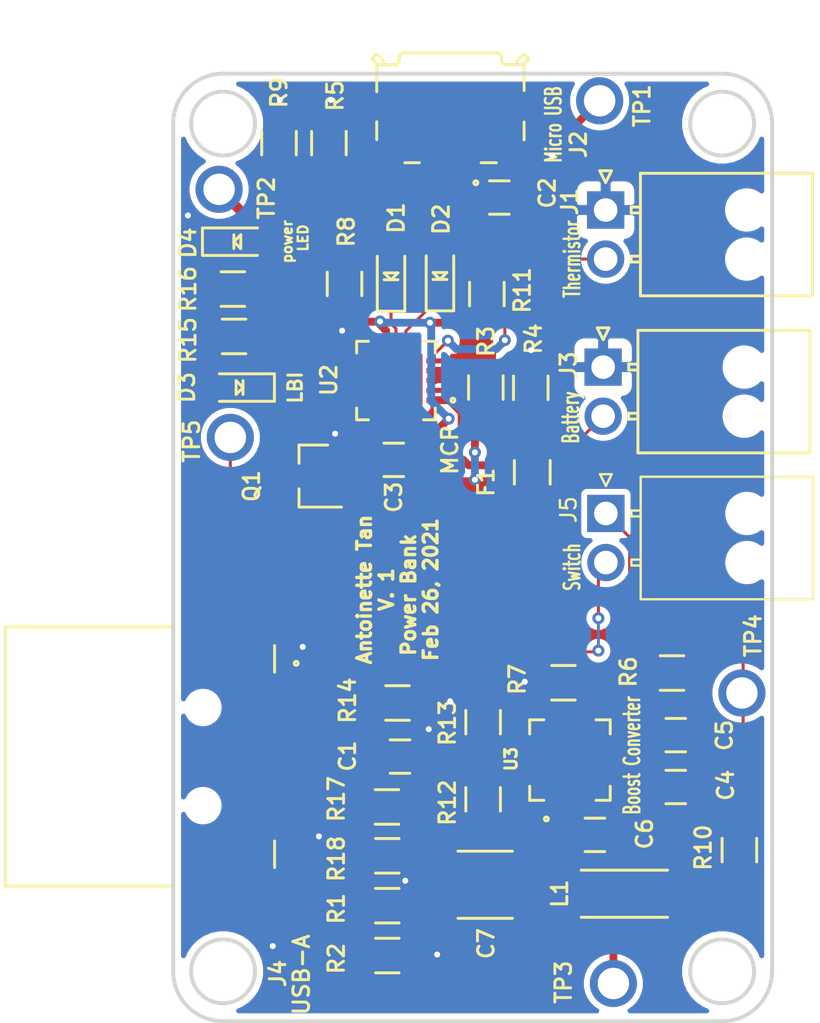
<source format=kicad_pcb>
(kicad_pcb (version 20171130) (host pcbnew "(5.1.9-0-10_14)")

  (general
    (thickness 1.6)
    (drawings 22)
    (tracks 283)
    (zones 0)
    (modules 44)
    (nets 30)
  )

  (page A4)
  (layers
    (0 F.Cu signal)
    (31 B.Cu signal hide)
    (32 B.Adhes user)
    (33 F.Adhes user)
    (34 B.Paste user)
    (35 F.Paste user)
    (36 B.SilkS user)
    (37 F.SilkS user)
    (38 B.Mask user hide)
    (39 F.Mask user)
    (40 Dwgs.User user)
    (41 Cmts.User user)
    (42 Eco1.User user)
    (43 Eco2.User user)
    (44 Edge.Cuts user)
    (45 Margin user)
    (46 B.CrtYd user)
    (47 F.CrtYd user)
    (48 B.Fab user)
    (49 F.Fab user hide)
  )

  (setup
    (last_trace_width 0.1524)
    (user_trace_width 0.15)
    (user_trace_width 0.25)
    (user_trace_width 0.4)
    (trace_clearance 0.1524)
    (zone_clearance 0.3)
    (zone_45_only no)
    (trace_min 0.15)
    (via_size 0.6096)
    (via_drill 0.3048)
    (via_min_size 0.35)
    (via_min_drill 0.2)
    (user_via 0.8 0.4)
    (uvia_size 0.3)
    (uvia_drill 0.1)
    (uvias_allowed no)
    (uvia_min_size 0.2)
    (uvia_min_drill 0.1)
    (edge_width 0.1)
    (segment_width 0.2)
    (pcb_text_width 0.3)
    (pcb_text_size 1.5 1.5)
    (mod_edge_width 0.15)
    (mod_text_size 1 1)
    (mod_text_width 0.15)
    (pad_size 1.524 1.524)
    (pad_drill 0.762)
    (pad_to_mask_clearance 0)
    (aux_axis_origin 0 0)
    (visible_elements FFFFFF7F)
    (pcbplotparams
      (layerselection 0x010fc_ffffffff)
      (usegerberextensions false)
      (usegerberattributes true)
      (usegerberadvancedattributes true)
      (creategerberjobfile true)
      (excludeedgelayer true)
      (linewidth 0.100000)
      (plotframeref false)
      (viasonmask false)
      (mode 1)
      (useauxorigin false)
      (hpglpennumber 1)
      (hpglpenspeed 20)
      (hpglpendiameter 15.000000)
      (psnegative false)
      (psa4output false)
      (plotreference true)
      (plotvalue true)
      (plotinvisibletext false)
      (padsonsilk false)
      (subtractmaskfromsilk false)
      (outputformat 1)
      (mirror false)
      (drillshape 1)
      (scaleselection 1)
      (outputdirectory ""))
  )

  (net 0 "")
  (net 1 GND)
  (net 2 +5V)
  (net 3 VBUS)
  (net 4 /Battery+)
  (net 5 +BATT)
  (net 6 "Net-(D1-Pad1)")
  (net 7 "Net-(D1-Pad2)")
  (net 8 "Net-(D2-Pad2)")
  (net 9 "Net-(D2-Pad1)")
  (net 10 "Net-(D3-Pad1)")
  (net 11 "Net-(D3-Pad2)")
  (net 12 "Net-(D4-Pad2)")
  (net 13 "Net-(F1-Pad1)")
  (net 14 /16KThermistor)
  (net 15 "Net-(J2-Pad4)")
  (net 16 "Net-(J2-Pad3)")
  (net 17 "Net-(J2-Pad2)")
  (net 18 "Net-(J4-Pad03)")
  (net 19 "Net-(J4-Pad02)")
  (net 20 "Net-(Q1-Pad1)")
  (net 21 "Net-(R3-Pad2)")
  (net 22 "Net-(R5-Pad1)")
  (net 23 "Net-(R6-Pad2)")
  (net 24 "Net-(R9-Pad1)")
  (net 25 "Net-(R12-Pad2)")
  (net 26 "Net-(U2-Pad6)")
  (net 27 "Net-(L1-Pad2)")
  (net 28 "Net-(J5-Pad1)")
  (net 29 /switch)

  (net_class Default "This is the default net class."
    (clearance 0.1524)
    (trace_width 0.1524)
    (via_dia 0.6096)
    (via_drill 0.3048)
    (uvia_dia 0.3)
    (uvia_drill 0.1)
    (add_net +5V)
    (add_net +BATT)
    (add_net /16KThermistor)
    (add_net /Battery+)
    (add_net /switch)
    (add_net GND)
    (add_net "Net-(D1-Pad1)")
    (add_net "Net-(D1-Pad2)")
    (add_net "Net-(D2-Pad1)")
    (add_net "Net-(D2-Pad2)")
    (add_net "Net-(D3-Pad1)")
    (add_net "Net-(D3-Pad2)")
    (add_net "Net-(D4-Pad2)")
    (add_net "Net-(F1-Pad1)")
    (add_net "Net-(J2-Pad2)")
    (add_net "Net-(J2-Pad3)")
    (add_net "Net-(J2-Pad4)")
    (add_net "Net-(J4-Pad02)")
    (add_net "Net-(J4-Pad03)")
    (add_net "Net-(J5-Pad1)")
    (add_net "Net-(L1-Pad2)")
    (add_net "Net-(Q1-Pad1)")
    (add_net "Net-(R12-Pad2)")
    (add_net "Net-(R3-Pad2)")
    (add_net "Net-(R5-Pad1)")
    (add_net "Net-(R6-Pad2)")
    (add_net "Net-(R9-Pad1)")
    (add_net "Net-(U2-Pad6)")
    (add_net VBUS)
  )

  (module footprints:R_0805_OEM (layer F.Cu) (tedit 5C3D844D) (tstamp 602B1F8F)
    (at 73.2155 43.1165)
    (descr "Resistor SMD 0805, reflow soldering, Vishay (see dcrcw.pdf)")
    (tags "resistor 0805")
    (path /6036A43B)
    (attr smd)
    (fp_text reference R15 (at -2.3495 0.1905 90) (layer F.SilkS)
      (effects (font (size 0.8 0.8) (thickness 0.15)))
    )
    (fp_text value R_330 (at 0 1.75) (layer F.Fab) hide
      (effects (font (size 1 1) (thickness 0.15)))
    )
    (fp_line (start 1.55 0.9) (end -1.55 0.9) (layer F.CrtYd) (width 0.05))
    (fp_line (start 1.55 0.9) (end 1.55 -0.9) (layer F.CrtYd) (width 0.05))
    (fp_line (start -1.55 -0.9) (end -1.55 0.9) (layer F.CrtYd) (width 0.05))
    (fp_line (start -1.55 -0.9) (end 1.55 -0.9) (layer F.CrtYd) (width 0.05))
    (fp_line (start -0.6 -0.88) (end 0.6 -0.88) (layer F.SilkS) (width 0.15))
    (fp_line (start 0.6 0.88) (end -0.6 0.88) (layer F.SilkS) (width 0.15))
    (fp_line (start -1 -0.62) (end 1 -0.62) (layer F.Fab) (width 0.1))
    (fp_line (start 1 -0.62) (end 1 0.62) (layer F.Fab) (width 0.1))
    (fp_line (start 1 0.62) (end -1 0.62) (layer F.Fab) (width 0.1))
    (fp_line (start -1 0.62) (end -1 -0.62) (layer F.Fab) (width 0.1))
    (pad 2 smd rect (at 0.95 0) (size 0.7 1.3) (layers F.Cu F.Paste F.Mask)
      (net 11 "Net-(D3-Pad2)"))
    (pad 1 smd rect (at -0.95 0) (size 0.7 1.3) (layers F.Cu F.Paste F.Mask)
      (net 2 +5V))
    (model ${LOCAL_DIR}/OEM_Preferred_Parts/3DModels/R_0805_OEM/res0805.step
      (at (xyz 0 0 0))
      (scale (xyz 1 1 1))
      (rotate (xyz 0 0 0))
    )
    (model ${LOCAL_DIR}/OEM_Preferred_Parts/3DModels/R_0805_OEM/res0805.step
      (at (xyz 0 0 0))
      (scale (xyz 1 1 1))
      (rotate (xyz 0 0 0))
    )
  )

  (module footprints:R_0805_OEM (layer F.Cu) (tedit 5C3D844D) (tstamp 602B1F7F)
    (at 81.534 61.7855)
    (descr "Resistor SMD 0805, reflow soldering, Vishay (see dcrcw.pdf)")
    (tags "resistor 0805")
    (path /5F943142)
    (attr smd)
    (fp_text reference R14 (at -2.54 -0.127 90) (layer F.SilkS)
      (effects (font (size 0.8 0.8) (thickness 0.15)))
    )
    (fp_text value R_10K (at 0 1.75) (layer F.Fab) hide
      (effects (font (size 1 1) (thickness 0.15)))
    )
    (fp_line (start 1.55 0.9) (end -1.55 0.9) (layer F.CrtYd) (width 0.05))
    (fp_line (start 1.55 0.9) (end 1.55 -0.9) (layer F.CrtYd) (width 0.05))
    (fp_line (start -1.55 -0.9) (end -1.55 0.9) (layer F.CrtYd) (width 0.05))
    (fp_line (start -1.55 -0.9) (end 1.55 -0.9) (layer F.CrtYd) (width 0.05))
    (fp_line (start -0.6 -0.88) (end 0.6 -0.88) (layer F.SilkS) (width 0.15))
    (fp_line (start 0.6 0.88) (end -0.6 0.88) (layer F.SilkS) (width 0.15))
    (fp_line (start -1 -0.62) (end 1 -0.62) (layer F.Fab) (width 0.1))
    (fp_line (start 1 -0.62) (end 1 0.62) (layer F.Fab) (width 0.1))
    (fp_line (start 1 0.62) (end -1 0.62) (layer F.Fab) (width 0.1))
    (fp_line (start -1 0.62) (end -1 -0.62) (layer F.Fab) (width 0.1))
    (pad 2 smd rect (at 0.95 0) (size 0.7 1.3) (layers F.Cu F.Paste F.Mask)
      (net 20 "Net-(Q1-Pad1)"))
    (pad 1 smd rect (at -0.95 0) (size 0.7 1.3) (layers F.Cu F.Paste F.Mask)
      (net 2 +5V))
    (model ${LOCAL_DIR}/OEM_Preferred_Parts/3DModels/R_0805_OEM/res0805.step
      (at (xyz 0 0 0))
      (scale (xyz 1 1 1))
      (rotate (xyz 0 0 0))
    )
    (model ${LOCAL_DIR}/OEM_Preferred_Parts/3DModels/R_0805_OEM/res0805.step
      (at (xyz 0 0 0))
      (scale (xyz 1 1 1))
      (rotate (xyz 0 0 0))
    )
  )

  (module footprints:R_0805_OEM (layer F.Cu) (tedit 5C3D844D) (tstamp 602B1E9D)
    (at 95.504 60.2615 180)
    (descr "Resistor SMD 0805, reflow soldering, Vishay (see dcrcw.pdf)")
    (tags "resistor 0805")
    (path /5FC80133)
    (attr smd)
    (fp_text reference R6 (at 2.2225 0.0635 90) (layer F.SilkS)
      (effects (font (size 0.8 0.8) (thickness 0.15)))
    )
    (fp_text value R_1.87M (at 0 1.75) (layer F.Fab) hide
      (effects (font (size 1 1) (thickness 0.15)))
    )
    (fp_line (start 1.55 0.9) (end -1.55 0.9) (layer F.CrtYd) (width 0.05))
    (fp_line (start 1.55 0.9) (end 1.55 -0.9) (layer F.CrtYd) (width 0.05))
    (fp_line (start -1.55 -0.9) (end -1.55 0.9) (layer F.CrtYd) (width 0.05))
    (fp_line (start -1.55 -0.9) (end 1.55 -0.9) (layer F.CrtYd) (width 0.05))
    (fp_line (start -0.6 -0.88) (end 0.6 -0.88) (layer F.SilkS) (width 0.15))
    (fp_line (start 0.6 0.88) (end -0.6 0.88) (layer F.SilkS) (width 0.15))
    (fp_line (start -1 -0.62) (end 1 -0.62) (layer F.Fab) (width 0.1))
    (fp_line (start 1 -0.62) (end 1 0.62) (layer F.Fab) (width 0.1))
    (fp_line (start 1 0.62) (end -1 0.62) (layer F.Fab) (width 0.1))
    (fp_line (start -1 0.62) (end -1 -0.62) (layer F.Fab) (width 0.1))
    (pad 2 smd rect (at 0.95 0 180) (size 0.7 1.3) (layers F.Cu F.Paste F.Mask)
      (net 23 "Net-(R6-Pad2)"))
    (pad 1 smd rect (at -0.95 0 180) (size 0.7 1.3) (layers F.Cu F.Paste F.Mask)
      (net 5 +BATT))
    (model ${LOCAL_DIR}/OEM_Preferred_Parts/3DModels/R_0805_OEM/res0805.step
      (at (xyz 0 0 0))
      (scale (xyz 1 1 1))
      (rotate (xyz 0 0 0))
    )
    (model ${LOCAL_DIR}/OEM_Preferred_Parts/3DModels/R_0805_OEM/res0805.step
      (at (xyz 0 0 0))
      (scale (xyz 1 1 1))
      (rotate (xyz 0 0 0))
    )
  )

  (module footprints:tp_1.6mm (layer F.Cu) (tedit 5BB571C0) (tstamp 5FB055CD)
    (at 91.821 31.115 270)
    (path /5F936478)
    (fp_text reference TP1 (at 0.254 -2.159 90) (layer F.SilkS)
      (effects (font (size 0.8 0.8) (thickness 0.15)))
    )
    (fp_text value TP (at -0.1524 -0.5 90) (layer F.Fab)
      (effects (font (size 1 1) (thickness 0.15)))
    )
    (pad 1 thru_hole circle (at 0 0 270) (size 2.4 2.4) (drill 1.6) (layers *.Cu *.Mask)
      (net 3 VBUS))
  )

  (module footprints:MCP73871T (layer F.Cu) (tedit 5F727E3E) (tstamp 5FB05620)
    (at 81.453799 45.3644 180)
    (path /5F9E9E16)
    (fp_text reference U2 (at 3.412299 0.0254 90) (layer F.SilkS)
      (effects (font (size 0.8 0.8) (thickness 0.15)))
    )
    (fp_text value MCP73871T-2CCI_ML (at 7.666799 4.7244) (layer F.Fab)
      (effects (font (size 0.48 0.48) (thickness 0.015)))
    )
    (fp_line (start -2 2) (end -2 -2) (layer F.Fab) (width 0.127))
    (fp_line (start -2 -2) (end 2 -2) (layer F.Fab) (width 0.127))
    (fp_line (start 2 -2) (end 2 2) (layer F.Fab) (width 0.127))
    (fp_line (start 2 2) (end -2 2) (layer F.Fab) (width 0.127))
    (fp_line (start -1.4 -2) (end -2 -2) (layer F.SilkS) (width 0.15))
    (fp_line (start -2 -2) (end -2 -1.4) (layer F.SilkS) (width 0.15))
    (fp_line (start 1.4 -2) (end 2 -2) (layer F.SilkS) (width 0.15))
    (fp_line (start 2 -2) (end 2 -1.4) (layer F.SilkS) (width 0.15))
    (fp_line (start -2 1.4) (end -2 2) (layer F.SilkS) (width 0.15))
    (fp_line (start -2 2) (end -1.4 2) (layer F.SilkS) (width 0.15))
    (fp_line (start 1.4 2) (end 2 2) (layer F.SilkS) (width 0.15))
    (fp_line (start 2 2) (end 2 1.4) (layer F.SilkS) (width 0.15))
    (fp_line (start -2.25 -2.25) (end -1.38 -2.25) (layer F.CrtYd) (width 0.05))
    (fp_line (start -1.38 -2.25) (end -1.38 -2.61) (layer F.CrtYd) (width 0.05))
    (fp_line (start -1.38 -2.61) (end 1.38 -2.61) (layer F.CrtYd) (width 0.05))
    (fp_line (start 1.38 -2.61) (end 1.38 -2.25) (layer F.CrtYd) (width 0.05))
    (fp_line (start 1.38 -2.25) (end 2.25 -2.25) (layer F.CrtYd) (width 0.05))
    (fp_line (start -2.25 2.25) (end -2.25 1.38) (layer F.CrtYd) (width 0.05))
    (fp_line (start -2.25 1.38) (end -2.61 1.38) (layer F.CrtYd) (width 0.05))
    (fp_line (start -2.61 1.38) (end -2.61 -1.38) (layer F.CrtYd) (width 0.05))
    (fp_line (start -2.61 -1.38) (end -2.25 -1.38) (layer F.CrtYd) (width 0.05))
    (fp_line (start -2.25 -1.38) (end -2.25 -2.25) (layer F.CrtYd) (width 0.05))
    (fp_line (start 2.25 2.25) (end 1.38 2.25) (layer F.CrtYd) (width 0.05))
    (fp_line (start 1.38 2.25) (end 1.38 2.61) (layer F.CrtYd) (width 0.05))
    (fp_line (start 1.38 2.61) (end -1.38 2.61) (layer F.CrtYd) (width 0.05))
    (fp_line (start -1.38 2.61) (end -1.38 2.25) (layer F.CrtYd) (width 0.05))
    (fp_line (start -1.38 2.25) (end -2.25 2.25) (layer F.CrtYd) (width 0.05))
    (fp_line (start 2.25 -2.25) (end 2.25 -1.38) (layer F.CrtYd) (width 0.05))
    (fp_line (start 2.25 -1.38) (end 2.61 -1.38) (layer F.CrtYd) (width 0.05))
    (fp_line (start 2.61 -1.38) (end 2.61 1.38) (layer F.CrtYd) (width 0.05))
    (fp_line (start 2.61 1.38) (end 2.25 1.38) (layer F.CrtYd) (width 0.05))
    (fp_line (start 2.25 1.38) (end 2.25 2.25) (layer F.CrtYd) (width 0.05))
    (fp_circle (center -2.9 -1) (end -2.8 -1) (layer F.Fab) (width 0.2))
    (fp_circle (center -2.9 -1) (end -2.8 -1) (layer F.SilkS) (width 0.15))
    (fp_poly (pts (xy -1.09 -1.09) (xy -0.13 -1.09) (xy -0.13 -0.13) (xy -1.09 -0.13)) (layer F.Paste) (width 0.01))
    (fp_poly (pts (xy 0.13 -1.09) (xy 1.09 -1.09) (xy 1.09 -0.13) (xy 0.13 -0.13)) (layer F.Paste) (width 0.01))
    (fp_poly (pts (xy 0.13 0.13) (xy 1.09 0.13) (xy 1.09 1.09) (xy 0.13 1.09)) (layer F.Paste) (width 0.01))
    (fp_poly (pts (xy -1.09 0.13) (xy -0.13 0.13) (xy -0.13 1.09) (xy -1.09 1.09)) (layer F.Paste) (width 0.01))
    (pad 21 smd rect (at 0 0 180) (size 2.7 2.7) (layers F.Cu F.Mask)
      (net 1 GND))
    (pad 20 smd rect (at -1 -1.955 180) (size 0.26 0.81) (layers F.Cu F.Paste F.Mask)
      (net 5 +BATT))
    (pad 19 smd rect (at -0.5 -1.955 180) (size 0.26 0.81) (layers F.Cu F.Paste F.Mask)
      (net 3 VBUS))
    (pad 18 smd rect (at 0 -1.955 180) (size 0.26 0.81) (layers F.Cu F.Paste F.Mask)
      (net 3 VBUS))
    (pad 17 smd rect (at 0.5 -1.955 180) (size 0.26 0.81) (layers F.Cu F.Paste F.Mask)
      (net 3 VBUS))
    (pad 16 smd rect (at 1 -1.955 180) (size 0.26 0.81) (layers F.Cu F.Paste F.Mask)
      (net 4 /Battery+))
    (pad 15 smd rect (at 1.955 -1 180) (size 0.81 0.26) (layers F.Cu F.Paste F.Mask)
      (net 4 /Battery+))
    (pad 14 smd rect (at 1.955 -0.5 180) (size 0.81 0.26) (layers F.Cu F.Paste F.Mask)
      (net 4 /Battery+))
    (pad 13 smd rect (at 1.955 0 180) (size 0.81 0.26) (layers F.Cu F.Paste F.Mask)
      (net 24 "Net-(R9-Pad1)"))
    (pad 12 smd rect (at 1.955 0.5 180) (size 0.81 0.26) (layers F.Cu F.Paste F.Mask)
      (net 22 "Net-(R5-Pad1)"))
    (pad 11 smd rect (at 1.955 1 180) (size 0.81 0.26) (layers F.Cu F.Paste F.Mask)
      (net 1 GND))
    (pad 10 smd rect (at 1 1.955 180) (size 0.26 0.81) (layers F.Cu F.Paste F.Mask)
      (net 1 GND))
    (pad 9 smd rect (at 0.5 1.955 180) (size 0.26 0.81) (layers F.Cu F.Paste F.Mask)
      (net 3 VBUS))
    (pad 8 smd rect (at 0 1.955 180) (size 0.26 0.81) (layers F.Cu F.Paste F.Mask)
      (net 6 "Net-(D1-Pad1)"))
    (pad 7 smd rect (at -0.5 1.955 180) (size 0.26 0.81) (layers F.Cu F.Paste F.Mask)
      (net 9 "Net-(D2-Pad1)"))
    (pad 6 smd rect (at -1 1.955 180) (size 0.26 0.81) (layers F.Cu F.Paste F.Mask)
      (net 26 "Net-(U2-Pad6)"))
    (pad 5 smd rect (at -1.955 1 180) (size 0.81 0.26) (layers F.Cu F.Paste F.Mask)
      (net 14 /16KThermistor))
    (pad 4 smd rect (at -1.955 0.5 180) (size 0.81 0.26) (layers F.Cu F.Paste F.Mask)
      (net 3 VBUS))
    (pad 3 smd rect (at -1.955 0 180) (size 0.81 0.26) (layers F.Cu F.Paste F.Mask)
      (net 3 VBUS))
    (pad 2 smd rect (at -1.955 -0.5 180) (size 0.81 0.26) (layers F.Cu F.Paste F.Mask)
      (net 21 "Net-(R3-Pad2)"))
    (pad 1 smd rect (at -1.955 -1 180) (size 0.81 0.26) (layers F.Cu F.Paste F.Mask)
      (net 5 +BATT))
  )

  (module footprints:R_0805_OEM (layer F.Cu) (tedit 5C3D844D) (tstamp 5FB05558)
    (at 86.0806 40.96 90)
    (descr "Resistor SMD 0805, reflow soldering, Vishay (see dcrcw.pdf)")
    (tags "resistor 0805")
    (path /5F9FB8C1)
    (attr smd)
    (fp_text reference R11 (at 0.193 1.8034 90) (layer F.SilkS)
      (effects (font (size 0.8 0.8) (thickness 0.15)))
    )
    (fp_text value R_1K (at 0 1.75 90) (layer F.Fab) hide
      (effects (font (size 1 1) (thickness 0.15)))
    )
    (fp_line (start -1 0.62) (end -1 -0.62) (layer F.Fab) (width 0.1))
    (fp_line (start 1 0.62) (end -1 0.62) (layer F.Fab) (width 0.1))
    (fp_line (start 1 -0.62) (end 1 0.62) (layer F.Fab) (width 0.1))
    (fp_line (start -1 -0.62) (end 1 -0.62) (layer F.Fab) (width 0.1))
    (fp_line (start 0.6 0.88) (end -0.6 0.88) (layer F.SilkS) (width 0.15))
    (fp_line (start -0.6 -0.88) (end 0.6 -0.88) (layer F.SilkS) (width 0.15))
    (fp_line (start -1.55 -0.9) (end 1.55 -0.9) (layer F.CrtYd) (width 0.05))
    (fp_line (start -1.55 -0.9) (end -1.55 0.9) (layer F.CrtYd) (width 0.05))
    (fp_line (start 1.55 0.9) (end 1.55 -0.9) (layer F.CrtYd) (width 0.05))
    (fp_line (start 1.55 0.9) (end -1.55 0.9) (layer F.CrtYd) (width 0.05))
    (pad 2 smd rect (at 0.95 0 90) (size 0.7 1.3) (layers F.Cu F.Paste F.Mask)
      (net 8 "Net-(D2-Pad2)"))
    (pad 1 smd rect (at -0.95 0 90) (size 0.7 1.3) (layers F.Cu F.Paste F.Mask)
      (net 3 VBUS))
    (model ${LOCAL_DIR}/OEM_Preferred_Parts/3DModels/R_0805_OEM/res0805.step
      (at (xyz 0 0 0))
      (scale (xyz 1 1 1))
      (rotate (xyz 0 0 0))
    )
    (model ${LOCAL_DIR}/OEM_Preferred_Parts/3DModels/R_0805_OEM/res0805.step
      (at (xyz 0 0 0))
      (scale (xyz 1 1 1))
      (rotate (xyz 0 0 0))
    )
  )

  (module footprints:R_0805_OEM (layer F.Cu) (tedit 5C3D844D) (tstamp 5FB054F8)
    (at 78.0415 33.274 90)
    (descr "Resistor SMD 0805, reflow soldering, Vishay (see dcrcw.pdf)")
    (tags "resistor 0805")
    (path /5FA06FD7)
    (attr smd)
    (fp_text reference R5 (at 2.413 0.3175 90) (layer F.SilkS)
      (effects (font (size 0.8 0.8) (thickness 0.15)))
    )
    (fp_text value R_100K (at 0 1.75 90) (layer F.Fab) hide
      (effects (font (size 1 1) (thickness 0.15)))
    )
    (fp_line (start 1.55 0.9) (end -1.55 0.9) (layer F.CrtYd) (width 0.05))
    (fp_line (start 1.55 0.9) (end 1.55 -0.9) (layer F.CrtYd) (width 0.05))
    (fp_line (start -1.55 -0.9) (end -1.55 0.9) (layer F.CrtYd) (width 0.05))
    (fp_line (start -1.55 -0.9) (end 1.55 -0.9) (layer F.CrtYd) (width 0.05))
    (fp_line (start -0.6 -0.88) (end 0.6 -0.88) (layer F.SilkS) (width 0.15))
    (fp_line (start 0.6 0.88) (end -0.6 0.88) (layer F.SilkS) (width 0.15))
    (fp_line (start -1 -0.62) (end 1 -0.62) (layer F.Fab) (width 0.1))
    (fp_line (start 1 -0.62) (end 1 0.62) (layer F.Fab) (width 0.1))
    (fp_line (start 1 0.62) (end -1 0.62) (layer F.Fab) (width 0.1))
    (fp_line (start -1 0.62) (end -1 -0.62) (layer F.Fab) (width 0.1))
    (pad 1 smd rect (at -0.95 0 90) (size 0.7 1.3) (layers F.Cu F.Paste F.Mask)
      (net 22 "Net-(R5-Pad1)"))
    (pad 2 smd rect (at 0.95 0 90) (size 0.7 1.3) (layers F.Cu F.Paste F.Mask)
      (net 1 GND))
    (model ${LOCAL_DIR}/OEM_Preferred_Parts/3DModels/R_0805_OEM/res0805.step
      (at (xyz 0 0 0))
      (scale (xyz 1 1 1))
      (rotate (xyz 0 0 0))
    )
    (model ${LOCAL_DIR}/OEM_Preferred_Parts/3DModels/R_0805_OEM/res0805.step
      (at (xyz 0 0 0))
      (scale (xyz 1 1 1))
      (rotate (xyz 0 0 0))
    )
  )

  (module footprints:TPS61090RSAR (layer F.Cu) (tedit 5FB71EA7) (tstamp 5FB05658)
    (at 90.3097 64.6938 90)
    (path /5F93A0E2)
    (fp_text reference U3 (at 0.0508 -2.9972 90) (layer F.SilkS)
      (effects (font (size 0.6 0.6) (thickness 0.15)))
    )
    (fp_text value TPS61090RSAR (at 0.5588 9.7536 90) (layer F.Fab)
      (effects (font (size 1.00111 1.00111) (thickness 0.015)))
    )
    (fp_circle (center -3 -1.2) (end -2.9 -1.2) (layer F.Fab) (width 0.2))
    (fp_circle (center -3 -1.2) (end -2.9 -1.2) (layer F.SilkS) (width 0.15))
    (fp_poly (pts (xy -0.853372 -0.853) (xy 0.853 -0.853) (xy 0.853 0.853372) (xy -0.853372 0.853372)) (layer F.Paste) (width 0.01))
    (fp_line (start -2.05 -2.05) (end -2.05 2.05) (layer F.Fab) (width 0.127))
    (fp_line (start 2.05 -2.05) (end -2.05 -2.05) (layer F.Fab) (width 0.127))
    (fp_line (start 2.05 2.05) (end 2.05 -2.05) (layer F.Fab) (width 0.127))
    (fp_line (start -2.05 2.05) (end 2.05 2.05) (layer F.Fab) (width 0.127))
    (fp_line (start -2.05 1.33) (end -2.05 2.05) (layer F.SilkS) (width 0.15))
    (fp_line (start -2.05 -2.05) (end -2.05 -1.33) (layer F.SilkS) (width 0.15))
    (fp_line (start 2.05 -2.05) (end 1.33 -2.05) (layer F.SilkS) (width 0.15))
    (fp_line (start 2.05 2.05) (end 2.05 1.33) (layer F.SilkS) (width 0.15))
    (fp_line (start -2.05 2.05) (end -1.33 2.05) (layer F.SilkS) (width 0.15))
    (fp_line (start -1.33 -2.05) (end -2.05 -2.05) (layer F.SilkS) (width 0.15))
    (fp_line (start 1.33 2.05) (end 2.05 2.05) (layer F.SilkS) (width 0.15))
    (fp_line (start 2.05 -1.33) (end 2.05 -2.05) (layer F.SilkS) (width 0.15))
    (pad 1 smd rect (at -1.955 -0.975 90) (size 0.81 0.34) (layers F.Cu F.Paste F.Mask)
      (net 2 +5V))
    (pad 2 smd rect (at -1.955 -0.325 90) (size 0.81 0.34) (layers F.Cu F.Paste F.Mask))
    (pad 3 smd rect (at -1.955 0.325 90) (size 0.81 0.34) (layers F.Cu F.Paste F.Mask)
      (net 27 "Net-(L1-Pad2)"))
    (pad 4 smd rect (at -1.955 0.975 90) (size 0.81 0.34) (layers F.Cu F.Paste F.Mask)
      (net 27 "Net-(L1-Pad2)"))
    (pad 5 smd rect (at -0.975 1.955 90) (size 0.34 0.81) (layers F.Cu F.Paste F.Mask)
      (net 1 GND))
    (pad 6 smd rect (at -0.325 1.955 90) (size 0.34 0.81) (layers F.Cu F.Paste F.Mask)
      (net 1 GND))
    (pad 7 smd rect (at 0.325 1.955 90) (size 0.34 0.81) (layers F.Cu F.Paste F.Mask)
      (net 1 GND))
    (pad 8 smd rect (at 0.975 1.955 90) (size 0.34 0.81) (layers F.Cu F.Paste F.Mask)
      (net 5 +BATT))
    (pad 9 smd rect (at 1.955 0.975 90) (size 0.81 0.34) (layers F.Cu F.Paste F.Mask)
      (net 23 "Net-(R6-Pad2)"))
    (pad 10 smd rect (at 1.955 0.325 90) (size 0.81 0.34) (layers F.Cu F.Paste F.Mask)
      (net 1 GND))
    (pad 11 smd rect (at 1.955 -0.325 90) (size 0.81 0.34) (layers F.Cu F.Paste F.Mask)
      (net 29 /switch))
    (pad 12 smd rect (at 1.955 -0.975 90) (size 0.81 0.34) (layers F.Cu F.Paste F.Mask)
      (net 20 "Net-(Q1-Pad1)"))
    (pad 13 smd rect (at 0.975 -1.955 90) (size 0.34 0.81) (layers F.Cu F.Paste F.Mask)
      (net 1 GND))
    (pad 14 smd rect (at 0.325 -1.955 90) (size 0.34 0.81) (layers F.Cu F.Paste F.Mask)
      (net 25 "Net-(R12-Pad2)"))
    (pad 15 smd rect (at -0.325 -1.955 90) (size 0.34 0.81) (layers F.Cu F.Paste F.Mask)
      (net 2 +5V))
    (pad 16 smd rect (at -0.975 -1.955 90) (size 0.34 0.81) (layers F.Cu F.Paste F.Mask)
      (net 2 +5V))
    (pad 17 smd rect (at 0 0 90) (size 2.7 2.7) (layers F.Cu F.Mask)
      (net 1 GND))
  )

  (module footprints:C_0805_OEM (layer F.Cu) (tedit 5C3D8347) (tstamp 5FB05335)
    (at 81.661 64.516)
    (descr "Capacitor SMD 0805, reflow soldering, AVX (see smccp.pdf)")
    (tags "capacitor 0805")
    (path /5F924127)
    (attr smd)
    (fp_text reference C1 (at -2.6703 -0.0254 90) (layer F.SilkS)
      (effects (font (size 0.8 0.8) (thickness 0.15)))
    )
    (fp_text value C_10uF (at 0 1.75) (layer F.Fab) hide
      (effects (font (size 1 1) (thickness 0.15)))
    )
    (fp_line (start -1 0.62) (end -1 -0.62) (layer F.Fab) (width 0.1))
    (fp_line (start 1 0.62) (end -1 0.62) (layer F.Fab) (width 0.1))
    (fp_line (start 1 -0.62) (end 1 0.62) (layer F.Fab) (width 0.1))
    (fp_line (start -1 -0.62) (end 1 -0.62) (layer F.Fab) (width 0.1))
    (fp_line (start 0.5 -0.85) (end -0.5 -0.85) (layer F.SilkS) (width 0.15))
    (fp_line (start -0.5 0.85) (end 0.5 0.85) (layer F.SilkS) (width 0.15))
    (fp_line (start -1.75 -0.88) (end 1.75 -0.88) (layer F.CrtYd) (width 0.05))
    (fp_line (start -1.75 -0.88) (end -1.75 0.87) (layer F.CrtYd) (width 0.05))
    (fp_line (start 1.75 0.87) (end 1.75 -0.88) (layer F.CrtYd) (width 0.05))
    (fp_line (start 1.75 0.87) (end -1.75 0.87) (layer F.CrtYd) (width 0.05))
    (pad 2 smd rect (at 1 0) (size 1 1.25) (layers F.Cu F.Paste F.Mask)
      (net 1 GND))
    (pad 1 smd rect (at -1 0) (size 1 1.25) (layers F.Cu F.Paste F.Mask)
      (net 2 +5V))
    (model ${LOCAL_DIR}/OEM_Preferred_Parts/3DModels/C_0805_OEM/C_0805.step
      (at (xyz 0 0 0))
      (scale (xyz 1 1 1))
      (rotate (xyz 0 0 0))
    )
    (model ${LOCAL_DIR}/OEM_Preferred_Parts/3DModels/C_0805_OEM/C_0805.step
      (at (xyz 0 0 0))
      (scale (xyz 1 1 1))
      (rotate (xyz 0 0 0))
    )
  )

  (module footprints:C_0805_OEM (layer F.Cu) (tedit 5C3D8347) (tstamp 5FB05345)
    (at 86.7156 36.0426)
    (descr "Capacitor SMD 0805, reflow soldering, AVX (see smccp.pdf)")
    (tags "capacitor 0805")
    (path /5F92E826)
    (attr smd)
    (fp_text reference C2 (at 2.4384 -0.2286 90) (layer F.SilkS)
      (effects (font (size 0.8 0.8) (thickness 0.15)))
    )
    (fp_text value C_10uF (at 0 1.75) (layer F.Fab) hide
      (effects (font (size 1 1) (thickness 0.15)))
    )
    (fp_line (start 1.75 0.87) (end -1.75 0.87) (layer F.CrtYd) (width 0.05))
    (fp_line (start 1.75 0.87) (end 1.75 -0.88) (layer F.CrtYd) (width 0.05))
    (fp_line (start -1.75 -0.88) (end -1.75 0.87) (layer F.CrtYd) (width 0.05))
    (fp_line (start -1.75 -0.88) (end 1.75 -0.88) (layer F.CrtYd) (width 0.05))
    (fp_line (start -0.5 0.85) (end 0.5 0.85) (layer F.SilkS) (width 0.15))
    (fp_line (start 0.5 -0.85) (end -0.5 -0.85) (layer F.SilkS) (width 0.15))
    (fp_line (start -1 -0.62) (end 1 -0.62) (layer F.Fab) (width 0.1))
    (fp_line (start 1 -0.62) (end 1 0.62) (layer F.Fab) (width 0.1))
    (fp_line (start 1 0.62) (end -1 0.62) (layer F.Fab) (width 0.1))
    (fp_line (start -1 0.62) (end -1 -0.62) (layer F.Fab) (width 0.1))
    (pad 1 smd rect (at -1 0) (size 1 1.25) (layers F.Cu F.Paste F.Mask)
      (net 3 VBUS))
    (pad 2 smd rect (at 1 0) (size 1 1.25) (layers F.Cu F.Paste F.Mask)
      (net 1 GND))
    (model ${LOCAL_DIR}/OEM_Preferred_Parts/3DModels/C_0805_OEM/C_0805.step
      (at (xyz 0 0 0))
      (scale (xyz 1 1 1))
      (rotate (xyz 0 0 0))
    )
    (model ${LOCAL_DIR}/OEM_Preferred_Parts/3DModels/C_0805_OEM/C_0805.step
      (at (xyz 0 0 0))
      (scale (xyz 1 1 1))
      (rotate (xyz 0 0 0))
    )
  )

  (module footprints:C_0805_OEM (layer F.Cu) (tedit 5C3D8347) (tstamp 5FB05355)
    (at 81.3435 49.403 180)
    (descr "Capacitor SMD 0805, reflow soldering, AVX (see smccp.pdf)")
    (tags "capacitor 0805")
    (path /5FA5B66D)
    (attr smd)
    (fp_text reference C3 (at 0 -1.905 90) (layer F.SilkS)
      (effects (font (size 0.8 0.8) (thickness 0.15)))
    )
    (fp_text value C_10nF (at 0 1.75) (layer F.Fab) hide
      (effects (font (size 1 1) (thickness 0.15)))
    )
    (fp_line (start -1 0.62) (end -1 -0.62) (layer F.Fab) (width 0.1))
    (fp_line (start 1 0.62) (end -1 0.62) (layer F.Fab) (width 0.1))
    (fp_line (start 1 -0.62) (end 1 0.62) (layer F.Fab) (width 0.1))
    (fp_line (start -1 -0.62) (end 1 -0.62) (layer F.Fab) (width 0.1))
    (fp_line (start 0.5 -0.85) (end -0.5 -0.85) (layer F.SilkS) (width 0.15))
    (fp_line (start -0.5 0.85) (end 0.5 0.85) (layer F.SilkS) (width 0.15))
    (fp_line (start -1.75 -0.88) (end 1.75 -0.88) (layer F.CrtYd) (width 0.05))
    (fp_line (start -1.75 -0.88) (end -1.75 0.87) (layer F.CrtYd) (width 0.05))
    (fp_line (start 1.75 0.87) (end 1.75 -0.88) (layer F.CrtYd) (width 0.05))
    (fp_line (start 1.75 0.87) (end -1.75 0.87) (layer F.CrtYd) (width 0.05))
    (pad 2 smd rect (at 1 0 180) (size 1 1.25) (layers F.Cu F.Paste F.Mask)
      (net 1 GND))
    (pad 1 smd rect (at -1 0 180) (size 1 1.25) (layers F.Cu F.Paste F.Mask)
      (net 4 /Battery+))
    (model ${LOCAL_DIR}/OEM_Preferred_Parts/3DModels/C_0805_OEM/C_0805.step
      (at (xyz 0 0 0))
      (scale (xyz 1 1 1))
      (rotate (xyz 0 0 0))
    )
    (model ${LOCAL_DIR}/OEM_Preferred_Parts/3DModels/C_0805_OEM/C_0805.step
      (at (xyz 0 0 0))
      (scale (xyz 1 1 1))
      (rotate (xyz 0 0 0))
    )
  )

  (module footprints:C_0805_OEM (layer F.Cu) (tedit 5C3D8347) (tstamp 5FB05365)
    (at 95.6945 66.0654 180)
    (descr "Capacitor SMD 0805, reflow soldering, AVX (see smccp.pdf)")
    (tags "capacitor 0805")
    (path /5F94B212)
    (attr smd)
    (fp_text reference C4 (at -2.54 0.0889 90) (layer F.SilkS)
      (effects (font (size 0.8 0.8) (thickness 0.15)))
    )
    (fp_text value C_10uF (at 0 1.75) (layer F.Fab) hide
      (effects (font (size 1 1) (thickness 0.15)))
    )
    (fp_line (start -1 0.62) (end -1 -0.62) (layer F.Fab) (width 0.1))
    (fp_line (start 1 0.62) (end -1 0.62) (layer F.Fab) (width 0.1))
    (fp_line (start 1 -0.62) (end 1 0.62) (layer F.Fab) (width 0.1))
    (fp_line (start -1 -0.62) (end 1 -0.62) (layer F.Fab) (width 0.1))
    (fp_line (start 0.5 -0.85) (end -0.5 -0.85) (layer F.SilkS) (width 0.15))
    (fp_line (start -0.5 0.85) (end 0.5 0.85) (layer F.SilkS) (width 0.15))
    (fp_line (start -1.75 -0.88) (end 1.75 -0.88) (layer F.CrtYd) (width 0.05))
    (fp_line (start -1.75 -0.88) (end -1.75 0.87) (layer F.CrtYd) (width 0.05))
    (fp_line (start 1.75 0.87) (end 1.75 -0.88) (layer F.CrtYd) (width 0.05))
    (fp_line (start 1.75 0.87) (end -1.75 0.87) (layer F.CrtYd) (width 0.05))
    (pad 2 smd rect (at 1 0 180) (size 1 1.25) (layers F.Cu F.Paste F.Mask)
      (net 1 GND))
    (pad 1 smd rect (at -1 0 180) (size 1 1.25) (layers F.Cu F.Paste F.Mask)
      (net 5 +BATT))
    (model ${LOCAL_DIR}/OEM_Preferred_Parts/3DModels/C_0805_OEM/C_0805.step
      (at (xyz 0 0 0))
      (scale (xyz 1 1 1))
      (rotate (xyz 0 0 0))
    )
    (model ${LOCAL_DIR}/OEM_Preferred_Parts/3DModels/C_0805_OEM/C_0805.step
      (at (xyz 0 0 0))
      (scale (xyz 1 1 1))
      (rotate (xyz 0 0 0))
    )
  )

  (module footprints:C_0805_OEM (layer F.Cu) (tedit 5C3D8347) (tstamp 5FB05375)
    (at 95.6945 63.4238 180)
    (descr "Capacitor SMD 0805, reflow soldering, AVX (see smccp.pdf)")
    (tags "capacitor 0805")
    (path /5F94A827)
    (attr smd)
    (fp_text reference C5 (at -2.4765 -0.0127 90) (layer F.SilkS)
      (effects (font (size 0.8 0.8) (thickness 0.15)))
    )
    (fp_text value C_0.1uF (at 0 1.75) (layer F.Fab) hide
      (effects (font (size 1 1) (thickness 0.15)))
    )
    (fp_line (start 1.75 0.87) (end -1.75 0.87) (layer F.CrtYd) (width 0.05))
    (fp_line (start 1.75 0.87) (end 1.75 -0.88) (layer F.CrtYd) (width 0.05))
    (fp_line (start -1.75 -0.88) (end -1.75 0.87) (layer F.CrtYd) (width 0.05))
    (fp_line (start -1.75 -0.88) (end 1.75 -0.88) (layer F.CrtYd) (width 0.05))
    (fp_line (start -0.5 0.85) (end 0.5 0.85) (layer F.SilkS) (width 0.15))
    (fp_line (start 0.5 -0.85) (end -0.5 -0.85) (layer F.SilkS) (width 0.15))
    (fp_line (start -1 -0.62) (end 1 -0.62) (layer F.Fab) (width 0.1))
    (fp_line (start 1 -0.62) (end 1 0.62) (layer F.Fab) (width 0.1))
    (fp_line (start 1 0.62) (end -1 0.62) (layer F.Fab) (width 0.1))
    (fp_line (start -1 0.62) (end -1 -0.62) (layer F.Fab) (width 0.1))
    (pad 1 smd rect (at -1 0 180) (size 1 1.25) (layers F.Cu F.Paste F.Mask)
      (net 5 +BATT))
    (pad 2 smd rect (at 1 0 180) (size 1 1.25) (layers F.Cu F.Paste F.Mask)
      (net 1 GND))
    (model ${LOCAL_DIR}/OEM_Preferred_Parts/3DModels/C_0805_OEM/C_0805.step
      (at (xyz 0 0 0))
      (scale (xyz 1 1 1))
      (rotate (xyz 0 0 0))
    )
    (model ${LOCAL_DIR}/OEM_Preferred_Parts/3DModels/C_0805_OEM/C_0805.step
      (at (xyz 0 0 0))
      (scale (xyz 1 1 1))
      (rotate (xyz 0 0 0))
    )
  )

  (module footprints:C_0805_OEM (layer F.Cu) (tedit 5C3D8347) (tstamp 5FB05385)
    (at 91.5797 68.5038)
    (descr "Capacitor SMD 0805, reflow soldering, AVX (see smccp.pdf)")
    (tags "capacitor 0805")
    (path /5F912C95)
    (attr smd)
    (fp_text reference C6 (at 2.5273 -0.0508 270) (layer F.SilkS)
      (effects (font (size 0.8 0.8) (thickness 0.15)))
    )
    (fp_text value C_2.2uF (at 0 1.75) (layer F.Fab) hide
      (effects (font (size 1 1) (thickness 0.15)))
    )
    (fp_line (start 1.75 0.87) (end -1.75 0.87) (layer F.CrtYd) (width 0.05))
    (fp_line (start 1.75 0.87) (end 1.75 -0.88) (layer F.CrtYd) (width 0.05))
    (fp_line (start -1.75 -0.88) (end -1.75 0.87) (layer F.CrtYd) (width 0.05))
    (fp_line (start -1.75 -0.88) (end 1.75 -0.88) (layer F.CrtYd) (width 0.05))
    (fp_line (start -0.5 0.85) (end 0.5 0.85) (layer F.SilkS) (width 0.15))
    (fp_line (start 0.5 -0.85) (end -0.5 -0.85) (layer F.SilkS) (width 0.15))
    (fp_line (start -1 -0.62) (end 1 -0.62) (layer F.Fab) (width 0.1))
    (fp_line (start 1 -0.62) (end 1 0.62) (layer F.Fab) (width 0.1))
    (fp_line (start 1 0.62) (end -1 0.62) (layer F.Fab) (width 0.1))
    (fp_line (start -1 0.62) (end -1 -0.62) (layer F.Fab) (width 0.1))
    (pad 1 smd rect (at -1 0) (size 1 1.25) (layers F.Cu F.Paste F.Mask)
      (net 2 +5V))
    (pad 2 smd rect (at 1 0) (size 1 1.25) (layers F.Cu F.Paste F.Mask)
      (net 1 GND))
    (model ${LOCAL_DIR}/OEM_Preferred_Parts/3DModels/C_0805_OEM/C_0805.step
      (at (xyz 0 0 0))
      (scale (xyz 1 1 1))
      (rotate (xyz 0 0 0))
    )
    (model ${LOCAL_DIR}/OEM_Preferred_Parts/3DModels/C_0805_OEM/C_0805.step
      (at (xyz 0 0 0))
      (scale (xyz 1 1 1))
      (rotate (xyz 0 0 0))
    )
  )

  (module footprints:LED_0805_OEM (layer F.Cu) (tedit 5C3D84D8) (tstamp 5FB0539E)
    (at 81.2038 40.0304 90)
    (descr "LED 0805 smd package")
    (tags "LED led 0805 SMD smd SMT smt smdled SMDLED smtled SMTLED")
    (path /5F9F302E)
    (attr smd)
    (fp_text reference D1 (at 2.9464 0.2667 90) (layer F.SilkS)
      (effects (font (size 0.8 0.8) (thickness 0.15)))
    )
    (fp_text value LED_0805_Amber (at 0.508 2.032 90) (layer F.Fab) hide
      (effects (font (size 1 1) (thickness 0.15)))
    )
    (fp_line (start -0.2 0.35) (end -0.2 0) (layer F.SilkS) (width 0.15))
    (fp_line (start -0.2 0) (end -0.2 -0.35) (layer F.SilkS) (width 0.15))
    (fp_line (start 0.15 0.35) (end -0.2 0) (layer F.SilkS) (width 0.15))
    (fp_line (start 0.15 0.3) (end 0.15 0.35) (layer F.SilkS) (width 0.15))
    (fp_line (start 0.15 0.35) (end 0.15 0.3) (layer F.SilkS) (width 0.15))
    (fp_line (start 0.15 -0.35) (end 0.15 0.3) (layer F.SilkS) (width 0.15))
    (fp_line (start 0.1 -0.3) (end 0.15 -0.35) (layer F.SilkS) (width 0.15))
    (fp_line (start -0.2 0) (end 0.1 -0.3) (layer F.SilkS) (width 0.15))
    (fp_line (start -1.8 -0.7) (end -1.8 0.7) (layer F.SilkS) (width 0.15))
    (fp_line (start 1 0.6) (end -1 0.6) (layer F.Fab) (width 0.1))
    (fp_line (start 1 -0.6) (end 1 0.6) (layer F.Fab) (width 0.1))
    (fp_line (start -1 -0.6) (end 1 -0.6) (layer F.Fab) (width 0.1))
    (fp_line (start -1 0.6) (end -1 -0.6) (layer F.Fab) (width 0.1))
    (fp_line (start -1.8 0.7) (end 1 0.7) (layer F.SilkS) (width 0.15))
    (fp_line (start -1.8 -0.7) (end 1 -0.7) (layer F.SilkS) (width 0.15))
    (fp_line (start 1.95 -0.85) (end 1.95 0.85) (layer F.CrtYd) (width 0.05))
    (fp_line (start 1.95 0.85) (end -1.95 0.85) (layer F.CrtYd) (width 0.05))
    (fp_line (start -1.95 0.85) (end -1.95 -0.85) (layer F.CrtYd) (width 0.05))
    (fp_line (start -1.95 -0.85) (end 1.95 -0.85) (layer F.CrtYd) (width 0.05))
    (pad 1 smd rect (at -1.1 0 270) (size 1.2 1.2) (layers F.Cu F.Paste F.Mask)
      (net 6 "Net-(D1-Pad1)"))
    (pad 2 smd rect (at 1.1 0 270) (size 1.2 1.2) (layers F.Cu F.Paste F.Mask)
      (net 7 "Net-(D1-Pad2)"))
    (model "${LOCAL_DIR}/OEM_Preferred_Parts/3DModels/LED_0805/LED 0805 Base GREEN001_sp.wrl"
      (at (xyz 0 0 0))
      (scale (xyz 1 1 1))
      (rotate (xyz 0 0 180))
    )
    (model "${LOCAL_DIR}/OEM_Preferred_Parts/3DModels/LED_0805/LED 0805 Base GREEN001_sp.step"
      (at (xyz 0 0 0))
      (scale (xyz 1 1 1))
      (rotate (xyz 0 0 0))
    )
  )

  (module footprints:LED_0805_OEM (layer F.Cu) (tedit 5C3D84D8) (tstamp 5FB053B7)
    (at 83.693 40.0128 90)
    (descr "LED 0805 smd package")
    (tags "LED led 0805 SMD smd SMT smt smdled SMDLED smtled SMTLED")
    (path /5F9F9473)
    (attr smd)
    (fp_text reference D2 (at 2.8653 0.0635 90) (layer F.SilkS)
      (effects (font (size 0.8 0.8) (thickness 0.15)))
    )
    (fp_text value LED_0805 (at 0.508 2.032 90) (layer F.Fab) hide
      (effects (font (size 1 1) (thickness 0.15)))
    )
    (fp_line (start -1.95 -0.85) (end 1.95 -0.85) (layer F.CrtYd) (width 0.05))
    (fp_line (start -1.95 0.85) (end -1.95 -0.85) (layer F.CrtYd) (width 0.05))
    (fp_line (start 1.95 0.85) (end -1.95 0.85) (layer F.CrtYd) (width 0.05))
    (fp_line (start 1.95 -0.85) (end 1.95 0.85) (layer F.CrtYd) (width 0.05))
    (fp_line (start -1.8 -0.7) (end 1 -0.7) (layer F.SilkS) (width 0.15))
    (fp_line (start -1.8 0.7) (end 1 0.7) (layer F.SilkS) (width 0.15))
    (fp_line (start -1 0.6) (end -1 -0.6) (layer F.Fab) (width 0.1))
    (fp_line (start -1 -0.6) (end 1 -0.6) (layer F.Fab) (width 0.1))
    (fp_line (start 1 -0.6) (end 1 0.6) (layer F.Fab) (width 0.1))
    (fp_line (start 1 0.6) (end -1 0.6) (layer F.Fab) (width 0.1))
    (fp_line (start -1.8 -0.7) (end -1.8 0.7) (layer F.SilkS) (width 0.15))
    (fp_line (start -0.2 0) (end 0.1 -0.3) (layer F.SilkS) (width 0.15))
    (fp_line (start 0.1 -0.3) (end 0.15 -0.35) (layer F.SilkS) (width 0.15))
    (fp_line (start 0.15 -0.35) (end 0.15 0.3) (layer F.SilkS) (width 0.15))
    (fp_line (start 0.15 0.35) (end 0.15 0.3) (layer F.SilkS) (width 0.15))
    (fp_line (start 0.15 0.3) (end 0.15 0.35) (layer F.SilkS) (width 0.15))
    (fp_line (start 0.15 0.35) (end -0.2 0) (layer F.SilkS) (width 0.15))
    (fp_line (start -0.2 0) (end -0.2 -0.35) (layer F.SilkS) (width 0.15))
    (fp_line (start -0.2 0.35) (end -0.2 0) (layer F.SilkS) (width 0.15))
    (pad 2 smd rect (at 1.1 0 270) (size 1.2 1.2) (layers F.Cu F.Paste F.Mask)
      (net 8 "Net-(D2-Pad2)"))
    (pad 1 smd rect (at -1.1 0 270) (size 1.2 1.2) (layers F.Cu F.Paste F.Mask)
      (net 9 "Net-(D2-Pad1)"))
    (model "${LOCAL_DIR}/OEM_Preferred_Parts/3DModels/LED_0805/LED 0805 Base GREEN001_sp.wrl"
      (at (xyz 0 0 0))
      (scale (xyz 1 1 1))
      (rotate (xyz 0 0 180))
    )
    (model "${LOCAL_DIR}/OEM_Preferred_Parts/3DModels/LED_0805/LED 0805 Base GREEN001_sp.step"
      (at (xyz 0 0 0))
      (scale (xyz 1 1 1))
      (rotate (xyz 0 0 0))
    )
  )

  (module footprints:LED_0805_OEM (layer F.Cu) (tedit 5C3D84D8) (tstamp 5FB053D0)
    (at 73.4695 45.72 180)
    (descr "LED 0805 smd package")
    (tags "LED led 0805 SMD smd SMT smt smdled SMDLED smtled SMTLED")
    (path /5F94621C)
    (attr smd)
    (fp_text reference D3 (at 2.667 0 270) (layer F.SilkS)
      (effects (font (size 0.8 0.8) (thickness 0.15)))
    )
    (fp_text value LED_0805 (at 0.508 2.032) (layer F.Fab) hide
      (effects (font (size 1 1) (thickness 0.15)))
    )
    (fp_line (start -0.2 0.35) (end -0.2 0) (layer F.SilkS) (width 0.15))
    (fp_line (start -0.2 0) (end -0.2 -0.35) (layer F.SilkS) (width 0.15))
    (fp_line (start 0.15 0.35) (end -0.2 0) (layer F.SilkS) (width 0.15))
    (fp_line (start 0.15 0.3) (end 0.15 0.35) (layer F.SilkS) (width 0.15))
    (fp_line (start 0.15 0.35) (end 0.15 0.3) (layer F.SilkS) (width 0.15))
    (fp_line (start 0.15 -0.35) (end 0.15 0.3) (layer F.SilkS) (width 0.15))
    (fp_line (start 0.1 -0.3) (end 0.15 -0.35) (layer F.SilkS) (width 0.15))
    (fp_line (start -0.2 0) (end 0.1 -0.3) (layer F.SilkS) (width 0.15))
    (fp_line (start -1.8 -0.7) (end -1.8 0.7) (layer F.SilkS) (width 0.15))
    (fp_line (start 1 0.6) (end -1 0.6) (layer F.Fab) (width 0.1))
    (fp_line (start 1 -0.6) (end 1 0.6) (layer F.Fab) (width 0.1))
    (fp_line (start -1 -0.6) (end 1 -0.6) (layer F.Fab) (width 0.1))
    (fp_line (start -1 0.6) (end -1 -0.6) (layer F.Fab) (width 0.1))
    (fp_line (start -1.8 0.7) (end 1 0.7) (layer F.SilkS) (width 0.15))
    (fp_line (start -1.8 -0.7) (end 1 -0.7) (layer F.SilkS) (width 0.15))
    (fp_line (start 1.95 -0.85) (end 1.95 0.85) (layer F.CrtYd) (width 0.05))
    (fp_line (start 1.95 0.85) (end -1.95 0.85) (layer F.CrtYd) (width 0.05))
    (fp_line (start -1.95 0.85) (end -1.95 -0.85) (layer F.CrtYd) (width 0.05))
    (fp_line (start -1.95 -0.85) (end 1.95 -0.85) (layer F.CrtYd) (width 0.05))
    (pad 1 smd rect (at -1.1 0) (size 1.2 1.2) (layers F.Cu F.Paste F.Mask)
      (net 10 "Net-(D3-Pad1)"))
    (pad 2 smd rect (at 1.1 0) (size 1.2 1.2) (layers F.Cu F.Paste F.Mask)
      (net 11 "Net-(D3-Pad2)"))
    (model "${LOCAL_DIR}/OEM_Preferred_Parts/3DModels/LED_0805/LED 0805 Base GREEN001_sp.wrl"
      (at (xyz 0 0 0))
      (scale (xyz 1 1 1))
      (rotate (xyz 0 0 180))
    )
    (model "${LOCAL_DIR}/OEM_Preferred_Parts/3DModels/LED_0805/LED 0805 Base GREEN001_sp.step"
      (at (xyz 0 0 0))
      (scale (xyz 1 1 1))
      (rotate (xyz 0 0 0))
    )
  )

  (module footprints:LED_0805_OEM (layer F.Cu) (tedit 5C3D84D8) (tstamp 5FB053E9)
    (at 73.406 38.2905)
    (descr "LED 0805 smd package")
    (tags "LED led 0805 SMD smd SMT smt smdled SMDLED smtled SMTLED")
    (path /5F927053)
    (attr smd)
    (fp_text reference D4 (at -2.54 0.0635 90) (layer F.SilkS)
      (effects (font (size 0.8 0.8) (thickness 0.15)))
    )
    (fp_text value LED_0805 (at 0.508 2.032) (layer F.Fab) hide
      (effects (font (size 1 1) (thickness 0.15)))
    )
    (fp_line (start -1.95 -0.85) (end 1.95 -0.85) (layer F.CrtYd) (width 0.05))
    (fp_line (start -1.95 0.85) (end -1.95 -0.85) (layer F.CrtYd) (width 0.05))
    (fp_line (start 1.95 0.85) (end -1.95 0.85) (layer F.CrtYd) (width 0.05))
    (fp_line (start 1.95 -0.85) (end 1.95 0.85) (layer F.CrtYd) (width 0.05))
    (fp_line (start -1.8 -0.7) (end 1 -0.7) (layer F.SilkS) (width 0.15))
    (fp_line (start -1.8 0.7) (end 1 0.7) (layer F.SilkS) (width 0.15))
    (fp_line (start -1 0.6) (end -1 -0.6) (layer F.Fab) (width 0.1))
    (fp_line (start -1 -0.6) (end 1 -0.6) (layer F.Fab) (width 0.1))
    (fp_line (start 1 -0.6) (end 1 0.6) (layer F.Fab) (width 0.1))
    (fp_line (start 1 0.6) (end -1 0.6) (layer F.Fab) (width 0.1))
    (fp_line (start -1.8 -0.7) (end -1.8 0.7) (layer F.SilkS) (width 0.15))
    (fp_line (start -0.2 0) (end 0.1 -0.3) (layer F.SilkS) (width 0.15))
    (fp_line (start 0.1 -0.3) (end 0.15 -0.35) (layer F.SilkS) (width 0.15))
    (fp_line (start 0.15 -0.35) (end 0.15 0.3) (layer F.SilkS) (width 0.15))
    (fp_line (start 0.15 0.35) (end 0.15 0.3) (layer F.SilkS) (width 0.15))
    (fp_line (start 0.15 0.3) (end 0.15 0.35) (layer F.SilkS) (width 0.15))
    (fp_line (start 0.15 0.35) (end -0.2 0) (layer F.SilkS) (width 0.15))
    (fp_line (start -0.2 0) (end -0.2 -0.35) (layer F.SilkS) (width 0.15))
    (fp_line (start -0.2 0.35) (end -0.2 0) (layer F.SilkS) (width 0.15))
    (pad 2 smd rect (at 1.1 0 180) (size 1.2 1.2) (layers F.Cu F.Paste F.Mask)
      (net 12 "Net-(D4-Pad2)"))
    (pad 1 smd rect (at -1.1 0 180) (size 1.2 1.2) (layers F.Cu F.Paste F.Mask)
      (net 1 GND))
    (model "${LOCAL_DIR}/OEM_Preferred_Parts/3DModels/LED_0805/LED 0805 Base GREEN001_sp.wrl"
      (at (xyz 0 0 0))
      (scale (xyz 1 1 1))
      (rotate (xyz 0 0 180))
    )
    (model "${LOCAL_DIR}/OEM_Preferred_Parts/3DModels/LED_0805/LED 0805 Base GREEN001_sp.step"
      (at (xyz 0 0 0))
      (scale (xyz 1 1 1))
      (rotate (xyz 0 0 0))
    )
  )

  (module footprints:Fuse_1206 (layer F.Cu) (tedit 5B301BBE) (tstamp 5FB053FA)
    (at 88.392 50.038 270)
    (descr "Fuse SMD 1206 (3216 Metric), square (rectangular) end terminal, IPC_7351 nominal, (Body size source: http://www.tortai-tech.com/upload/download/2011102023233369053.pdf), generated with kicad-footprint-generator")
    (tags resistor)
    (path /5F921D2E)
    (attr smd)
    (fp_text reference F1 (at 0.508 2.3495 90) (layer F.SilkS)
      (effects (font (size 0.8 0.8) (thickness 0.15)))
    )
    (fp_text value 1.5A_Fuse (at 0 1.82 90) (layer F.Fab)
      (effects (font (size 1 1) (thickness 0.15)))
    )
    (fp_line (start 2.28 1.12) (end -2.28 1.12) (layer F.CrtYd) (width 0.05))
    (fp_line (start 2.28 -1.12) (end 2.28 1.12) (layer F.CrtYd) (width 0.05))
    (fp_line (start -2.28 -1.12) (end 2.28 -1.12) (layer F.CrtYd) (width 0.05))
    (fp_line (start -2.28 1.12) (end -2.28 -1.12) (layer F.CrtYd) (width 0.05))
    (fp_line (start -0.602064 0.91) (end 0.602064 0.91) (layer F.SilkS) (width 0.15))
    (fp_line (start -0.602064 -0.91) (end 0.602064 -0.91) (layer F.SilkS) (width 0.15))
    (fp_line (start 1.6 0.8) (end -1.6 0.8) (layer F.Fab) (width 0.1))
    (fp_line (start 1.6 -0.8) (end 1.6 0.8) (layer F.Fab) (width 0.1))
    (fp_line (start -1.6 -0.8) (end 1.6 -0.8) (layer F.Fab) (width 0.1))
    (fp_line (start -1.6 0.8) (end -1.6 -0.8) (layer F.Fab) (width 0.1))
    (fp_text user %R (at 0 -1.485001 90) (layer F.Fab)
      (effects (font (size 0.8 0.8) (thickness 0.12)))
    )
    (pad 1 smd roundrect (at -1.4 0 270) (size 1.25 1.75) (layers F.Cu F.Paste F.Mask) (roundrect_rratio 0.2)
      (net 13 "Net-(F1-Pad1)"))
    (pad 2 smd roundrect (at 1.4 0 270) (size 1.25 1.75) (layers F.Cu F.Paste F.Mask) (roundrect_rratio 0.2)
      (net 4 /Battery+))
    (model ${KISYS3DMOD}/Fuse.3dshapes/Fuse_1206_3216Metric.wrl
      (at (xyz 0 0 0))
      (scale (xyz 1 1 1))
      (rotate (xyz 0 0 0))
    )
  )

  (module footprints:TE_1981568-1 (layer F.Cu) (tedit 5FA0C4D6) (tstamp 5FB0545E)
    (at 84.2264 31.4198 180)
    (path /5FB0DC42)
    (fp_text reference J2 (at -6.5151 -1.9177 90) (layer F.SilkS)
      (effects (font (size 0.8 0.8) (thickness 0.15)))
    )
    (fp_text value USB-Micro-1981568-1 (at 2.91403 3.765165) (layer F.Fab)
      (effects (font (size 1.001378 1.001378) (thickness 0.015)))
    )
    (fp_line (start -3.75 -2.85) (end -3.75 1.45) (layer F.Fab) (width 0.127))
    (fp_line (start -3.75 1.45) (end -3.75 2.15) (layer F.Fab) (width 0.127))
    (fp_line (start 3.75 2.14) (end 3.75 1.45) (layer F.Fab) (width 0.127))
    (fp_line (start 3.75 1.45) (end 3.75 -2.85) (layer F.Fab) (width 0.127))
    (fp_line (start 3.75 -2.85) (end -3.75 -2.85) (layer F.Fab) (width 0.127))
    (fp_line (start -3.76 -0.445) (end -3.98 -0.445) (layer F.Fab) (width 0.127))
    (fp_line (start -3.98 -0.445) (end -3.98 0.415) (layer F.Fab) (width 0.127))
    (fp_line (start -3.98 0.415) (end -3.78 0.415) (layer F.Fab) (width 0.127))
    (fp_line (start 3.76 -0.425) (end 4.02 -0.425) (layer F.Fab) (width 0.127))
    (fp_line (start 4.02 -0.425) (end 4.02 0.435) (layer F.Fab) (width 0.127))
    (fp_line (start 4.02 0.435) (end 3.77 0.435) (layer F.Fab) (width 0.127))
    (fp_line (start -3.75 2.15) (end -2.8 2.15) (layer F.Fab) (width 0.127))
    (fp_line (start -2.6 2.35) (end -2.6 2.55) (layer F.Fab) (width 0.127))
    (fp_line (start 3.75 2.14) (end 2.8 2.14) (layer F.Fab) (width 0.127))
    (fp_line (start 2.6 2.465) (end 2.6 2.55) (layer F.Fab) (width 0.127))
    (fp_line (start 2.4 2.75) (end -2.4 2.75) (layer F.Fab) (width 0.127))
    (fp_line (start -2.34 -2.85) (end -1.56 -2.85) (layer F.SilkS) (width 0.15))
    (fp_line (start 1.58 -2.85) (end 2.32 -2.85) (layer F.SilkS) (width 0.15))
    (fp_line (start -3.75 -1.685) (end -3.75 -0.775) (layer F.SilkS) (width 0.15))
    (fp_line (start 3.75 -1.675) (end 3.75 -0.765) (layer F.SilkS) (width 0.15))
    (fp_line (start -3.75 0.825) (end -3.75 2.15) (layer F.SilkS) (width 0.15))
    (fp_line (start -3.75 2.15) (end -2.8 2.15) (layer F.SilkS) (width 0.15))
    (fp_line (start -2.6 2.35) (end -2.6 2.415) (layer F.SilkS) (width 0.15))
    (fp_line (start -2.4 2.75) (end 2.4 2.75) (layer F.SilkS) (width 0.15))
    (fp_line (start 2.6 2.54) (end 2.6 2.34) (layer F.SilkS) (width 0.15))
    (fp_line (start 2.925 2.14) (end 3.75 2.14) (layer F.SilkS) (width 0.15))
    (fp_line (start 3.75 2.14) (end 3.75 0.765) (layer F.SilkS) (width 0.15))
    (fp_circle (center -1.295 -3.87) (end -1.195 -3.87) (layer F.SilkS) (width 0.15))
    (fp_line (start -4.4 -3.6) (end -4.4 3) (layer F.CrtYd) (width 0.05))
    (fp_line (start -4.4 3) (end 4.4 3) (layer F.CrtYd) (width 0.05))
    (fp_line (start 4.4 3) (end 4.4 -3.6) (layer F.CrtYd) (width 0.05))
    (fp_line (start 4.4 -3.6) (end -4.4 -3.6) (layer F.CrtYd) (width 0.05))
    (fp_line (start -3.75 1.45) (end 3.75 1.45) (layer F.Fab) (width 0.127))
    (fp_line (start -3.75 2.2) (end -4 2.45) (layer F.SilkS) (width 0.15))
    (fp_line (start -4 2.45) (end -3.75 2.7) (layer F.SilkS) (width 0.15))
    (fp_line (start -3.75 2.7) (end -3.375 2.325) (layer F.SilkS) (width 0.15))
    (fp_line (start -3.375 2.325) (end -3.375 2.2) (layer F.SilkS) (width 0.15))
    (fp_line (start 3.75 4.875) (end 4 5.125) (layer F.Fab) (width 0.127))
    (fp_line (start 4 5.125) (end 3.75 5.375) (layer F.Fab) (width 0.127))
    (fp_line (start 3.75 5.375) (end 3.375 5) (layer F.Fab) (width 0.127))
    (fp_line (start 3.375 5) (end 3.375 4.875) (layer F.Fab) (width 0.127))
    (fp_line (start -3.75 2.2) (end -4 2.45) (layer F.Fab) (width 0.127))
    (fp_line (start -4 2.45) (end -3.75 2.7) (layer F.Fab) (width 0.127))
    (fp_line (start -3.75 2.7) (end -3.375 2.325) (layer F.Fab) (width 0.127))
    (fp_line (start -3.375 2.325) (end -3.375 2.2) (layer F.Fab) (width 0.127))
    (fp_line (start 3.75 2.2) (end 4 2.45) (layer F.SilkS) (width 0.15))
    (fp_line (start 4 2.45) (end 3.75 2.7) (layer F.SilkS) (width 0.15))
    (fp_line (start 3.75 2.7) (end 3.375 2.325) (layer F.SilkS) (width 0.15))
    (fp_line (start 3.375 2.325) (end 3.375 2.2) (layer F.SilkS) (width 0.15))
    (fp_line (start 3.75 2.2) (end 4 2.45) (layer F.Fab) (width 0.127))
    (fp_line (start 4 2.45) (end 3.75 2.7) (layer F.Fab) (width 0.127))
    (fp_line (start 3.75 2.7) (end 3.375 2.325) (layer F.Fab) (width 0.127))
    (fp_line (start 3.375 2.325) (end 3.375 2.2) (layer F.Fab) (width 0.127))
    (fp_circle (center -1.3 -3.148) (end -1.2 -3.148) (layer F.Fab) (width 0.2))
    (fp_text user PCB~EDGE (at -1.14399 2.02575) (layer F.Fab)
      (effects (font (size 0.320276 0.320276) (thickness 0.015)))
    )
    (fp_arc (start 2.8625 2.4025) (end 2.925 2.14) (angle -90) (layer F.SilkS) (width 0.15))
    (fp_arc (start 2.395 2.545) (end 2.6 2.54) (angle 90) (layer F.SilkS) (width 0.15))
    (fp_arc (start -2.3325 2.4825) (end -2.4 2.75) (angle 90) (layer F.SilkS) (width 0.15))
    (fp_arc (start -2.8 2.35) (end -2.6 2.35) (angle -90) (layer F.SilkS) (width 0.15))
    (fp_arc (start 2.4 2.55) (end 2.4 2.75) (angle -90) (layer F.Fab) (width 0.127))
    (fp_arc (start 2.8625 2.4025) (end 2.6 2.465) (angle 90) (layer F.Fab) (width 0.127))
    (fp_arc (start -2.4 2.55) (end -2.4 2.75) (angle 90) (layer F.Fab) (width 0.127))
    (fp_arc (start -2.8 2.35) (end -2.6 2.35) (angle -90) (layer F.Fab) (width 0.127))
    (pad 11 smd rect (at 1.2 0 180) (size 1.9 1.9) (layers F.Cu F.Paste F.Mask)
      (net 1 GND))
    (pad 10 smd rect (at -1.2 0 180) (size 1.9 1.9) (layers F.Cu F.Paste F.Mask)
      (net 1 GND))
    (pad 9 smd rect (at -3.425 0 180) (size 1.45 1.3) (layers F.Cu F.Paste F.Mask)
      (net 1 GND))
    (pad 8 smd rect (at 3.425 0 180) (size 1.45 1.3) (layers F.Cu F.Paste F.Mask)
      (net 1 GND))
    (pad 7 smd rect (at 3.2 -2.45 180) (size 1.6 1.4) (layers F.Cu F.Paste F.Mask)
      (net 1 GND))
    (pad 6 smd rect (at -3.2 -2.45 180) (size 1.6 1.4) (layers F.Cu F.Paste F.Mask)
      (net 1 GND))
    (pad 5 smd rect (at 1.3 -2.675 180) (size 0.4 1.35) (layers F.Cu F.Paste F.Mask)
      (net 1 GND))
    (pad 4 smd rect (at 0.65 -2.675 180) (size 0.4 1.35) (layers F.Cu F.Paste F.Mask)
      (net 15 "Net-(J2-Pad4)"))
    (pad 3 smd rect (at 0 -2.675 180) (size 0.4 1.35) (layers F.Cu F.Paste F.Mask)
      (net 16 "Net-(J2-Pad3)"))
    (pad 2 smd rect (at -0.65 -2.675 180) (size 0.4 1.35) (layers F.Cu F.Paste F.Mask)
      (net 17 "Net-(J2-Pad2)"))
    (pad 1 smd rect (at -1.3 -2.675 180) (size 0.4 1.35) (layers F.Cu F.Paste F.Mask)
      (net 3 VBUS))
    (model ${LOCAL_DIR}/OEM_Preferred_Parts/3DModels/USB/TE-Microusb.stp
      (offset (xyz 0 -2.7 1.3))
      (scale (xyz 1 1 1))
      (rotate (xyz -90 0 0))
    )
  )

  (module footprints:SAMTEC_USB-A-S-X-X-SM2 (layer F.Cu) (tedit 5FA0C3ED) (tstamp 5FC9D603)
    (at 71.628 64.516 270)
    (path /5FB17265)
    (attr smd)
    (fp_text reference J4 (at 11.049 -3.81 90) (layer F.SilkS)
      (effects (font (size 0.8 0.8) (thickness 0.15)))
    )
    (fp_text value USB-A-S-X-X-SM2 (at 6.9596 -5.7912 90) (layer F.Fab)
      (effects (font (size 1 1) (thickness 0.015)))
    )
    (fp_line (start 6.6 10.05) (end -6.6 10.05) (layer F.Fab) (width 0.1))
    (fp_line (start -6.6 10.05) (end -6.6 -3.65) (layer F.Fab) (width 0.1))
    (fp_line (start -6.6 -3.65) (end 6.6 -3.65) (layer F.Fab) (width 0.1))
    (fp_line (start 6.6 -3.65) (end 6.6 10.05) (layer F.Fab) (width 0.1))
    (fp_line (start -6.6 10.05) (end -6.6 1.5) (layer F.SilkS) (width 0.15))
    (fp_line (start 6.6 1.5) (end 6.6 10.05) (layer F.SilkS) (width 0.15))
    (fp_line (start 6.6 10.05) (end -6.6 10.05) (layer F.SilkS) (width 0.15))
    (fp_line (start 6.85 10.3) (end -6.85 10.3) (layer F.CrtYd) (width 0.05))
    (fp_line (start -6.85 10.3) (end -6.85 1.15) (layer F.CrtYd) (width 0.05))
    (fp_line (start -6.85 1.15) (end -8.75 1.15) (layer F.CrtYd) (width 0.05))
    (fp_line (start -8.75 1.15) (end -8.75 -5.5) (layer F.CrtYd) (width 0.05))
    (fp_line (start -8.75 -5.5) (end 8.75 -5.5) (layer F.CrtYd) (width 0.05))
    (fp_line (start 8.75 -5.5) (end 8.75 1.15) (layer F.CrtYd) (width 0.05))
    (fp_line (start 8.75 1.15) (end 6.85 1.15) (layer F.CrtYd) (width 0.05))
    (fp_line (start 6.85 1.15) (end 6.85 10.3) (layer F.CrtYd) (width 0.05))
    (fp_circle (center -4.75 -4.75) (end -4.65 -4.75) (layer F.SilkS) (width 0.15))
    (fp_circle (center -4.75 -4.75) (end -4.65 -4.75) (layer F.Fab) (width 0.2))
    (fp_line (start -5.65 -3.65) (end -4.3 -3.65) (layer F.SilkS) (width 0.15))
    (fp_line (start 4.3 -3.65) (end 5.65 -3.65) (layer F.SilkS) (width 0.15))
    (fp_text user PCB~EDGE (at -3.5 9.5 90) (layer F.Fab)
      (effects (font (size 0.8 0.8) (thickness 0.015)))
    )
    (pad S2 smd rect (at 7.25 -1.6 270) (size 2.5 5) (layers F.Cu F.Paste F.Mask)
      (net 1 GND))
    (pad S1 smd rect (at -7.25 -1.6 270) (size 2.5 5) (layers F.Cu F.Paste F.Mask)
      (net 1 GND))
    (pad 03 smd rect (at 1 -3.85 270) (size 0.9 2.8) (layers F.Cu F.Paste F.Mask)
      (net 18 "Net-(J4-Pad03)"))
    (pad 01 smd rect (at -3.5 -3.85 270) (size 0.9 2.8) (layers F.Cu F.Paste F.Mask)
      (net 2 +5V))
    (pad 02 smd rect (at -1 -3.85 270) (size 0.9 2.8) (layers F.Cu F.Paste F.Mask)
      (net 19 "Net-(J4-Pad02)"))
    (pad 04 smd rect (at 3.5 -3.85 270) (size 0.9 2.8) (layers F.Cu F.Paste F.Mask)
      (net 1 GND))
    (pad None np_thru_hole circle (at 2.5 0 270) (size 1.3 1.3) (drill 1.3) (layers *.Cu *.Mask))
    (pad None np_thru_hole circle (at -2.5 0 270) (size 1.3 1.3) (drill 1.3) (layers *.Cu *.Mask))
    (model ${LOCAL_DIR}/OEM_Preferred_Parts/3DModels/USB/SAMTEC-USB-A-S-S-B-SM2.stp
      (offset (xyz 0 -3.2 1.5))
      (scale (xyz 1 1 1))
      (rotate (xyz -90 0 0))
    )
  )

  (module footprints:SOT-23F (layer F.Cu) (tedit 5C16B7BE) (tstamp 5FB054A8)
    (at 77.2795 50.2285 180)
    (descr "SOT-23, Standard")
    (tags SOT-23)
    (path /5F9440B8)
    (attr smd)
    (fp_text reference Q1 (at 3.175 -0.508 90) (layer F.SilkS)
      (effects (font (size 0.8 0.8) (thickness 0.15)))
    )
    (fp_text value SSM3K333R (at 0 2.5) (layer F.Fab) hide
      (effects (font (size 1 1) (thickness 0.15)))
    )
    (fp_line (start 0.76 1.58) (end -0.7 1.58) (layer F.SilkS) (width 0.15))
    (fp_line (start 0.76 -1.58) (end -1.4 -1.58) (layer F.SilkS) (width 0.15))
    (fp_line (start -1.7 1.75) (end -1.7 -1.75) (layer F.CrtYd) (width 0.05))
    (fp_line (start 1.7 1.75) (end -1.7 1.75) (layer F.CrtYd) (width 0.05))
    (fp_line (start 1.7 -1.75) (end 1.7 1.75) (layer F.CrtYd) (width 0.05))
    (fp_line (start -1.7 -1.75) (end 1.7 -1.75) (layer F.CrtYd) (width 0.05))
    (fp_line (start 0.76 -1.58) (end 0.76 -0.65) (layer F.SilkS) (width 0.15))
    (fp_line (start 0.76 1.58) (end 0.76 0.65) (layer F.SilkS) (width 0.15))
    (fp_line (start -0.7 1.52) (end 0.7 1.52) (layer F.Fab) (width 0.1))
    (fp_line (start 0.7 -1.52) (end 0.7 1.52) (layer F.Fab) (width 0.1))
    (fp_line (start -0.7 -0.95) (end -0.15 -1.52) (layer F.Fab) (width 0.1))
    (fp_line (start -0.15 -1.52) (end 0.7 -1.52) (layer F.Fab) (width 0.1))
    (fp_line (start -0.7 -0.95) (end -0.7 1.5) (layer F.Fab) (width 0.1))
    (pad 1 smd rect (at -1.05 -0.95 180) (size 0.9 0.8) (layers F.Cu F.Paste F.Mask)
      (net 20 "Net-(Q1-Pad1)"))
    (pad 2 smd rect (at -1.05 0.95 180) (size 0.9 0.8) (layers F.Cu F.Paste F.Mask)
      (net 1 GND))
    (pad 3 smd rect (at 1.05 0 180) (size 0.9 0.8) (layers F.Cu F.Paste F.Mask)
      (net 10 "Net-(D3-Pad1)"))
    (model ${LOCAL_DIR}/OEM_Preferred_Parts/3DModels/SOT-23_OEM/SOT-23.wrl
      (at (xyz 0 0 0))
      (scale (xyz 1 1 1))
      (rotate (xyz 0 0 0))
    )
  )

  (module footprints:R_0805_OEM (layer F.Cu) (tedit 5C3D844D) (tstamp 5FB054B8)
    (at 81.0133 72.1106 180)
    (descr "Resistor SMD 0805, reflow soldering, Vishay (see dcrcw.pdf)")
    (tags "resistor 0805")
    (path /5F924176)
    (attr smd)
    (fp_text reference R1 (at 2.5908 -0.1524 90) (layer F.SilkS)
      (effects (font (size 0.8 0.8) (thickness 0.15)))
    )
    (fp_text value R_75k (at 0 1.75) (layer F.Fab) hide
      (effects (font (size 1 1) (thickness 0.15)))
    )
    (fp_line (start 1.55 0.9) (end -1.55 0.9) (layer F.CrtYd) (width 0.05))
    (fp_line (start 1.55 0.9) (end 1.55 -0.9) (layer F.CrtYd) (width 0.05))
    (fp_line (start -1.55 -0.9) (end -1.55 0.9) (layer F.CrtYd) (width 0.05))
    (fp_line (start -1.55 -0.9) (end 1.55 -0.9) (layer F.CrtYd) (width 0.05))
    (fp_line (start -0.6 -0.88) (end 0.6 -0.88) (layer F.SilkS) (width 0.15))
    (fp_line (start 0.6 0.88) (end -0.6 0.88) (layer F.SilkS) (width 0.15))
    (fp_line (start -1 -0.62) (end 1 -0.62) (layer F.Fab) (width 0.1))
    (fp_line (start 1 -0.62) (end 1 0.62) (layer F.Fab) (width 0.1))
    (fp_line (start 1 0.62) (end -1 0.62) (layer F.Fab) (width 0.1))
    (fp_line (start -1 0.62) (end -1 -0.62) (layer F.Fab) (width 0.1))
    (pad 1 smd rect (at -0.95 0 180) (size 0.7 1.3) (layers F.Cu F.Paste F.Mask)
      (net 2 +5V))
    (pad 2 smd rect (at 0.95 0 180) (size 0.7 1.3) (layers F.Cu F.Paste F.Mask)
      (net 18 "Net-(J4-Pad03)"))
    (model ${LOCAL_DIR}/OEM_Preferred_Parts/3DModels/R_0805_OEM/res0805.step
      (at (xyz 0 0 0))
      (scale (xyz 1 1 1))
      (rotate (xyz 0 0 0))
    )
    (model ${LOCAL_DIR}/OEM_Preferred_Parts/3DModels/R_0805_OEM/res0805.step
      (at (xyz 0 0 0))
      (scale (xyz 1 1 1))
      (rotate (xyz 0 0 0))
    )
  )

  (module footprints:R_0805_OEM (layer F.Cu) (tedit 5C3D844D) (tstamp 5FB054C8)
    (at 81.0133 74.6506)
    (descr "Resistor SMD 0805, reflow soldering, Vishay (see dcrcw.pdf)")
    (tags "resistor 0805")
    (path /5F924143)
    (attr smd)
    (fp_text reference R2 (at -2.5908 0.1524 90) (layer F.SilkS)
      (effects (font (size 0.8 0.8) (thickness 0.15)))
    )
    (fp_text value R_49.9K (at 0 1.75) (layer F.Fab) hide
      (effects (font (size 1 1) (thickness 0.15)))
    )
    (fp_line (start -1 0.62) (end -1 -0.62) (layer F.Fab) (width 0.1))
    (fp_line (start 1 0.62) (end -1 0.62) (layer F.Fab) (width 0.1))
    (fp_line (start 1 -0.62) (end 1 0.62) (layer F.Fab) (width 0.1))
    (fp_line (start -1 -0.62) (end 1 -0.62) (layer F.Fab) (width 0.1))
    (fp_line (start 0.6 0.88) (end -0.6 0.88) (layer F.SilkS) (width 0.15))
    (fp_line (start -0.6 -0.88) (end 0.6 -0.88) (layer F.SilkS) (width 0.15))
    (fp_line (start -1.55 -0.9) (end 1.55 -0.9) (layer F.CrtYd) (width 0.05))
    (fp_line (start -1.55 -0.9) (end -1.55 0.9) (layer F.CrtYd) (width 0.05))
    (fp_line (start 1.55 0.9) (end 1.55 -0.9) (layer F.CrtYd) (width 0.05))
    (fp_line (start 1.55 0.9) (end -1.55 0.9) (layer F.CrtYd) (width 0.05))
    (pad 2 smd rect (at 0.95 0) (size 0.7 1.3) (layers F.Cu F.Paste F.Mask)
      (net 1 GND))
    (pad 1 smd rect (at -0.95 0) (size 0.7 1.3) (layers F.Cu F.Paste F.Mask)
      (net 18 "Net-(J4-Pad03)"))
    (model ${LOCAL_DIR}/OEM_Preferred_Parts/3DModels/R_0805_OEM/res0805.step
      (at (xyz 0 0 0))
      (scale (xyz 1 1 1))
      (rotate (xyz 0 0 0))
    )
    (model ${LOCAL_DIR}/OEM_Preferred_Parts/3DModels/R_0805_OEM/res0805.step
      (at (xyz 0 0 0))
      (scale (xyz 1 1 1))
      (rotate (xyz 0 0 0))
    )
  )

  (module footprints:R_0805_OEM (layer F.Cu) (tedit 5C3D844D) (tstamp 5FB054D8)
    (at 86.0298 45.72 270)
    (descr "Resistor SMD 0805, reflow soldering, Vishay (see dcrcw.pdf)")
    (tags "resistor 0805")
    (path /5FA207E3)
    (attr smd)
    (fp_text reference R3 (at -2.3495 -0.0127 90) (layer F.SilkS)
      (effects (font (size 0.8 0.8) (thickness 0.15)))
    )
    (fp_text value R_270K (at 0 1.75 90) (layer F.Fab) hide
      (effects (font (size 1 1) (thickness 0.15)))
    )
    (fp_line (start 1.55 0.9) (end -1.55 0.9) (layer F.CrtYd) (width 0.05))
    (fp_line (start 1.55 0.9) (end 1.55 -0.9) (layer F.CrtYd) (width 0.05))
    (fp_line (start -1.55 -0.9) (end -1.55 0.9) (layer F.CrtYd) (width 0.05))
    (fp_line (start -1.55 -0.9) (end 1.55 -0.9) (layer F.CrtYd) (width 0.05))
    (fp_line (start -0.6 -0.88) (end 0.6 -0.88) (layer F.SilkS) (width 0.15))
    (fp_line (start 0.6 0.88) (end -0.6 0.88) (layer F.SilkS) (width 0.15))
    (fp_line (start -1 -0.62) (end 1 -0.62) (layer F.Fab) (width 0.1))
    (fp_line (start 1 -0.62) (end 1 0.62) (layer F.Fab) (width 0.1))
    (fp_line (start 1 0.62) (end -1 0.62) (layer F.Fab) (width 0.1))
    (fp_line (start -1 0.62) (end -1 -0.62) (layer F.Fab) (width 0.1))
    (pad 1 smd rect (at -0.95 0 270) (size 0.7 1.3) (layers F.Cu F.Paste F.Mask)
      (net 3 VBUS))
    (pad 2 smd rect (at 0.95 0 270) (size 0.7 1.3) (layers F.Cu F.Paste F.Mask)
      (net 21 "Net-(R3-Pad2)"))
    (model ${LOCAL_DIR}/OEM_Preferred_Parts/3DModels/R_0805_OEM/res0805.step
      (at (xyz 0 0 0))
      (scale (xyz 1 1 1))
      (rotate (xyz 0 0 0))
    )
    (model ${LOCAL_DIR}/OEM_Preferred_Parts/3DModels/R_0805_OEM/res0805.step
      (at (xyz 0 0 0))
      (scale (xyz 1 1 1))
      (rotate (xyz 0 0 0))
    )
  )

  (module footprints:R_0805_OEM (layer F.Cu) (tedit 5C3D844D) (tstamp 5FB054E8)
    (at 88.3158 45.7352 90)
    (descr "Resistor SMD 0805, reflow soldering, Vishay (see dcrcw.pdf)")
    (tags "resistor 0805")
    (path /5FA2A403)
    (attr smd)
    (fp_text reference R4 (at 2.4917 0.1397 90) (layer F.SilkS)
      (effects (font (size 0.8 0.8) (thickness 0.15)))
    )
    (fp_text value R_100K (at 0 1.75 90) (layer F.Fab) hide
      (effects (font (size 1 1) (thickness 0.15)))
    )
    (fp_line (start 1.55 0.9) (end -1.55 0.9) (layer F.CrtYd) (width 0.05))
    (fp_line (start 1.55 0.9) (end 1.55 -0.9) (layer F.CrtYd) (width 0.05))
    (fp_line (start -1.55 -0.9) (end -1.55 0.9) (layer F.CrtYd) (width 0.05))
    (fp_line (start -1.55 -0.9) (end 1.55 -0.9) (layer F.CrtYd) (width 0.05))
    (fp_line (start -0.6 -0.88) (end 0.6 -0.88) (layer F.SilkS) (width 0.15))
    (fp_line (start 0.6 0.88) (end -0.6 0.88) (layer F.SilkS) (width 0.15))
    (fp_line (start -1 -0.62) (end 1 -0.62) (layer F.Fab) (width 0.1))
    (fp_line (start 1 -0.62) (end 1 0.62) (layer F.Fab) (width 0.1))
    (fp_line (start 1 0.62) (end -1 0.62) (layer F.Fab) (width 0.1))
    (fp_line (start -1 0.62) (end -1 -0.62) (layer F.Fab) (width 0.1))
    (pad 1 smd rect (at -0.95 0 90) (size 0.7 1.3) (layers F.Cu F.Paste F.Mask)
      (net 21 "Net-(R3-Pad2)"))
    (pad 2 smd rect (at 0.95 0 90) (size 0.7 1.3) (layers F.Cu F.Paste F.Mask)
      (net 1 GND))
    (model ${LOCAL_DIR}/OEM_Preferred_Parts/3DModels/R_0805_OEM/res0805.step
      (at (xyz 0 0 0))
      (scale (xyz 1 1 1))
      (rotate (xyz 0 0 0))
    )
    (model ${LOCAL_DIR}/OEM_Preferred_Parts/3DModels/R_0805_OEM/res0805.step
      (at (xyz 0 0 0))
      (scale (xyz 1 1 1))
      (rotate (xyz 0 0 0))
    )
  )

  (module footprints:R_0805_OEM (layer F.Cu) (tedit 5C3D844D) (tstamp 5FB05518)
    (at 89.9795 60.7568 180)
    (descr "Resistor SMD 0805, reflow soldering, Vishay (see dcrcw.pdf)")
    (tags "resistor 0805")
    (path /5F94FB34)
    (attr smd)
    (fp_text reference R7 (at 2.3495 0.1778 90) (layer F.SilkS)
      (effects (font (size 0.8 0.8) (thickness 0.15)))
    )
    (fp_text value R_340K (at 0 1.75) (layer F.Fab) hide
      (effects (font (size 1 1) (thickness 0.15)))
    )
    (fp_line (start -1 0.62) (end -1 -0.62) (layer F.Fab) (width 0.1))
    (fp_line (start 1 0.62) (end -1 0.62) (layer F.Fab) (width 0.1))
    (fp_line (start 1 -0.62) (end 1 0.62) (layer F.Fab) (width 0.1))
    (fp_line (start -1 -0.62) (end 1 -0.62) (layer F.Fab) (width 0.1))
    (fp_line (start 0.6 0.88) (end -0.6 0.88) (layer F.SilkS) (width 0.15))
    (fp_line (start -0.6 -0.88) (end 0.6 -0.88) (layer F.SilkS) (width 0.15))
    (fp_line (start -1.55 -0.9) (end 1.55 -0.9) (layer F.CrtYd) (width 0.05))
    (fp_line (start -1.55 -0.9) (end -1.55 0.9) (layer F.CrtYd) (width 0.05))
    (fp_line (start 1.55 0.9) (end 1.55 -0.9) (layer F.CrtYd) (width 0.05))
    (fp_line (start 1.55 0.9) (end -1.55 0.9) (layer F.CrtYd) (width 0.05))
    (pad 2 smd rect (at 0.95 0 180) (size 0.7 1.3) (layers F.Cu F.Paste F.Mask)
      (net 1 GND))
    (pad 1 smd rect (at -0.95 0 180) (size 0.7 1.3) (layers F.Cu F.Paste F.Mask)
      (net 23 "Net-(R6-Pad2)"))
    (model ${LOCAL_DIR}/OEM_Preferred_Parts/3DModels/R_0805_OEM/res0805.step
      (at (xyz 0 0 0))
      (scale (xyz 1 1 1))
      (rotate (xyz 0 0 0))
    )
    (model ${LOCAL_DIR}/OEM_Preferred_Parts/3DModels/R_0805_OEM/res0805.step
      (at (xyz 0 0 0))
      (scale (xyz 1 1 1))
      (rotate (xyz 0 0 0))
    )
  )

  (module footprints:R_0805_OEM (layer F.Cu) (tedit 5C3D844D) (tstamp 5FB05528)
    (at 78.83652 40.44188 270)
    (descr "Resistor SMD 0805, reflow soldering, Vishay (see dcrcw.pdf)")
    (tags "resistor 0805")
    (path /5F9F422E)
    (attr smd)
    (fp_text reference R8 (at -2.65938 -0.09398 90) (layer F.SilkS)
      (effects (font (size 0.8 0.8) (thickness 0.15)))
    )
    (fp_text value R_1K (at 0 1.75 90) (layer F.Fab) hide
      (effects (font (size 1 1) (thickness 0.15)))
    )
    (fp_line (start -1 0.62) (end -1 -0.62) (layer F.Fab) (width 0.1))
    (fp_line (start 1 0.62) (end -1 0.62) (layer F.Fab) (width 0.1))
    (fp_line (start 1 -0.62) (end 1 0.62) (layer F.Fab) (width 0.1))
    (fp_line (start -1 -0.62) (end 1 -0.62) (layer F.Fab) (width 0.1))
    (fp_line (start 0.6 0.88) (end -0.6 0.88) (layer F.SilkS) (width 0.15))
    (fp_line (start -0.6 -0.88) (end 0.6 -0.88) (layer F.SilkS) (width 0.15))
    (fp_line (start -1.55 -0.9) (end 1.55 -0.9) (layer F.CrtYd) (width 0.05))
    (fp_line (start -1.55 -0.9) (end -1.55 0.9) (layer F.CrtYd) (width 0.05))
    (fp_line (start 1.55 0.9) (end 1.55 -0.9) (layer F.CrtYd) (width 0.05))
    (fp_line (start 1.55 0.9) (end -1.55 0.9) (layer F.CrtYd) (width 0.05))
    (pad 2 smd rect (at 0.95 0 270) (size 0.7 1.3) (layers F.Cu F.Paste F.Mask)
      (net 3 VBUS))
    (pad 1 smd rect (at -0.95 0 270) (size 0.7 1.3) (layers F.Cu F.Paste F.Mask)
      (net 7 "Net-(D1-Pad2)"))
    (model ${LOCAL_DIR}/OEM_Preferred_Parts/3DModels/R_0805_OEM/res0805.step
      (at (xyz 0 0 0))
      (scale (xyz 1 1 1))
      (rotate (xyz 0 0 0))
    )
    (model ${LOCAL_DIR}/OEM_Preferred_Parts/3DModels/R_0805_OEM/res0805.step
      (at (xyz 0 0 0))
      (scale (xyz 1 1 1))
      (rotate (xyz 0 0 0))
    )
  )

  (module footprints:R_0805_OEM (layer F.Cu) (tedit 5C3D844D) (tstamp 5FB05538)
    (at 75.5015 33.274 90)
    (descr "Resistor SMD 0805, reflow soldering, Vishay (see dcrcw.pdf)")
    (tags "resistor 0805")
    (path /5FA09BF6)
    (attr smd)
    (fp_text reference R9 (at 2.5756 0 90) (layer F.SilkS)
      (effects (font (size 0.8 0.8) (thickness 0.15)))
    )
    (fp_text value R_1K (at 0 1.75 90) (layer F.Fab) hide
      (effects (font (size 1 1) (thickness 0.15)))
    )
    (fp_line (start -1 0.62) (end -1 -0.62) (layer F.Fab) (width 0.1))
    (fp_line (start 1 0.62) (end -1 0.62) (layer F.Fab) (width 0.1))
    (fp_line (start 1 -0.62) (end 1 0.62) (layer F.Fab) (width 0.1))
    (fp_line (start -1 -0.62) (end 1 -0.62) (layer F.Fab) (width 0.1))
    (fp_line (start 0.6 0.88) (end -0.6 0.88) (layer F.SilkS) (width 0.15))
    (fp_line (start -0.6 -0.88) (end 0.6 -0.88) (layer F.SilkS) (width 0.15))
    (fp_line (start -1.55 -0.9) (end 1.55 -0.9) (layer F.CrtYd) (width 0.05))
    (fp_line (start -1.55 -0.9) (end -1.55 0.9) (layer F.CrtYd) (width 0.05))
    (fp_line (start 1.55 0.9) (end 1.55 -0.9) (layer F.CrtYd) (width 0.05))
    (fp_line (start 1.55 0.9) (end -1.55 0.9) (layer F.CrtYd) (width 0.05))
    (pad 2 smd rect (at 0.95 0 90) (size 0.7 1.3) (layers F.Cu F.Paste F.Mask)
      (net 1 GND))
    (pad 1 smd rect (at -0.95 0 90) (size 0.7 1.3) (layers F.Cu F.Paste F.Mask)
      (net 24 "Net-(R9-Pad1)"))
    (model ${LOCAL_DIR}/OEM_Preferred_Parts/3DModels/R_0805_OEM/res0805.step
      (at (xyz 0 0 0))
      (scale (xyz 1 1 1))
      (rotate (xyz 0 0 0))
    )
    (model ${LOCAL_DIR}/OEM_Preferred_Parts/3DModels/R_0805_OEM/res0805.step
      (at (xyz 0 0 0))
      (scale (xyz 1 1 1))
      (rotate (xyz 0 0 0))
    )
  )

  (module footprints:R_0805_OEM (layer F.Cu) (tedit 5C3D844D) (tstamp 5FB05548)
    (at 98.933 69.2785 90)
    (descr "Resistor SMD 0805, reflow soldering, Vishay (see dcrcw.pdf)")
    (tags "resistor 0805")
    (path /5F9446C9)
    (attr smd)
    (fp_text reference R10 (at 0.127 -1.8415 90) (layer F.SilkS)
      (effects (font (size 0.8 0.8) (thickness 0.15)))
    )
    (fp_text value R_200K (at 0 1.75 90) (layer F.Fab) hide
      (effects (font (size 1 1) (thickness 0.15)))
    )
    (fp_line (start 1.55 0.9) (end -1.55 0.9) (layer F.CrtYd) (width 0.05))
    (fp_line (start 1.55 0.9) (end 1.55 -0.9) (layer F.CrtYd) (width 0.05))
    (fp_line (start -1.55 -0.9) (end -1.55 0.9) (layer F.CrtYd) (width 0.05))
    (fp_line (start -1.55 -0.9) (end 1.55 -0.9) (layer F.CrtYd) (width 0.05))
    (fp_line (start -0.6 -0.88) (end 0.6 -0.88) (layer F.SilkS) (width 0.15))
    (fp_line (start 0.6 0.88) (end -0.6 0.88) (layer F.SilkS) (width 0.15))
    (fp_line (start -1 -0.62) (end 1 -0.62) (layer F.Fab) (width 0.1))
    (fp_line (start 1 -0.62) (end 1 0.62) (layer F.Fab) (width 0.1))
    (fp_line (start 1 0.62) (end -1 0.62) (layer F.Fab) (width 0.1))
    (fp_line (start -1 0.62) (end -1 -0.62) (layer F.Fab) (width 0.1))
    (pad 1 smd rect (at -0.95 0 90) (size 0.7 1.3) (layers F.Cu F.Paste F.Mask)
      (net 5 +BATT))
    (pad 2 smd rect (at 0.95 0 90) (size 0.7 1.3) (layers F.Cu F.Paste F.Mask)
      (net 28 "Net-(J5-Pad1)"))
    (model ${LOCAL_DIR}/OEM_Preferred_Parts/3DModels/R_0805_OEM/res0805.step
      (at (xyz 0 0 0))
      (scale (xyz 1 1 1))
      (rotate (xyz 0 0 0))
    )
    (model ${LOCAL_DIR}/OEM_Preferred_Parts/3DModels/R_0805_OEM/res0805.step
      (at (xyz 0 0 0))
      (scale (xyz 1 1 1))
      (rotate (xyz 0 0 0))
    )
  )

  (module footprints:R_0805_OEM (layer F.Cu) (tedit 5C3D844D) (tstamp 5FB05568)
    (at 85.8901 66.6902 90)
    (descr "Resistor SMD 0805, reflow soldering, Vishay (see dcrcw.pdf)")
    (tags "resistor 0805")
    (path /5F93C0EB)
    (attr smd)
    (fp_text reference R12 (at -0.1753 -1.8161 90) (layer F.SilkS)
      (effects (font (size 0.8 0.8) (thickness 0.15)))
    )
    (fp_text value R_1.87M (at 0 1.75 90) (layer F.Fab) hide
      (effects (font (size 1 1) (thickness 0.15)))
    )
    (fp_line (start -1 0.62) (end -1 -0.62) (layer F.Fab) (width 0.1))
    (fp_line (start 1 0.62) (end -1 0.62) (layer F.Fab) (width 0.1))
    (fp_line (start 1 -0.62) (end 1 0.62) (layer F.Fab) (width 0.1))
    (fp_line (start -1 -0.62) (end 1 -0.62) (layer F.Fab) (width 0.1))
    (fp_line (start 0.6 0.88) (end -0.6 0.88) (layer F.SilkS) (width 0.15))
    (fp_line (start -0.6 -0.88) (end 0.6 -0.88) (layer F.SilkS) (width 0.15))
    (fp_line (start -1.55 -0.9) (end 1.55 -0.9) (layer F.CrtYd) (width 0.05))
    (fp_line (start -1.55 -0.9) (end -1.55 0.9) (layer F.CrtYd) (width 0.05))
    (fp_line (start 1.55 0.9) (end 1.55 -0.9) (layer F.CrtYd) (width 0.05))
    (fp_line (start 1.55 0.9) (end -1.55 0.9) (layer F.CrtYd) (width 0.05))
    (pad 2 smd rect (at 0.95 0 90) (size 0.7 1.3) (layers F.Cu F.Paste F.Mask)
      (net 25 "Net-(R12-Pad2)"))
    (pad 1 smd rect (at -0.95 0 90) (size 0.7 1.3) (layers F.Cu F.Paste F.Mask)
      (net 2 +5V))
    (model ${LOCAL_DIR}/OEM_Preferred_Parts/3DModels/R_0805_OEM/res0805.step
      (at (xyz 0 0 0))
      (scale (xyz 1 1 1))
      (rotate (xyz 0 0 0))
    )
    (model ${LOCAL_DIR}/OEM_Preferred_Parts/3DModels/R_0805_OEM/res0805.step
      (at (xyz 0 0 0))
      (scale (xyz 1 1 1))
      (rotate (xyz 0 0 0))
    )
  )

  (module footprints:R_0805_OEM (layer F.Cu) (tedit 5C3D844D) (tstamp 5FB05578)
    (at 85.8901 62.7634 90)
    (descr "Resistor SMD 0805, reflow soldering, Vishay (see dcrcw.pdf)")
    (tags "resistor 0805")
    (path /5F929ECA)
    (attr smd)
    (fp_text reference R13 (at -0.0381 -1.8161 90) (layer F.SilkS)
      (effects (font (size 0.8 0.8) (thickness 0.15)))
    )
    (fp_text value R_200K (at 0 1.75 90) (layer F.Fab) hide
      (effects (font (size 1 1) (thickness 0.15)))
    )
    (fp_line (start 1.55 0.9) (end -1.55 0.9) (layer F.CrtYd) (width 0.05))
    (fp_line (start 1.55 0.9) (end 1.55 -0.9) (layer F.CrtYd) (width 0.05))
    (fp_line (start -1.55 -0.9) (end -1.55 0.9) (layer F.CrtYd) (width 0.05))
    (fp_line (start -1.55 -0.9) (end 1.55 -0.9) (layer F.CrtYd) (width 0.05))
    (fp_line (start -0.6 -0.88) (end 0.6 -0.88) (layer F.SilkS) (width 0.15))
    (fp_line (start 0.6 0.88) (end -0.6 0.88) (layer F.SilkS) (width 0.15))
    (fp_line (start -1 -0.62) (end 1 -0.62) (layer F.Fab) (width 0.1))
    (fp_line (start 1 -0.62) (end 1 0.62) (layer F.Fab) (width 0.1))
    (fp_line (start 1 0.62) (end -1 0.62) (layer F.Fab) (width 0.1))
    (fp_line (start -1 0.62) (end -1 -0.62) (layer F.Fab) (width 0.1))
    (pad 1 smd rect (at -0.95 0 90) (size 0.7 1.3) (layers F.Cu F.Paste F.Mask)
      (net 25 "Net-(R12-Pad2)"))
    (pad 2 smd rect (at 0.95 0 90) (size 0.7 1.3) (layers F.Cu F.Paste F.Mask)
      (net 1 GND))
    (model ${LOCAL_DIR}/OEM_Preferred_Parts/3DModels/R_0805_OEM/res0805.step
      (at (xyz 0 0 0))
      (scale (xyz 1 1 1))
      (rotate (xyz 0 0 0))
    )
    (model ${LOCAL_DIR}/OEM_Preferred_Parts/3DModels/R_0805_OEM/res0805.step
      (at (xyz 0 0 0))
      (scale (xyz 1 1 1))
      (rotate (xyz 0 0 0))
    )
  )

  (module footprints:R_0805_OEM (layer F.Cu) (tedit 5C3D844D) (tstamp 5FB055A8)
    (at 73.152 40.7035)
    (descr "Resistor SMD 0805, reflow soldering, Vishay (see dcrcw.pdf)")
    (tags "resistor 0805")
    (path /60365C24)
    (attr smd)
    (fp_text reference R16 (at -2.286 0 90) (layer F.SilkS)
      (effects (font (size 0.8 0.8) (thickness 0.15)))
    )
    (fp_text value R_330 (at 0 1.75) (layer F.Fab) hide
      (effects (font (size 1 1) (thickness 0.15)))
    )
    (fp_line (start 1.55 0.9) (end -1.55 0.9) (layer F.CrtYd) (width 0.05))
    (fp_line (start 1.55 0.9) (end 1.55 -0.9) (layer F.CrtYd) (width 0.05))
    (fp_line (start -1.55 -0.9) (end -1.55 0.9) (layer F.CrtYd) (width 0.05))
    (fp_line (start -1.55 -0.9) (end 1.55 -0.9) (layer F.CrtYd) (width 0.05))
    (fp_line (start -0.6 -0.88) (end 0.6 -0.88) (layer F.SilkS) (width 0.15))
    (fp_line (start 0.6 0.88) (end -0.6 0.88) (layer F.SilkS) (width 0.15))
    (fp_line (start -1 -0.62) (end 1 -0.62) (layer F.Fab) (width 0.1))
    (fp_line (start 1 -0.62) (end 1 0.62) (layer F.Fab) (width 0.1))
    (fp_line (start 1 0.62) (end -1 0.62) (layer F.Fab) (width 0.1))
    (fp_line (start -1 0.62) (end -1 -0.62) (layer F.Fab) (width 0.1))
    (pad 1 smd rect (at -0.95 0) (size 0.7 1.3) (layers F.Cu F.Paste F.Mask)
      (net 2 +5V))
    (pad 2 smd rect (at 0.95 0) (size 0.7 1.3) (layers F.Cu F.Paste F.Mask)
      (net 12 "Net-(D4-Pad2)"))
    (model ${LOCAL_DIR}/OEM_Preferred_Parts/3DModels/R_0805_OEM/res0805.step
      (at (xyz 0 0 0))
      (scale (xyz 1 1 1))
      (rotate (xyz 0 0 0))
    )
    (model ${LOCAL_DIR}/OEM_Preferred_Parts/3DModels/R_0805_OEM/res0805.step
      (at (xyz 0 0 0))
      (scale (xyz 1 1 1))
      (rotate (xyz 0 0 0))
    )
  )

  (module footprints:R_0805_OEM (layer F.Cu) (tedit 5C3D844D) (tstamp 5FB055B8)
    (at 80.9981 67.0814 180)
    (descr "Resistor SMD 0805, reflow soldering, Vishay (see dcrcw.pdf)")
    (tags "resistor 0805")
    (path /5FAC4418)
    (attr smd)
    (fp_text reference R17 (at 2.5756 0.4064 90) (layer F.SilkS)
      (effects (font (size 0.8 0.8) (thickness 0.15)))
    )
    (fp_text value R_43k (at 0 1.75) (layer F.Fab) hide
      (effects (font (size 1 1) (thickness 0.15)))
    )
    (fp_line (start 1.55 0.9) (end -1.55 0.9) (layer F.CrtYd) (width 0.05))
    (fp_line (start 1.55 0.9) (end 1.55 -0.9) (layer F.CrtYd) (width 0.05))
    (fp_line (start -1.55 -0.9) (end -1.55 0.9) (layer F.CrtYd) (width 0.05))
    (fp_line (start -1.55 -0.9) (end 1.55 -0.9) (layer F.CrtYd) (width 0.05))
    (fp_line (start -0.6 -0.88) (end 0.6 -0.88) (layer F.SilkS) (width 0.15))
    (fp_line (start 0.6 0.88) (end -0.6 0.88) (layer F.SilkS) (width 0.15))
    (fp_line (start -1 -0.62) (end 1 -0.62) (layer F.Fab) (width 0.1))
    (fp_line (start 1 -0.62) (end 1 0.62) (layer F.Fab) (width 0.1))
    (fp_line (start 1 0.62) (end -1 0.62) (layer F.Fab) (width 0.1))
    (fp_line (start -1 0.62) (end -1 -0.62) (layer F.Fab) (width 0.1))
    (pad 1 smd rect (at -0.95 0 180) (size 0.7 1.3) (layers F.Cu F.Paste F.Mask)
      (net 2 +5V))
    (pad 2 smd rect (at 0.95 0 180) (size 0.7 1.3) (layers F.Cu F.Paste F.Mask)
      (net 19 "Net-(J4-Pad02)"))
    (model ${LOCAL_DIR}/OEM_Preferred_Parts/3DModels/R_0805_OEM/res0805.step
      (at (xyz 0 0 0))
      (scale (xyz 1 1 1))
      (rotate (xyz 0 0 0))
    )
    (model ${LOCAL_DIR}/OEM_Preferred_Parts/3DModels/R_0805_OEM/res0805.step
      (at (xyz 0 0 0))
      (scale (xyz 1 1 1))
      (rotate (xyz 0 0 0))
    )
  )

  (module footprints:R_0805_OEM (layer F.Cu) (tedit 5C3D844D) (tstamp 5FB055C8)
    (at 81.0133 69.5706)
    (descr "Resistor SMD 0805, reflow soldering, Vishay (see dcrcw.pdf)")
    (tags "resistor 0805")
    (path /5FAEF9FD)
    (attr smd)
    (fp_text reference R18 (at -2.5908 0.1524 90) (layer F.SilkS)
      (effects (font (size 0.8 0.8) (thickness 0.15)))
    )
    (fp_text value R_49.9K (at 0 1.75) (layer F.Fab) hide
      (effects (font (size 1 1) (thickness 0.15)))
    )
    (fp_line (start -1 0.62) (end -1 -0.62) (layer F.Fab) (width 0.1))
    (fp_line (start 1 0.62) (end -1 0.62) (layer F.Fab) (width 0.1))
    (fp_line (start 1 -0.62) (end 1 0.62) (layer F.Fab) (width 0.1))
    (fp_line (start -1 -0.62) (end 1 -0.62) (layer F.Fab) (width 0.1))
    (fp_line (start 0.6 0.88) (end -0.6 0.88) (layer F.SilkS) (width 0.15))
    (fp_line (start -0.6 -0.88) (end 0.6 -0.88) (layer F.SilkS) (width 0.15))
    (fp_line (start -1.55 -0.9) (end 1.55 -0.9) (layer F.CrtYd) (width 0.05))
    (fp_line (start -1.55 -0.9) (end -1.55 0.9) (layer F.CrtYd) (width 0.05))
    (fp_line (start 1.55 0.9) (end 1.55 -0.9) (layer F.CrtYd) (width 0.05))
    (fp_line (start 1.55 0.9) (end -1.55 0.9) (layer F.CrtYd) (width 0.05))
    (pad 2 smd rect (at 0.95 0) (size 0.7 1.3) (layers F.Cu F.Paste F.Mask)
      (net 1 GND))
    (pad 1 smd rect (at -0.95 0) (size 0.7 1.3) (layers F.Cu F.Paste F.Mask)
      (net 19 "Net-(J4-Pad02)"))
    (model ${LOCAL_DIR}/OEM_Preferred_Parts/3DModels/R_0805_OEM/res0805.step
      (at (xyz 0 0 0))
      (scale (xyz 1 1 1))
      (rotate (xyz 0 0 0))
    )
    (model ${LOCAL_DIR}/OEM_Preferred_Parts/3DModels/R_0805_OEM/res0805.step
      (at (xyz 0 0 0))
      (scale (xyz 1 1 1))
      (rotate (xyz 0 0 0))
    )
  )

  (module footprints:tp_1.6mm (layer F.Cu) (tedit 5BB571C0) (tstamp 5FB055D2)
    (at 72.4535 35.6235 180)
    (path /5FA387DD)
    (fp_text reference TP2 (at -2.413 -0.4445 90) (layer F.SilkS)
      (effects (font (size 0.8 0.8) (thickness 0.15)))
    )
    (fp_text value TP (at 0 -0.5) (layer F.Fab)
      (effects (font (size 1 1) (thickness 0.15)))
    )
    (pad 1 thru_hole circle (at 0 0 180) (size 2.4 2.4) (drill 1.6) (layers *.Cu *.Mask)
      (net 4 /Battery+))
  )

  (module footprints:tp_1.6mm (layer F.Cu) (tedit 5BB571C0) (tstamp 5FB055D7)
    (at 92.5195 76.073 270)
    (path /5F93E0BD)
    (fp_text reference TP3 (at -0.0635 2.54 90) (layer F.SilkS)
      (effects (font (size 0.8 0.8) (thickness 0.15)))
    )
    (fp_text value TP (at 0.6604 -1.524 90) (layer F.Fab)
      (effects (font (size 1 1) (thickness 0.15)))
    )
    (pad 1 thru_hole circle (at 0 0 270) (size 2.4 2.4) (drill 1.6) (layers *.Cu *.Mask)
      (net 5 +BATT))
  )

  (module footprints:tp_1.6mm (layer F.Cu) (tedit 5BB571C0) (tstamp 5FB055DC)
    (at 99.06 61.2775 270)
    (path /5F94306C)
    (fp_text reference TP4 (at -2.921 -0.5715 90) (layer F.SilkS)
      (effects (font (size 0.8 0.8) (thickness 0.15)))
    )
    (fp_text value TP (at 0 -0.5 90) (layer F.Fab)
      (effects (font (size 1 1) (thickness 0.15)))
    )
    (pad 1 thru_hole circle (at 0 0 270) (size 2.4 2.4) (drill 1.6) (layers *.Cu *.Mask)
      (net 28 "Net-(J5-Pad1)"))
  )

  (module footprints:tp_1.6mm (layer F.Cu) (tedit 5BB571C0) (tstamp 5FB055E1)
    (at 73.025 48.26)
    (path /5F942010)
    (fp_text reference TP5 (at -1.9685 0.1905 90) (layer F.SilkS)
      (effects (font (size 0.8 0.8) (thickness 0.15)))
    )
    (fp_text value TP (at 0 -0.5) (layer F.Fab)
      (effects (font (size 1 1) (thickness 0.15)))
    )
    (pad 1 thru_hole circle (at 0 0) (size 2.4 2.4) (drill 1.6) (layers *.Cu *.Mask)
      (net 20 "Net-(Q1-Pad1)"))
  )

  (module footprints:C_1812_4532Metric (layer F.Cu) (tedit 5B301BBE) (tstamp 5FB05DFB)
    (at 85.9956 71.0438 180)
    (descr "Capacitor SMD 1812 (4532 Metric), square (rectangular) end terminal, IPC_7351 nominal, (Body size source: https://www.nikhef.nl/pub/departments/mt/projects/detectorR_D/dtddice/ERJ2G.pdf), generated with kicad-footprint-generator")
    (tags capacitor)
    (path /5FBD94B6)
    (attr smd)
    (fp_text reference C7 (at -0.0469 -2.9972 90) (layer F.SilkS)
      (effects (font (size 0.8 0.8) (thickness 0.15)))
    )
    (fp_text value C_100uF (at 0 2.65) (layer F.Fab)
      (effects (font (size 1 1) (thickness 0.15)))
    )
    (fp_line (start -2.25 1.6) (end -2.25 -1.6) (layer F.Fab) (width 0.1))
    (fp_line (start -2.25 -1.6) (end 2.25 -1.6) (layer F.Fab) (width 0.1))
    (fp_line (start 2.25 -1.6) (end 2.25 1.6) (layer F.Fab) (width 0.1))
    (fp_line (start 2.25 1.6) (end -2.25 1.6) (layer F.Fab) (width 0.1))
    (fp_line (start -1.386252 -1.71) (end 1.386252 -1.71) (layer F.SilkS) (width 0.15))
    (fp_line (start -1.386252 1.71) (end 1.386252 1.71) (layer F.SilkS) (width 0.15))
    (fp_line (start -2.95 1.95) (end -2.95 -1.95) (layer F.CrtYd) (width 0.05))
    (fp_line (start -2.95 -1.95) (end 2.95 -1.95) (layer F.CrtYd) (width 0.05))
    (fp_line (start 2.95 -1.95) (end 2.95 1.95) (layer F.CrtYd) (width 0.05))
    (fp_line (start 2.95 1.95) (end -2.95 1.95) (layer F.CrtYd) (width 0.05))
    (fp_text user %R (at 0 0) (layer F.Fab)
      (effects (font (size 1 1) (thickness 0.15)))
    )
    (pad 2 smd roundrect (at 2.1375 0 180) (size 1.125 3.4) (layers F.Cu F.Paste F.Mask) (roundrect_rratio 0.222222)
      (net 1 GND))
    (pad 1 smd roundrect (at -2.1375 0 180) (size 1.125 3.4) (layers F.Cu F.Paste F.Mask) (roundrect_rratio 0.222222)
      (net 2 +5V))
    (model ${KISYS3DMOD}/Capacitor_SMD.3dshapes/C_1812_4532Metric.wrl
      (at (xyz 0 0 0))
      (scale (xyz 1 1 1))
      (rotate (xyz 0 0 0))
    )
  )

  (module footprints:L_100uH_OEM (layer F.Cu) (tedit 5DD6FFE6) (tstamp 5FB05E0B)
    (at 93.0785 71.501 180)
    (descr "Resistor SMD 2512, reflow soldering, Vishay (see dcrcw.pdf)")
    (tags "resistor 2512")
    (path /5F93B925)
    (attr smd)
    (fp_text reference L1 (at 3.2895 0 90) (layer F.SilkS)
      (effects (font (size 0.8 0.8) (thickness 0.15)))
    )
    (fp_text value L_6.8uH (at 0 2.286) (layer F.Fab) hide
      (effects (font (size 1 1) (thickness 0.15)))
    )
    (fp_line (start 2.4 1.2) (end -2.4 1.2) (layer F.CrtYd) (width 0.05))
    (fp_line (start 2.4 1.2) (end 2.4 -1.2) (layer F.CrtYd) (width 0.05))
    (fp_line (start -2.4 1.2) (end -2.4 -1.2) (layer F.CrtYd) (width 0.05))
    (fp_line (start -2.4 -1.2) (end 2.4 -1.2) (layer F.CrtYd) (width 0.05))
    (fp_line (start -2.2 -1.2) (end 2.2 -1.2) (layer F.SilkS) (width 0.15))
    (fp_line (start 2.2 1.2) (end -2.2 1.2) (layer F.SilkS) (width 0.15))
    (fp_line (start -2.2 -1) (end 2.2 -1) (layer F.Fab) (width 0.1))
    (fp_line (start 2.2 -1) (end 2.2 1) (layer F.Fab) (width 0.1))
    (fp_line (start 2.2 1) (end -2.2 1) (layer F.Fab) (width 0.1))
    (fp_line (start -2.2 1) (end -2.2 -1) (layer F.Fab) (width 0.1))
    (pad 1 smd rect (at -1.6 0 180) (size 1.2 2) (layers F.Cu F.Paste F.Mask)
      (net 5 +BATT))
    (pad 2 smd rect (at 1.6 0 180) (size 1.2 2) (layers F.Cu F.Paste F.Mask)
      (net 27 "Net-(L1-Pad2)"))
  )

  (module footprints:NanoFit_Molex_1x02x2.50mm_Angled_OEM (layer F.Cu) (tedit 5C917035) (tstamp 5FB714EF)
    (at 92.1258 36.6776 270)
    (descr "Molex Nano Fit, single row, side entry, through hole, Datasheet:http://www.molex.com/pdm_docs/sd/1053131208_sd.pdf")
    (tags "connector molex nano-fit 105313-xx04")
    (path /5FB78F91)
    (fp_text reference J1 (at -0.4191 1.8288 90) (layer F.SilkS)
      (effects (font (size 0.8 0.8) (thickness 0.15)))
    )
    (fp_text value NanoFit_RA_TH_02 (at 1.25 3.5 90) (layer F.Fab) hide
      (effects (font (size 1 1) (thickness 0.15)))
    )
    (fp_line (start -1.72 -10.38) (end -1.72 -1.92) (layer F.Fab) (width 0.1))
    (fp_line (start -1.72 -1.92) (end 4.22 -1.92) (layer F.Fab) (width 0.1))
    (fp_line (start 4.22 -1.92) (end 4.22 -10.38) (layer F.Fab) (width 0.1))
    (fp_line (start 4.22 -10.38) (end -1.72 -10.38) (layer F.Fab) (width 0.1))
    (fp_line (start -1.87 -10.53) (end -1.87 -1.77) (layer F.SilkS) (width 0.15))
    (fp_line (start -1.87 -1.77) (end 4.37 -1.77) (layer F.SilkS) (width 0.15))
    (fp_line (start 4.37 -1.77) (end 4.37 -10.53) (layer F.SilkS) (width 0.15))
    (fp_line (start 4.37 -10.53) (end -1.87 -10.53) (layer F.SilkS) (width 0.15))
    (fp_line (start -0.15 -1.77) (end -0.15 -1.3) (layer F.SilkS) (width 0.15))
    (fp_line (start -0.15 -1.3) (end 0.15 -1.3) (layer F.SilkS) (width 0.15))
    (fp_line (start 0.15 -1.3) (end 0.15 -1.77) (layer F.SilkS) (width 0.15))
    (fp_line (start 0.15 -1.77) (end -0.15 -1.77) (layer F.SilkS) (width 0.15))
    (fp_line (start 2.35 -1.77) (end 2.35 -1.3) (layer F.SilkS) (width 0.15))
    (fp_line (start 2.35 -1.3) (end 2.65 -1.3) (layer F.SilkS) (width 0.15))
    (fp_line (start 2.65 -1.3) (end 2.65 -1.77) (layer F.SilkS) (width 0.15))
    (fp_line (start 2.65 -1.77) (end 2.35 -1.77) (layer F.SilkS) (width 0.15))
    (fp_line (start -2.21 -10.88) (end -2.21 1.45) (layer F.CrtYd) (width 0.05))
    (fp_line (start -2.21 1.45) (end 4.71 1.45) (layer F.CrtYd) (width 0.05))
    (fp_line (start 4.71 1.45) (end 4.71 -10.88) (layer F.CrtYd) (width 0.05))
    (fp_line (start 4.71 -10.88) (end -2.21 -10.88) (layer F.CrtYd) (width 0.05))
    (fp_line (start -1.4 0) (end -2 0.3) (layer F.SilkS) (width 0.15))
    (fp_line (start -2 0.3) (end -2 -0.3) (layer F.SilkS) (width 0.15))
    (fp_line (start -2 -0.3) (end -1.4 0) (layer F.SilkS) (width 0.15))
    (fp_line (start -1.4 0) (end -2 0.3) (layer F.Fab) (width 0.1))
    (fp_line (start -2 0.3) (end -2 -0.3) (layer F.Fab) (width 0.1))
    (fp_line (start -2 -0.3) (end -1.4 0) (layer F.Fab) (width 0.1))
    (fp_text user %R (at 1.25 -4.5 90) (layer F.Fab)
      (effects (font (size 1 1) (thickness 0.15)))
    )
    (pad 1 thru_hole rect (at 0 0 270) (size 1.9 1.9) (drill 1.2) (layers *.Cu *.Mask)
      (net 1 GND))
    (pad 2 thru_hole circle (at 2.5 0 270) (size 1.9 1.9) (drill 1.2) (layers *.Cu *.Mask)
      (net 14 /16KThermistor))
    (pad "" np_thru_hole circle (at 0 -7.18 270) (size 1.6 1.6) (drill 1.6) (layers *.Cu *.Mask))
    (pad "" np_thru_hole circle (at 2.5 -7.18 270) (size 1.6 1.6) (drill 1.6) (layers *.Cu *.Mask))
    (model ${LOCAL_DIR}/OEM_Preferred_Parts/3DModels/Molex_NanoFit_1x02x2_50mm_Angled_OEM/Molex_NanoFit_1x02x2_50mm_Angled_OEM001.wrl
      (at (xyz 0 0 0))
      (scale (xyz 1 1 1))
      (rotate (xyz 0 0 0))
    )
  )

  (module footprints:NanoFit_Molex_1x02x2.50mm_Angled_OEM (layer F.Cu) (tedit 5C917035) (tstamp 5FB71512)
    (at 91.9988 44.6786 270)
    (descr "Molex Nano Fit, single row, side entry, through hole, Datasheet:http://www.molex.com/pdm_docs/sd/1053131208_sd.pdf")
    (tags "connector molex nano-fit 105313-xx04")
    (path /60426277)
    (fp_text reference J3 (at -0.1016 1.7653 90) (layer F.SilkS)
      (effects (font (size 0.8 0.8) (thickness 0.15)))
    )
    (fp_text value NanoFit_RA_TH_02 (at 1.25 3.5 90) (layer F.Fab) hide
      (effects (font (size 1 1) (thickness 0.15)))
    )
    (fp_line (start -1.72 -10.38) (end -1.72 -1.92) (layer F.Fab) (width 0.1))
    (fp_line (start -1.72 -1.92) (end 4.22 -1.92) (layer F.Fab) (width 0.1))
    (fp_line (start 4.22 -1.92) (end 4.22 -10.38) (layer F.Fab) (width 0.1))
    (fp_line (start 4.22 -10.38) (end -1.72 -10.38) (layer F.Fab) (width 0.1))
    (fp_line (start -1.87 -10.53) (end -1.87 -1.77) (layer F.SilkS) (width 0.15))
    (fp_line (start -1.87 -1.77) (end 4.37 -1.77) (layer F.SilkS) (width 0.15))
    (fp_line (start 4.37 -1.77) (end 4.37 -10.53) (layer F.SilkS) (width 0.15))
    (fp_line (start 4.37 -10.53) (end -1.87 -10.53) (layer F.SilkS) (width 0.15))
    (fp_line (start -0.15 -1.77) (end -0.15 -1.3) (layer F.SilkS) (width 0.15))
    (fp_line (start -0.15 -1.3) (end 0.15 -1.3) (layer F.SilkS) (width 0.15))
    (fp_line (start 0.15 -1.3) (end 0.15 -1.77) (layer F.SilkS) (width 0.15))
    (fp_line (start 0.15 -1.77) (end -0.15 -1.77) (layer F.SilkS) (width 0.15))
    (fp_line (start 2.35 -1.77) (end 2.35 -1.3) (layer F.SilkS) (width 0.15))
    (fp_line (start 2.35 -1.3) (end 2.65 -1.3) (layer F.SilkS) (width 0.15))
    (fp_line (start 2.65 -1.3) (end 2.65 -1.77) (layer F.SilkS) (width 0.15))
    (fp_line (start 2.65 -1.77) (end 2.35 -1.77) (layer F.SilkS) (width 0.15))
    (fp_line (start -2.21 -10.88) (end -2.21 1.45) (layer F.CrtYd) (width 0.05))
    (fp_line (start -2.21 1.45) (end 4.71 1.45) (layer F.CrtYd) (width 0.05))
    (fp_line (start 4.71 1.45) (end 4.71 -10.88) (layer F.CrtYd) (width 0.05))
    (fp_line (start 4.71 -10.88) (end -2.21 -10.88) (layer F.CrtYd) (width 0.05))
    (fp_line (start -1.4 0) (end -2 0.3) (layer F.SilkS) (width 0.15))
    (fp_line (start -2 0.3) (end -2 -0.3) (layer F.SilkS) (width 0.15))
    (fp_line (start -2 -0.3) (end -1.4 0) (layer F.SilkS) (width 0.15))
    (fp_line (start -1.4 0) (end -2 0.3) (layer F.Fab) (width 0.1))
    (fp_line (start -2 0.3) (end -2 -0.3) (layer F.Fab) (width 0.1))
    (fp_line (start -2 -0.3) (end -1.4 0) (layer F.Fab) (width 0.1))
    (fp_text user %R (at 1.25 -4.5 90) (layer F.Fab)
      (effects (font (size 1 1) (thickness 0.15)))
    )
    (pad 1 thru_hole rect (at 0 0 270) (size 1.9 1.9) (drill 1.2) (layers *.Cu *.Mask)
      (net 1 GND))
    (pad 2 thru_hole circle (at 2.5 0 270) (size 1.9 1.9) (drill 1.2) (layers *.Cu *.Mask)
      (net 13 "Net-(F1-Pad1)"))
    (pad "" np_thru_hole circle (at 0 -7.18 270) (size 1.6 1.6) (drill 1.6) (layers *.Cu *.Mask))
    (pad "" np_thru_hole circle (at 2.5 -7.18 270) (size 1.6 1.6) (drill 1.6) (layers *.Cu *.Mask))
    (model ${LOCAL_DIR}/OEM_Preferred_Parts/3DModels/Molex_NanoFit_1x02x2_50mm_Angled_OEM/Molex_NanoFit_1x02x2_50mm_Angled_OEM001.wrl
      (at (xyz 0 0 0))
      (scale (xyz 1 1 1))
      (rotate (xyz 0 0 0))
    )
  )

  (module footprints:NanoFit_Molex_1x02x2.50mm_Angled_OEM (layer F.Cu) (tedit 5C917035) (tstamp 6034824A)
    (at 92.1385 52.1335 270)
    (descr "Molex Nano Fit, single row, side entry, through hole, Datasheet:http://www.molex.com/pdm_docs/sd/1053131208_sd.pdf")
    (tags "connector molex nano-fit 105313-xx04")
    (path /6042CE2F)
    (fp_text reference J5 (at -0.1905 1.905 90) (layer F.SilkS)
      (effects (font (size 0.8 0.8) (thickness 0.12)))
    )
    (fp_text value NanoFit_RA_TH_02 (at 1.25 3.5 90) (layer F.Fab) hide
      (effects (font (size 1 1) (thickness 0.15)))
    )
    (fp_line (start -1.72 -10.38) (end -1.72 -1.92) (layer F.Fab) (width 0.1))
    (fp_line (start -1.72 -1.92) (end 4.22 -1.92) (layer F.Fab) (width 0.1))
    (fp_line (start 4.22 -1.92) (end 4.22 -10.38) (layer F.Fab) (width 0.1))
    (fp_line (start 4.22 -10.38) (end -1.72 -10.38) (layer F.Fab) (width 0.1))
    (fp_line (start -1.87 -10.53) (end -1.87 -1.77) (layer F.SilkS) (width 0.12))
    (fp_line (start -1.87 -1.77) (end 4.37 -1.77) (layer F.SilkS) (width 0.12))
    (fp_line (start 4.37 -1.77) (end 4.37 -10.53) (layer F.SilkS) (width 0.12))
    (fp_line (start 4.37 -10.53) (end -1.87 -10.53) (layer F.SilkS) (width 0.12))
    (fp_line (start -0.15 -1.77) (end -0.15 -1.3) (layer F.SilkS) (width 0.12))
    (fp_line (start -0.15 -1.3) (end 0.15 -1.3) (layer F.SilkS) (width 0.12))
    (fp_line (start 0.15 -1.3) (end 0.15 -1.77) (layer F.SilkS) (width 0.12))
    (fp_line (start 0.15 -1.77) (end -0.15 -1.77) (layer F.SilkS) (width 0.12))
    (fp_line (start 2.35 -1.77) (end 2.35 -1.3) (layer F.SilkS) (width 0.12))
    (fp_line (start 2.35 -1.3) (end 2.65 -1.3) (layer F.SilkS) (width 0.12))
    (fp_line (start 2.65 -1.3) (end 2.65 -1.77) (layer F.SilkS) (width 0.12))
    (fp_line (start 2.65 -1.77) (end 2.35 -1.77) (layer F.SilkS) (width 0.12))
    (fp_line (start -2.21 -10.88) (end -2.21 1.45) (layer F.CrtYd) (width 0.05))
    (fp_line (start -2.21 1.45) (end 4.71 1.45) (layer F.CrtYd) (width 0.05))
    (fp_line (start 4.71 1.45) (end 4.71 -10.88) (layer F.CrtYd) (width 0.05))
    (fp_line (start 4.71 -10.88) (end -2.21 -10.88) (layer F.CrtYd) (width 0.05))
    (fp_line (start -1.4 0) (end -2 0.3) (layer F.SilkS) (width 0.12))
    (fp_line (start -2 0.3) (end -2 -0.3) (layer F.SilkS) (width 0.12))
    (fp_line (start -2 -0.3) (end -1.4 0) (layer F.SilkS) (width 0.12))
    (fp_line (start -1.4 0) (end -2 0.3) (layer F.Fab) (width 0.1))
    (fp_line (start -2 0.3) (end -2 -0.3) (layer F.Fab) (width 0.1))
    (fp_line (start -2 -0.3) (end -1.4 0) (layer F.Fab) (width 0.1))
    (fp_text user %R (at 1.25 -4.5 90) (layer F.Fab)
      (effects (font (size 1 1) (thickness 0.15)))
    )
    (pad 1 thru_hole rect (at 0 0 270) (size 1.9 1.9) (drill 1.2) (layers *.Cu *.Mask)
      (net 28 "Net-(J5-Pad1)"))
    (pad 2 thru_hole circle (at 2.5 0 270) (size 1.9 1.9) (drill 1.2) (layers *.Cu *.Mask)
      (net 29 /switch))
    (pad "" np_thru_hole circle (at 0 -7.18 270) (size 1.6 1.6) (drill 1.6) (layers *.Cu *.Mask))
    (pad "" np_thru_hole circle (at 2.5 -7.18 270) (size 1.6 1.6) (drill 1.6) (layers *.Cu *.Mask))
    (model ${LOCAL_DIR}/OEM_Preferred_Parts/3DModels/Molex_NanoFit_1x02x2_50mm_Angled_OEM/Molex_NanoFit_1x02x2_50mm_Angled_OEM001.wrl
      (at (xyz 0 0 0))
      (scale (xyz 1 1 1))
      (rotate (xyz 0 0 0))
    )
  )

  (gr_text Switch (at 90.424 54.864 90) (layer F.SilkS) (tstamp 60348F64)
    (effects (font (size 0.8 0.5) (thickness 0.125)))
  )
  (gr_text Battery (at 90.3605 47.244 90) (layer F.SilkS) (tstamp 60348F64)
    (effects (font (size 0.8 0.5) (thickness 0.125)))
  )
  (gr_text "Antoinette Tan\nV. 1\nPower Bank \nFeb 26, 2021\n" (at 81.534 56.007 90) (layer F.SilkS)
    (effects (font (size 0.7 0.7) (thickness 0.175)))
  )
  (gr_text LBI (at 76.327 45.72 90) (layer F.SilkS)
    (effects (font (size 0.7 0.7) (thickness 0.15)))
  )
  (gr_text "power\n LED" (at 76.327 38.2905 90) (layer F.SilkS)
    (effects (font (size 0.5 0.5) (thickness 0.125)))
  )
  (gr_text MCP (at 84.201 48.895 90) (layer F.SilkS)
    (effects (font (size 0.8 0.8) (thickness 0.15)))
  )
  (gr_text USB-A (at 76.6445 75.6285 90) (layer F.SilkS) (tstamp 602BBEEC)
    (effects (font (size 0.8 0.8) (thickness 0.15)))
  )
  (gr_text "Micro USB" (at 89.4715 32.3215 90) (layer F.SilkS)
    (effects (font (size 0.8 0.5) (thickness 0.125)))
  )
  (gr_text Thermistor (at 90.424 39.1795 90) (layer F.SilkS)
    (effects (font (size 0.8 0.5) (thickness 0.125)))
  )
  (gr_text "Boost Converter" (at 93.472 64.4525 90) (layer F.SilkS)
    (effects (font (size 0.8 0.5) (thickness 0.125)))
  )
  (gr_circle (center 98.056433 32.274001) (end 98.056433 30.648401) (layer Edge.Cuts) (width 0.2))
  (gr_circle (center 98.056433 75.454) (end 98.056433 73.8284) (layer Edge.Cuts) (width 0.2))
  (gr_circle (center 72.656434 75.454) (end 72.656434 73.8284) (layer Edge.Cuts) (width 0.2))
  (gr_line (start 72.656434 29.734001) (end 98.056433 29.734001) (layer Edge.Cuts) (width 0.2))
  (gr_arc (start 72.656434 75.454) (end 70.116434 75.454) (angle -90) (layer Edge.Cuts) (width 0.2))
  (gr_arc (start 98.056433 32.274001) (end 100.596433 32.274001) (angle -90) (layer Edge.Cuts) (width 0.2))
  (gr_line (start 100.596433 75.454) (end 100.596433 32.274001) (layer Edge.Cuts) (width 0.2))
  (gr_line (start 70.116434 75.454) (end 70.116434 32.274001) (layer Edge.Cuts) (width 0.2))
  (gr_circle (center 72.656434 32.274001) (end 72.656434 30.648401) (layer Edge.Cuts) (width 0.2))
  (gr_line (start 72.656434 77.994) (end 98.056433 77.994) (layer Edge.Cuts) (width 0.2))
  (gr_arc (start 72.656434 32.274001) (end 72.656434 29.734001) (angle -90) (layer Edge.Cuts) (width 0.2))
  (gr_arc (start 98.056433 75.454) (end 98.056433 77.994) (angle -90) (layer Edge.Cuts) (width 0.2))

  (via (at 81.9277 70.8406) (size 0.6096) (drill 0.3048) (layers F.Cu B.Cu) (net 1))
  (via (at 77.5335 68.58) (size 0.6096) (drill 0.3048) (layers F.Cu B.Cu) (net 1))
  (via (at 83.1215 63.119) (size 0.6096) (drill 0.3048) (layers F.Cu B.Cu) (net 1))
  (via (at 84.2137 61.6966) (size 0.6096) (drill 0.3048) (layers F.Cu B.Cu) (net 1))
  (via (at 88.011 60.706) (size 0.6096) (drill 0.3048) (layers F.Cu B.Cu) (net 1))
  (via (at 83.5533 74.5998) (size 0.6096) (drill 0.3048) (layers F.Cu B.Cu) (net 1))
  (via (at 88.3285 43.815) (size 0.6096) (drill 0.3048) (layers F.Cu B.Cu) (net 1))
  (via (at 78.7146 42.8244) (size 0.6096) (drill 0.3048) (layers F.Cu B.Cu) (net 1))
  (segment (start 89.3347 63.7188) (end 90.3097 64.6938) (width 0.4) (layer F.Cu) (net 1))
  (segment (start 88.3547 63.7188) (end 89.3347 63.7188) (width 0.4) (layer F.Cu) (net 1))
  (segment (start 81.2514 34.0948) (end 81.0264 33.8698) (width 0.15) (layer F.Cu) (net 1))
  (segment (start 81.0264 31.6448) (end 80.8014 31.4198) (width 0.15) (layer F.Cu) (net 1))
  (segment (start 87.6514 33.6448) (end 87.4264 33.8698) (width 0.15) (layer F.Cu) (net 1))
  (segment (start 90.6347 62.4788) (end 90.6347 62.7388) (width 0.15) (layer F.Cu) (net 1))
  (segment (start 87.7664 34.2098) (end 87.4264 33.8698) (width 0.1524) (layer F.Cu) (net 1))
  (segment (start 87.4264 31.6448) (end 87.6514 31.4198) (width 0.1524) (layer F.Cu) (net 1))
  (segment (start 87.4264 33.8698) (end 87.4264 31.6448) (width 0.1524) (layer F.Cu) (net 1))
  (segment (start 87.6514 31.4198) (end 80.8014 31.4198) (width 0.1524) (layer F.Cu) (net 1))
  (segment (start 80.8014 33.6448) (end 81.0264 33.8698) (width 0.1524) (layer F.Cu) (net 1))
  (segment (start 80.8014 31.4198) (end 80.8014 33.6448) (width 0.1524) (layer F.Cu) (net 1))
  (segment (start 81.0264 33.8698) (end 82.5384 33.8698) (width 0.1524) (layer F.Cu) (net 1))
  (segment (start 82.7634 34.0948) (end 82.9264 34.0948) (width 0.1524) (layer F.Cu) (net 1))
  (segment (start 82.5384 33.8698) (end 82.7634 34.0948) (width 0.1524) (layer F.Cu) (net 1))
  (segment (start 80.453799 44.3644) (end 81.453799 45.3644) (width 0.1524) (layer F.Cu) (net 1))
  (segment (start 80.453799 43.4094) (end 80.453799 44.3644) (width 0.1524) (layer F.Cu) (net 1))
  (segment (start 81.056199 45.3644) (end 81.453799 45.3644) (width 0.1524) (layer F.Cu) (net 1))
  (segment (start 80.056199 44.3644) (end 81.056199 45.3644) (width 0.1524) (layer F.Cu) (net 1))
  (segment (start 79.498799 44.3644) (end 80.056199 44.3644) (width 0.1524) (layer F.Cu) (net 1))
  (segment (start 90.6347 62.400334) (end 90.6347 62.7388) (width 0.1524) (layer F.Cu) (net 1))
  (segment (start 87.4264 33.8698) (end 87.4264 36.3122) (width 0.1524) (layer F.Cu) (net 1))
  (segment (start 79.868799 42.8244) (end 80.453799 43.4094) (width 0.1524) (layer F.Cu) (net 1))
  (segment (start 78.7146 42.8244) (end 79.868799 42.8244) (width 0.1524) (layer F.Cu) (net 1))
  (segment (start 78.7146 43.580201) (end 79.498799 44.3644) (width 0.1524) (layer F.Cu) (net 1))
  (segment (start 78.7146 42.8244) (end 78.7146 43.580201) (width 0.1524) (layer F.Cu) (net 1))
  (segment (start 87.7062 44.7471) (end 87.8078 44.8487) (width 0.1524) (layer F.Cu) (net 1))
  (segment (start 87.5284 36.2298) (end 87.7156 36.0426) (width 0.1524) (layer F.Cu) (net 1))
  (segment (start 81.9633 74.6506) (end 83.2993 74.6506) (width 0.1524) (layer F.Cu) (net 1))
  (segment (start 83.3501 71.5518) (end 83.8581 71.0438) (width 0.1524) (layer F.Cu) (net 1))
  (segment (start 85.7733 61.6966) (end 85.8901 61.8134) (width 0.1524) (layer F.Cu) (net 1))
  (segment (start 84.2137 61.6966) (end 85.7733 61.6966) (width 0.1524) (layer F.Cu) (net 1))
  (segment (start 90.6347 62.7388) (end 90.6347 64.3688) (width 0.1524) (layer F.Cu) (net 1))
  (segment (start 90.6347 64.3688) (end 90.3097 64.6938) (width 0.1524) (layer F.Cu) (net 1))
  (segment (start 92.2647 64.3688) (end 90.6347 64.3688) (width 0.1524) (layer F.Cu) (net 1))
  (segment (start 83.5025 71.3994) (end 83.8581 71.0438) (width 0.1524) (layer F.Cu) (net 1))
  (segment (start 83.858099 74.295001) (end 83.5533 74.5998) (width 0.1524) (layer F.Cu) (net 1))
  (segment (start 83.8581 71.0438) (end 83.858099 74.295001) (width 0.1524) (layer F.Cu) (net 1))
  (segment (start 81.9277 69.6062) (end 81.9633 69.5706) (width 0.1524) (layer F.Cu) (net 1))
  (segment (start 81.9277 70.8406) (end 81.9277 69.6062) (width 0.1524) (layer F.Cu) (net 1))
  (via (at 89.408 33.909) (size 0.6096) (drill 0.3048) (layers F.Cu B.Cu) (net 1))
  (segment (start 89.3688 33.8698) (end 89.408 33.909) (width 0.4) (layer F.Cu) (net 1))
  (segment (start 87.4264 33.8698) (end 89.3688 33.8698) (width 0.4) (layer F.Cu) (net 1))
  (segment (start 80.8876 33.731) (end 81.0264 33.8698) (width 0.4) (layer F.Cu) (net 1))
  (via (at 76.708 58.928) (size 0.6096) (drill 0.3048) (layers F.Cu B.Cu) (net 1))
  (segment (start 82.661 63.5795) (end 83.1215 63.119) (width 0.4) (layer F.Cu) (net 1))
  (segment (start 82.661 64.516) (end 82.661 63.5795) (width 0.4) (layer F.Cu) (net 1))
  (segment (start 92.6613 66.0654) (end 92.2647 65.6688) (width 0.4) (layer F.Cu) (net 1))
  (segment (start 94.6945 66.0654) (end 92.6613 66.0654) (width 0.4) (layer F.Cu) (net 1))
  (segment (start 93.7495 64.3688) (end 92.2647 64.3688) (width 0.4) (layer F.Cu) (net 1))
  (segment (start 94.6945 63.4238) (end 93.7495 64.3688) (width 0.4) (layer F.Cu) (net 1))
  (segment (start 73.228 71.766) (end 73.228 72.212) (width 0.4) (layer F.Cu) (net 1))
  (via (at 75.184 74.168) (size 0.6096) (drill 0.3048) (layers F.Cu B.Cu) (net 1))
  (segment (start 75.184 73.722) (end 73.228 71.766) (width 0.4) (layer F.Cu) (net 1))
  (segment (start 75.184 74.168) (end 75.184 73.722) (width 0.4) (layer F.Cu) (net 1))
  (segment (start 76.042 68.58) (end 75.478 68.016) (width 0.4) (layer F.Cu) (net 1))
  (segment (start 77.5335 68.58) (end 76.042 68.58) (width 0.4) (layer F.Cu) (net 1))
  (via (at 75.5523 31.0769) (size 0.6096) (drill 0.3048) (layers F.Cu B.Cu) (net 1))
  (via (at 78.1431 31.0769) (size 0.6096) (drill 0.3048) (layers F.Cu B.Cu) (net 1))
  (segment (start 75.5523 32.2453) (end 75.5015 32.2961) (width 0.1524) (layer F.Cu) (net 1))
  (segment (start 75.5523 31.0769) (end 75.5523 32.2453) (width 0.1524) (layer F.Cu) (net 1))
  (segment (start 78.1431 32.2097) (end 78.0415 32.3113) (width 0.1524) (layer F.Cu) (net 1))
  (segment (start 78.1431 31.0769) (end 78.1431 32.2097) (width 0.1524) (layer F.Cu) (net 1))
  (segment (start 80.219 49.2785) (end 80.3435 49.403) (width 0.4) (layer F.Cu) (net 1))
  (segment (start 78.3295 49.2785) (end 80.219 49.2785) (width 0.4) (layer F.Cu) (net 1))
  (via (at 78.359 48.0695) (size 0.6096) (drill 0.3048) (layers F.Cu B.Cu) (net 1))
  (segment (start 78.3295 48.099) (end 78.359 48.0695) (width 0.4) (layer F.Cu) (net 1))
  (segment (start 78.3295 49.2785) (end 78.3295 48.099) (width 0.4) (layer F.Cu) (net 1))
  (via (at 70.866 36.957) (size 0.6096) (drill 0.3048) (layers F.Cu B.Cu) (net 1))
  (segment (start 72.052 38.143) (end 70.866 36.957) (width 0.4) (layer F.Cu) (net 1))
  (segment (start 72.052 38.2905) (end 72.052 38.143) (width 0.4) (layer F.Cu) (net 1))
  (segment (start 74.89 58.928) (end 73.228 57.266) (width 0.4) (layer F.Cu) (net 1))
  (segment (start 76.708 58.928) (end 74.89 58.928) (width 0.4) (layer F.Cu) (net 1))
  (segment (start 88.392 44.8995) (end 88.392 43.8785) (width 0.4) (layer F.Cu) (net 1))
  (segment (start 87.7955 63.7188) (end 88.3547 63.7188) (width 0.1524) (layer F.Cu) (net 1))
  (segment (start 85.8901 61.8134) (end 87.7955 63.7188) (width 0.1524) (layer F.Cu) (net 1))
  (segment (start 88.0618 60.7568) (end 88.011 60.706) (width 0.1524) (layer F.Cu) (net 1))
  (segment (start 89.0295 60.7568) (end 88.0618 60.7568) (width 0.1524) (layer F.Cu) (net 1))
  (segment (start 85.4837 67.4218) (end 85.7377 67.6758) (width 0.1524) (layer F.Cu) (net 2))
  (segment (start 85.7225 67.4726) (end 85.8901 67.6402) (width 0.1524) (layer F.Cu) (net 2))
  (segment (start 82.8421 67.9754) (end 81.9481 67.0814) (width 0.1524) (layer F.Cu) (net 2))
  (segment (start 81.9633 71.8106) (end 82.7913 70.9826) (width 0.4) (layer F.Cu) (net 2))
  (segment (start 81.9633 72.1106) (end 81.9633 71.8106) (width 0.4) (layer F.Cu) (net 2))
  (segment (start 82.7913 67.9246) (end 81.9481 67.0814) (width 0.4) (layer F.Cu) (net 2))
  (segment (start 82.7913 70.9826) (end 82.7913 67.9246) (width 0.4) (layer F.Cu) (net 2))
  (segment (start 80.478 64.699) (end 80.661 64.516) (width 0.4) (layer F.Cu) (net 2))
  (segment (start 79.502 60.7035) (end 80.584 61.7855) (width 0.4) (layer F.Cu) (net 2))
  (segment (start 72.2655 40.767) (end 72.202 40.7035) (width 0.4) (layer F.Cu) (net 2))
  (segment (start 72.2655 43.1165) (end 72.2655 40.767) (width 0.4) (layer F.Cu) (net 2))
  (segment (start 71.1835 44.704) (end 71.1835 44.1985) (width 0.4) (layer F.Cu) (net 2))
  (segment (start 70.993 44.8945) (end 71.1835 44.704) (width 0.4) (layer F.Cu) (net 2))
  (segment (start 71.1835 44.1985) (end 72.2655 43.1165) (width 0.4) (layer F.Cu) (net 2))
  (segment (start 75.478 61.016) (end 77.278 61.016) (width 0.4) (layer F.Cu) (net 2))
  (via (at 84.1375 47.3075) (size 0.6096) (drill 0.3048) (layers F.Cu B.Cu) (net 3))
  (segment (start 85.2724 35.5994) (end 85.7156 36.0426) (width 0.1524) (layer F.Cu) (net 3))
  (via (at 80.645 42.3545) (size 0.6096) (drill 0.3048) (layers F.Cu B.Cu) (net 3))
  (segment (start 79.81184 42.3672) (end 78.83652 41.39188) (width 0.4) (layer F.Cu) (net 3))
  (segment (start 85.5218 41.9608) (end 86.0806 41.402) (width 0.4) (layer F.Cu) (net 3))
  (segment (start 83.408799 44.8644) (end 84.6654 44.8644) (width 0.4) (layer F.Cu) (net 3))
  (segment (start 83.408799 45.3644) (end 83.408799 44.8644) (width 0.4) (layer F.Cu) (net 3))
  (via (at 83.185 42.418) (size 0.6096) (drill 0.3048) (layers F.Cu B.Cu) (net 3))
  (segment (start 80.7085 42.418) (end 80.645 42.3545) (width 0.4) (layer B.Cu) (net 3))
  (segment (start 83.185 42.418) (end 80.7085 42.418) (width 0.4) (layer B.Cu) (net 3))
  (segment (start 83.185 42.418) (end 85.0646 42.418) (width 0.4) (layer F.Cu) (net 3))
  (segment (start 86.0806 41.402) (end 85.1408 42.3418) (width 0.4) (layer F.Cu) (net 3))
  (segment (start 80.645 42.516146) (end 80.645 42.3545) (width 0.4) (layer F.Cu) (net 3))
  (segment (start 80.953799 42.824945) (end 80.645 42.516146) (width 0.4) (layer F.Cu) (net 3))
  (segment (start 80.953799 43.4094) (end 80.953799 42.824945) (width 0.4) (layer F.Cu) (net 3))
  (segment (start 80.6323 42.3672) (end 80.645 42.3545) (width 0.4) (layer F.Cu) (net 3))
  (segment (start 79.81184 42.3672) (end 80.6323 42.3672) (width 0.4) (layer F.Cu) (net 3))
  (segment (start 83.2485 46.4185) (end 83.2485 42.4815) (width 0.4) (layer B.Cu) (net 3))
  (segment (start 83.2485 42.4815) (end 83.185 42.418) (width 0.4) (layer B.Cu) (net 3))
  (segment (start 84.1375 47.3075) (end 83.2485 46.4185) (width 0.4) (layer B.Cu) (net 3))
  (segment (start 84.1375 47.3075) (end 83.368199 48.076801) (width 0.4) (layer F.Cu) (net 3))
  (segment (start 81.453799 47.3194) (end 81.453799 47.488722) (width 0.4) (layer F.Cu) (net 3))
  (segment (start 81.901389 47.936312) (end 81.901389 47.3194) (width 0.4) (layer F.Cu) (net 3))
  (segment (start 82.041878 48.076801) (end 81.901389 47.936312) (width 0.4) (layer F.Cu) (net 3))
  (segment (start 83.368199 48.076801) (end 82.041878 48.076801) (width 0.4) (layer F.Cu) (net 3))
  (segment (start 91.821 31.115) (end 90.065201 32.870799) (width 0.4) (layer F.Cu) (net 3))
  (segment (start 86.693001 37.020001) (end 85.7156 36.0426) (width 0.4) (layer F.Cu) (net 3))
  (segment (start 88.497521 37.020001) (end 86.693001 37.020001) (width 0.4) (layer F.Cu) (net 3))
  (segment (start 90.065201 35.452321) (end 88.497521 37.020001) (width 0.4) (layer F.Cu) (net 3))
  (segment (start 90.065201 32.870799) (end 90.065201 35.452321) (width 0.4) (layer F.Cu) (net 3))
  (segment (start 85.36 35.687) (end 85.7156 36.0426) (width 0.4) (layer F.Cu) (net 3))
  (segment (start 81.453799 47.3194) (end 81.006209 47.3194) (width 0.4) (layer F.Cu) (net 3))
  (segment (start 77.834119 38.859959) (end 80.651478 36.0426) (width 0.4) (layer F.Cu) (net 3))
  (segment (start 77.834119 40.389479) (end 77.834119 38.859959) (width 0.4) (layer F.Cu) (net 3))
  (segment (start 80.651478 36.0426) (end 85.7156 36.0426) (width 0.4) (layer F.Cu) (net 3))
  (segment (start 78.83652 41.39188) (end 77.834119 40.389479) (width 0.4) (layer F.Cu) (net 3))
  (segment (start 80.453799 47.988722) (end 80.453799 47.3194) (width 0.4) (layer F.Cu) (net 4))
  (segment (start 80.890676 48.425599) (end 80.453799 47.988722) (width 0.4) (layer F.Cu) (net 4))
  (segment (start 81.366099 48.425599) (end 80.890676 48.425599) (width 0.4) (layer F.Cu) (net 4))
  (segment (start 82.3435 49.403) (end 81.366099 48.425599) (width 0.4) (layer F.Cu) (net 4))
  (segment (start 79.923799 47.3194) (end 80.453799 47.3194) (width 0.4) (layer F.Cu) (net 4))
  (segment (start 79.498799 46.8944) (end 79.923799 47.3194) (width 0.4) (layer F.Cu) (net 4))
  (segment (start 79.498799 46.3644) (end 79.498799 46.8944) (width 0.4) (layer F.Cu) (net 4))
  (segment (start 79.498799 46.3644) (end 79.498799 45.8644) (width 0.4) (layer F.Cu) (net 4))
  (segment (start 85.155543 49.679201) (end 84.879342 49.403) (width 0.4) (layer F.Cu) (net 4))
  (segment (start 87.458701 49.679201) (end 85.155543 49.679201) (width 0.4) (layer F.Cu) (net 4))
  (segment (start 88.392 50.6125) (end 87.458701 49.679201) (width 0.4) (layer F.Cu) (net 4))
  (segment (start 84.879342 49.403) (end 82.3435 49.403) (width 0.4) (layer F.Cu) (net 4))
  (segment (start 88.392 51.438) (end 88.392 50.6125) (width 0.4) (layer F.Cu) (net 4))
  (via (at 85.471 49.022) (size 0.6096) (drill 0.3048) (layers F.Cu B.Cu) (net 5))
  (via (at 85.471 50.419) (size 0.6096) (drill 0.3048) (layers F.Cu B.Cu) (net 5))
  (segment (start 96.2373 66.0654) (end 96.2533 66.0494) (width 0.1524) (layer F.Cu) (net 5))
  (segment (start 83.408799 46.8944) (end 83.408799 46.3644) (width 0.4) (layer F.Cu) (net 5))
  (segment (start 82.983799 47.3194) (end 83.408799 46.8944) (width 0.4) (layer F.Cu) (net 5))
  (segment (start 82.453799 47.3194) (end 82.983799 47.3194) (width 0.4) (layer F.Cu) (net 5))
  (segment (start 85.471 50.3555) (end 85.471 49.0855) (width 0.4) (layer B.Cu) (net 5))
  (segment (start 85.471 49.022) (end 85.471 47.693742) (width 0.4) (layer F.Cu) (net 5))
  (segment (start 92.5195 73.66) (end 94.6785 71.501) (width 0.4) (layer F.Cu) (net 5))
  (segment (start 92.5195 76.454) (end 92.5195 73.66) (width 0.4) (layer F.Cu) (net 5))
  (segment (start 95.515099 61.708401) (end 92.531499 61.708401) (width 0.4) (layer F.Cu) (net 5))
  (segment (start 96.5175 60.706) (end 95.515099 61.708401) (width 0.4) (layer F.Cu) (net 5))
  (segment (start 92.531499 61.708401) (end 92.2647 61.9752) (width 0.4) (layer F.Cu) (net 5))
  (segment (start 92.2647 63.7188) (end 92.2647 61.9752) (width 0.4) (layer F.Cu) (net 5))
  (segment (start 84.167058 46.3644) (end 83.408799 46.3644) (width 0.4) (layer F.Cu) (net 5))
  (segment (start 84.794701 46.992043) (end 84.167058 46.3644) (width 0.4) (layer F.Cu) (net 5))
  (segment (start 84.794701 47.583701) (end 84.794701 46.992043) (width 0.4) (layer F.Cu) (net 5))
  (segment (start 84.904742 47.693742) (end 84.794701 47.583701) (width 0.4) (layer F.Cu) (net 5))
  (segment (start 85.471 47.693742) (end 84.904742 47.693742) (width 0.4) (layer F.Cu) (net 5))
  (segment (start 81.453799 42.718799) (end 81.453799 43.4094) (width 0.1524) (layer F.Cu) (net 6))
  (segment (start 81.2038 42.4688) (end 81.453799 42.718799) (width 0.1524) (layer F.Cu) (net 6))
  (segment (start 81.2038 41.1304) (end 81.2038 42.4688) (width 0.1524) (layer F.Cu) (net 6))
  (segment (start 79.398 38.9304) (end 78.83652 39.49188) (width 0.1524) (layer F.Cu) (net 7))
  (segment (start 81.2038 38.9304) (end 79.398 38.9304) (width 0.1524) (layer F.Cu) (net 7))
  (segment (start 85.4914 38.9128) (end 86.0806 39.502) (width 0.1524) (layer F.Cu) (net 8))
  (segment (start 83.693 38.9128) (end 85.4914 38.9128) (width 0.1524) (layer F.Cu) (net 8))
  (segment (start 86.0806 40.01) (end 86.0806 39.502) (width 0.1524) (layer F.Cu) (net 8))
  (segment (start 81.953799 42.852001) (end 81.953799 43.4094) (width 0.1524) (layer F.Cu) (net 9))
  (segment (start 83.693 41.1128) (end 81.953799 42.852001) (width 0.1524) (layer F.Cu) (net 9))
  (segment (start 76.2295 47.38) (end 74.5695 45.72) (width 0.1524) (layer F.Cu) (net 10))
  (segment (start 76.2295 50.2285) (end 76.2295 47.38) (width 0.1524) (layer F.Cu) (net 10))
  (segment (start 72.2655 45.616) (end 72.3695 45.72) (width 0.1524) (layer F.Cu) (net 11))
  (segment (start 74.1655 43.924) (end 72.3695 45.72) (width 0.1524) (layer F.Cu) (net 11))
  (segment (start 74.1655 43.1165) (end 74.1655 43.924) (width 0.1524) (layer F.Cu) (net 11))
  (segment (start 74.1655 40.767) (end 74.102 40.7035) (width 0.4) (layer F.Cu) (net 12))
  (segment (start 74.252 38.2905) (end 74.252 38.6535) (width 0.1524) (layer F.Cu) (net 12))
  (segment (start 74.102 38.4405) (end 74.252 38.2905) (width 0.1524) (layer F.Cu) (net 12))
  (segment (start 74.102 40.7035) (end 74.102 38.4405) (width 0.1524) (layer F.Cu) (net 12))
  (segment (start 91.4508 47.7266) (end 91.9988 47.1786) (width 0.1524) (layer F.Cu) (net 13))
  (segment (start 91.8572 47.3202) (end 91.9988 47.1786) (width 0.1524) (layer F.Cu) (net 13))
  (segment (start 91.8064 47.371) (end 91.9988 47.1786) (width 0.1524) (layer F.Cu) (net 13))
  (segment (start 90.5394 48.638) (end 91.9988 47.1786) (width 0.1524) (layer F.Cu) (net 13))
  (segment (start 88.392 48.638) (end 90.5394 48.638) (width 0.1524) (layer F.Cu) (net 13))
  (via (at 84.0994 43.3324) (size 0.6096) (drill 0.3048) (layers F.Cu B.Cu) (net 14))
  (via (at 86.995 43.307) (size 0.6096) (drill 0.3048) (layers F.Cu B.Cu) (net 14))
  (segment (start 83.408799 44.023001) (end 84.0994 43.3324) (width 0.1524) (layer F.Cu) (net 14))
  (segment (start 83.408799 44.3644) (end 83.408799 44.023001) (width 0.1524) (layer F.Cu) (net 14))
  (segment (start 86.562937 43.761009) (end 86.995 43.328946) (width 0.4) (layer B.Cu) (net 14))
  (segment (start 86.995 43.328946) (end 86.995 43.307) (width 0.4) (layer B.Cu) (net 14))
  (segment (start 84.528009 43.761009) (end 86.562937 43.761009) (width 0.4) (layer B.Cu) (net 14))
  (segment (start 84.0994 43.3324) (end 84.528009 43.761009) (width 0.4) (layer B.Cu) (net 14))
  (segment (start 90.3624 39.1776) (end 92.1258 39.1776) (width 0.1524) (layer F.Cu) (net 14))
  (segment (start 86.995 42.164) (end 89.9814 39.1776) (width 0.1524) (layer F.Cu) (net 14))
  (segment (start 86.995 43.307) (end 86.995 42.164) (width 0.1524) (layer F.Cu) (net 14))
  (segment (start 89.9814 39.1776) (end 90.3624 39.1776) (width 0.1524) (layer F.Cu) (net 14))
  (segment (start 80.0633 74.6506) (end 80.0633 72.1106) (width 0.1524) (layer F.Cu) (net 18))
  (segment (start 76.748 65.7704) (end 76.748 65.516) (width 0.1524) (layer F.Cu) (net 18))
  (segment (start 79.484699 69.522699) (end 75.478 65.516) (width 0.1524) (layer F.Cu) (net 18))
  (segment (start 79.484699 71.531999) (end 79.484699 69.522699) (width 0.1524) (layer F.Cu) (net 18))
  (segment (start 80.0633 72.1106) (end 79.484699 71.531999) (width 0.1524) (layer F.Cu) (net 18))
  (segment (start 80.0633 69.5706) (end 80.0633 67.0306) (width 0.1524) (layer F.Cu) (net 19))
  (segment (start 79.9625 66.9958) (end 80.0481 67.0814) (width 0.1524) (layer F.Cu) (net 19))
  (segment (start 80.0481 67.0814) (end 80.0481 66.5226) (width 0.1524) (layer F.Cu) (net 19))
  (segment (start 76.4827 63.516) (end 75.478 63.516) (width 0.1524) (layer F.Cu) (net 19))
  (segment (start 80.0481 67.0814) (end 76.4827 63.516) (width 0.1524) (layer F.Cu) (net 19))
  (segment (start 89.3347 62.7388) (end 87.4403 62.7388) (width 0.1524) (layer F.Cu) (net 20))
  (segment (start 86.651381 61.163199) (end 83.106301 61.163199) (width 0.1524) (layer F.Cu) (net 20))
  (segment (start 86.768701 61.280519) (end 86.651381 61.163199) (width 0.1524) (layer F.Cu) (net 20))
  (segment (start 86.768701 62.003701) (end 86.768701 61.280519) (width 0.1524) (layer F.Cu) (net 20))
  (segment (start 83.106301 61.163199) (end 82.484 61.7855) (width 0.1524) (layer F.Cu) (net 20))
  (segment (start 87.4403 62.6753) (end 86.768701 62.003701) (width 0.1524) (layer F.Cu) (net 20))
  (segment (start 87.4403 62.7388) (end 87.4403 62.6753) (width 0.1524) (layer F.Cu) (net 20))
  (segment (start 73.025 48.26) (end 73.025 50.1015) (width 0.1524) (layer F.Cu) (net 20))
  (segment (start 74.102 51.1785) (end 78.3295 51.1785) (width 0.1524) (layer F.Cu) (net 20))
  (segment (start 73.025 50.1015) (end 74.102 51.1785) (width 0.1524) (layer F.Cu) (net 20))
  (segment (start 82.484 55.333) (end 78.3295 51.1785) (width 0.1524) (layer F.Cu) (net 20))
  (segment (start 82.484 61.7855) (end 82.484 55.333) (width 0.1524) (layer F.Cu) (net 20))
  (segment (start 86.0806 46.7716) (end 85.8846 46.5756) (width 0.1524) (layer F.Cu) (net 21))
  (segment (start 88.3006 46.67) (end 88.3158 46.6852) (width 0.1524) (layer F.Cu) (net 21))
  (segment (start 86.0298 46.67) (end 88.3006 46.67) (width 0.1524) (layer F.Cu) (net 21))
  (segment (start 85.9862 46.6264) (end 86.0298 46.67) (width 0.1524) (layer F.Cu) (net 21))
  (segment (start 86.0298 46.67) (end 86.0298 46.0883) (width 0.1524) (layer F.Cu) (net 21))
  (segment (start 85.8059 45.8644) (end 83.408799 45.8644) (width 0.1524) (layer F.Cu) (net 21))
  (segment (start 86.0298 46.0883) (end 85.8059 45.8644) (width 0.1524) (layer F.Cu) (net 21))
  (segment (start 77.216 43.139001) (end 77.216 35.0495) (width 0.1524) (layer F.Cu) (net 22))
  (segment (start 78.941399 44.8644) (end 77.216 43.139001) (width 0.1524) (layer F.Cu) (net 22))
  (segment (start 77.216 35.0495) (end 78.0415 34.224) (width 0.1524) (layer F.Cu) (net 22))
  (segment (start 79.498799 44.8644) (end 78.941399 44.8644) (width 0.1524) (layer F.Cu) (net 22))
  (segment (start 92.927754 60.706) (end 91.2847 62.349054) (width 0.1524) (layer F.Cu) (net 23))
  (segment (start 91.2847 62.349054) (end 91.2847 62.7388) (width 0.1524) (layer F.Cu) (net 23))
  (segment (start 94.6175 60.706) (end 92.927754 60.706) (width 0.1524) (layer F.Cu) (net 23))
  (segment (start 91.2847 61.112) (end 91.2847 62.7388) (width 0.1524) (layer F.Cu) (net 23))
  (segment (start 90.9295 60.7568) (end 91.2847 61.112) (width 0.1524) (layer F.Cu) (net 23))
  (segment (start 76.708 35.4305) (end 75.5015 34.224) (width 0.1524) (layer F.Cu) (net 24))
  (segment (start 76.708 43.4975) (end 76.708 35.4305) (width 0.1524) (layer F.Cu) (net 24))
  (segment (start 78.5749 45.3644) (end 76.708 43.4975) (width 0.1524) (layer F.Cu) (net 24))
  (segment (start 79.498799 45.3644) (end 78.5749 45.3644) (width 0.1524) (layer F.Cu) (net 24))
  (segment (start 86.5455 64.3688) (end 85.8901 63.7134) (width 0.4) (layer F.Cu) (net 25))
  (segment (start 88.3547 64.3688) (end 86.5455 64.3688) (width 0.4) (layer F.Cu) (net 25))
  (segment (start 91.2847 66.6488) (end 91.304701 66.668801) (width 0.15) (layer F.Cu) (net 27))
  (segment (start 91.2847 66.6488) (end 90.6347 66.6488) (width 0.1524) (layer F.Cu) (net 27))
  (segment (start 91.2847 66.6488) (end 91.308301 66.672401) (width 0.1524) (layer F.Cu) (net 27))
  (segment (start 91.308301 67.695919) (end 91.308301 70.857999) (width 0.1524) (layer F.Cu) (net 27))
  (segment (start 91.2847 67.672318) (end 91.308301 67.695919) (width 0.1524) (layer F.Cu) (net 27))
  (segment (start 91.2847 66.6488) (end 91.2847 67.672318) (width 0.1524) (layer F.Cu) (net 27))
  (segment (start 99.1235 59.2455) (end 99.1235 57.785) (width 0.1524) (layer F.Cu) (net 28))
  (segment (start 99.1235 57.785) (end 98.806 57.4675) (width 0.1524) (layer F.Cu) (net 28))
  (segment (start 98.806 57.4675) (end 97.0915 57.4675) (width 0.1524) (layer F.Cu) (net 28))
  (segment (start 94.234 57.4675) (end 93.345 56.5785) (width 0.15) (layer F.Cu) (net 28))
  (segment (start 93.345 53.34) (end 92.1385 52.1335) (width 0.15) (layer F.Cu) (net 28))
  (segment (start 93.345 56.5785) (end 93.345 53.34) (width 0.15) (layer F.Cu) (net 28))
  (segment (start 97.0915 57.4675) (end 94.234 57.4675) (width 0.1524) (layer F.Cu) (net 28))
  (segment (start 99.1235 68.138) (end 98.933 68.3285) (width 0.1524) (layer F.Cu) (net 28))
  (segment (start 99.1235 59.2455) (end 99.1235 68.138) (width 0.1524) (layer F.Cu) (net 28))
  (segment (start 89.9847 62.7388) (end 89.9847 62.408798) (width 0.15) (layer F.Cu) (net 29))
  (segment (start 89.9847 62.1814) (end 89.908499 62.105199) (width 0.1524) (layer F.Cu) (net 29))
  (segment (start 87.073511 61.864011) (end 87.07351 59.825356) (width 0.1524) (layer F.Cu) (net 29))
  (segment (start 87.314699 62.105199) (end 87.073511 61.864011) (width 0.1524) (layer F.Cu) (net 29))
  (segment (start 89.908499 62.105199) (end 87.314699 62.105199) (width 0.1524) (layer F.Cu) (net 29))
  (segment (start 89.9847 62.7388) (end 89.9847 62.1814) (width 0.1524) (layer F.Cu) (net 29))
  (segment (start 87.07351 59.825356) (end 87.818467 59.080399) (width 0.1524) (layer F.Cu) (net 29))
  (segment (start 87.818467 59.080399) (end 90.335101 59.080399) (width 0.1524) (layer F.Cu) (net 29))
  (segment (start 91.7575 57.658) (end 91.7575 57.658) (width 0.1524) (layer F.Cu) (net 29))
  (segment (start 90.335101 59.080399) (end 90.335101 59.080399) (width 0.1524) (layer F.Cu) (net 29) (tstamp 60348495))
  (via (at 91.7575 57.4675) (size 0.6096) (drill 0.3048) (layers F.Cu B.Cu) (net 29))
  (segment (start 90.335101 59.080399) (end 90.335101 59.080399) (width 0.1524) (layer F.Cu) (net 29) (tstamp 6034849D))
  (via (at 91.7575 59.1185) (size 0.6096) (drill 0.3048) (layers F.Cu B.Cu) (net 29))
  (segment (start 91.7575 58.9915) (end 91.694 59.055) (width 0.15) (layer B.Cu) (net 29))
  (segment (start 91.7575 57.658) (end 91.7575 58.9915) (width 0.15) (layer B.Cu) (net 29))
  (segment (start 90.436702 59.182) (end 90.335101 59.080399) (width 0.15) (layer F.Cu) (net 29))
  (segment (start 91.7575 59.182) (end 90.436702 59.182) (width 0.15) (layer F.Cu) (net 29))
  (segment (start 91.7575 55.0145) (end 92.1385 54.6335) (width 0.1524) (layer F.Cu) (net 29))
  (segment (start 91.7575 57.4675) (end 91.7575 55.0145) (width 0.1524) (layer F.Cu) (net 29))

  (zone (net 5) (net_name +BATT) (layer F.Cu) (tstamp 6042812F) (hatch edge 0.508)
    (connect_pads yes (clearance 0.508))
    (min_thickness 0.254)
    (fill yes (arc_segments 32) (thermal_gap 0.508) (thermal_bridge_width 0.508))
    (polygon
      (pts
        (xy 93.0021 72.8726) (xy 93.0529 70.1802) (xy 95.1865 70.1802) (xy 95.0595 62.23) (xy 95.0595 61.722)
        (xy 95.5675 61.722) (xy 95.5675 57.9755) (xy 97.4725 57.9755) (xy 97.4725 69.215) (xy 100.2665 69.215)
        (xy 100.2665 72.898) (xy 98.4885 72.898) (xy 97.2185 72.87963)
      )
    )
    (filled_polygon
      (pts
        (xy 97.3455 60.621583) (xy 97.295518 60.74225) (xy 97.225 61.096768) (xy 97.225 61.458232) (xy 97.295518 61.81275)
        (xy 97.3455 61.933417) (xy 97.3455 69.215) (xy 97.34794 69.239776) (xy 97.355167 69.263601) (xy 97.366903 69.285557)
        (xy 97.382697 69.304803) (xy 97.401943 69.320597) (xy 97.423899 69.332333) (xy 97.447724 69.33956) (xy 97.4725 69.342)
        (xy 99.861433 69.342) (xy 99.861433 72.771) (xy 98.489438 72.771) (xy 97.220337 72.752643) (xy 97.218712 72.75263)
        (xy 93.131514 72.745815) (xy 93.177526 70.3072) (xy 95.1865 70.3072) (xy 95.211276 70.30476) (xy 95.235101 70.297533)
        (xy 95.257057 70.285797) (xy 95.276303 70.270003) (xy 95.292097 70.250757) (xy 95.303833 70.228801) (xy 95.31106 70.204976)
        (xy 95.313484 70.178172) (xy 95.267846 67.321248) (xy 95.318982 67.316212) (xy 95.43868 67.279902) (xy 95.548994 67.220937)
        (xy 95.645685 67.141585) (xy 95.725037 67.044894) (xy 95.784002 66.93458) (xy 95.820312 66.814882) (xy 95.832572 66.6904)
        (xy 95.832572 65.4404) (xy 95.820312 65.315918) (xy 95.784002 65.19622) (xy 95.725037 65.085906) (xy 95.645685 64.989215)
        (xy 95.548994 64.909863) (xy 95.43868 64.850898) (xy 95.318982 64.814588) (xy 95.22766 64.805594) (xy 95.225714 64.683798)
        (xy 95.318982 64.674612) (xy 95.43868 64.638302) (xy 95.548994 64.579337) (xy 95.645685 64.499985) (xy 95.725037 64.403294)
        (xy 95.784002 64.29298) (xy 95.820312 64.173282) (xy 95.832572 64.0488) (xy 95.832572 62.7988) (xy 95.820312 62.674318)
        (xy 95.784002 62.55462) (xy 95.725037 62.444306) (xy 95.645685 62.347615) (xy 95.548994 62.268263) (xy 95.43868 62.209298)
        (xy 95.318982 62.172988) (xy 95.1945 62.160728) (xy 95.1865 62.160728) (xy 95.1865 61.849) (xy 95.5675 61.849)
        (xy 95.592276 61.84656) (xy 95.616101 61.839333) (xy 95.638057 61.827597) (xy 95.657303 61.811803) (xy 95.673097 61.792557)
        (xy 95.684833 61.770601) (xy 95.69206 61.746776) (xy 95.6945 61.722) (xy 95.6945 58.1787) (xy 97.3455 58.1787)
      )
    )
  )
  (zone (net 2) (net_name +5V) (layer F.Cu) (tstamp 6042812C) (hatch edge 0.508)
    (connect_pads yes (clearance 0.3))
    (min_thickness 0.254)
    (fill yes (arc_segments 32) (thermal_gap 0.508) (thermal_bridge_width 0.508))
    (polygon
      (pts
        (xy 88.7857 66.1162) (xy 89.6493 66.1162) (xy 89.6493 67.4878) (xy 90.9701 67.4878) (xy 90.9701 69.5198)
        (xy 90.0557 69.5198) (xy 90.0557 73.3298) (xy 87.2109 73.3298) (xy 87.2109 68.453) (xy 84.7725 68.5038)
        (xy 84.7725 67.3354) (xy 84.7725 66.929) (xy 87.5157 66.9798) (xy 87.5157 64.8462) (xy 88.7857 64.8462)
      )
    )
    (filled_polygon
      (pts
        (xy 88.530634 66.0438) (xy 88.538878 66.127507) (xy 88.563295 66.207996) (xy 88.602945 66.282176) (xy 88.656305 66.347195)
        (xy 88.721324 66.400555) (xy 88.795504 66.440205) (xy 88.875993 66.464622) (xy 88.9597 66.472866) (xy 89.385634 66.472866)
        (xy 89.385634 67.0538) (xy 89.393878 67.137507) (xy 89.418295 67.217996) (xy 89.457945 67.292176) (xy 89.511305 67.357195)
        (xy 89.5223 67.366218) (xy 89.5223 67.4878) (xy 89.52474 67.512576) (xy 89.531967 67.536401) (xy 89.543703 67.558357)
        (xy 89.559497 67.577603) (xy 89.578743 67.593397) (xy 89.600699 67.605133) (xy 89.624524 67.61236) (xy 89.6493 67.6148)
        (xy 90.781501 67.6148) (xy 90.781501 67.647604) (xy 90.779067 67.672318) (xy 90.788782 67.770962) (xy 90.805101 67.824759)
        (xy 90.805102 69.3928) (xy 90.0557 69.3928) (xy 90.030924 69.39524) (xy 90.007099 69.402467) (xy 89.985143 69.414203)
        (xy 89.965897 69.429997) (xy 89.950103 69.449243) (xy 89.938367 69.471199) (xy 89.93114 69.495024) (xy 89.9287 69.5198)
        (xy 89.9287 73.2028) (xy 87.3379 73.2028) (xy 87.3379 68.453) (xy 87.33546 68.428224) (xy 87.328233 68.404399)
        (xy 87.316497 68.382443) (xy 87.300703 68.363197) (xy 87.281457 68.347403) (xy 87.259501 68.335667) (xy 87.235676 68.32844)
        (xy 87.208255 68.326028) (xy 84.8995 68.374127) (xy 84.8995 67.058373) (xy 87.513349 67.106778) (xy 87.538166 67.104797)
        (xy 87.56212 67.098012) (xy 87.58429 67.086685) (xy 87.603824 67.07125) (xy 87.619972 67.0523) (xy 87.632113 67.030565)
        (xy 87.63978 67.006878) (xy 87.6427 66.9798) (xy 87.6427 64.9958) (xy 88.385494 64.9958) (xy 88.477613 64.986727)
        (xy 88.522205 64.9732) (xy 88.530634 64.9732)
      )
    )
  )
  (zone (net 1) (net_name GND) (layer F.Cu) (tstamp 60428129) (hatch edge 0.508)
    (connect_pads yes (clearance 0.3))
    (min_thickness 0.254)
    (fill yes (arc_segments 32) (thermal_gap 0.508) (thermal_bridge_width 0.508))
    (polygon
      (pts
        (xy 93.1545 69.1515) (xy 93.2053 69.2658) (xy 91.948 69.215) (xy 91.948 65.7225) (xy 90.8177 65.7098)
        (xy 90.8177 64.1858) (xy 92.964 64.135) (xy 92.964 62.4205) (xy 94.5515 62.4205) (xy 94.5515 69.1515)
      )
    )
    (filled_polygon
      (pts
        (xy 94.4245 69.0245) (xy 93.1545 69.0245) (xy 93.129724 69.02694) (xy 93.105899 69.034167) (xy 93.083943 69.045903)
        (xy 93.064697 69.061697) (xy 93.048903 69.080943) (xy 93.037167 69.102899) (xy 93.02994 69.126724) (xy 93.029461 69.131592)
        (xy 92.075 69.093028) (xy 92.075 65.7225) (xy 92.07256 65.697724) (xy 92.065333 65.673899) (xy 92.053597 65.651943)
        (xy 92.037803 65.632697) (xy 92.018557 65.616903) (xy 91.996601 65.605167) (xy 91.972776 65.59794) (xy 91.949427 65.595508)
        (xy 90.9447 65.584219) (xy 90.9447 64.309829) (xy 91.716461 64.291563) (xy 91.775993 64.309622) (xy 91.8597 64.317866)
        (xy 92.07961 64.317866) (xy 92.141787 64.336727) (xy 92.2647 64.348833) (xy 92.387612 64.336727) (xy 92.449789 64.317866)
        (xy 92.6697 64.317866) (xy 92.753407 64.309622) (xy 92.833896 64.285205) (xy 92.873224 64.264184) (xy 92.967005 64.261964)
        (xy 92.991717 64.258939) (xy 93.015364 64.25115) (xy 93.037036 64.238898) (xy 93.055902 64.222653) (xy 93.071237 64.203039)
        (xy 93.08245 64.180811) (xy 93.089111 64.156822) (xy 93.091 64.135) (xy 93.091 63.967654) (xy 93.098766 63.8888)
        (xy 93.098766 63.5488) (xy 93.091 63.469946) (xy 93.091 62.5475) (xy 94.4245 62.5475)
      )
    )
  )
  (zone (net 1) (net_name GND) (layer B.Cu) (tstamp 60428126) (hatch edge 0.508)
    (connect_pads (clearance 0.3))
    (min_thickness 0.254)
    (fill yes (arc_segments 32) (thermal_gap 0.508) (thermal_bridge_width 0.508))
    (polygon
      (pts
        (xy 137.16 78.74) (xy 50.8 78.74) (xy 50.8 25.4) (xy 137.16 25.4)
      )
    )
    (filled_polygon
      (pts
        (xy 90.379172 30.344327) (xy 90.256525 30.640422) (xy 90.194 30.954755) (xy 90.194 31.275245) (xy 90.256525 31.589578)
        (xy 90.379172 31.885673) (xy 90.557227 32.152152) (xy 90.783848 32.378773) (xy 91.050327 32.556828) (xy 91.346422 32.679475)
        (xy 91.660755 32.742) (xy 91.981245 32.742) (xy 92.295578 32.679475) (xy 92.591673 32.556828) (xy 92.858152 32.378773)
        (xy 93.084773 32.152152) (xy 93.262828 31.885673) (xy 93.385475 31.589578) (xy 93.448 31.275245) (xy 93.448 30.954755)
        (xy 93.385475 30.640422) (xy 93.262828 30.344327) (xy 93.207152 30.261001) (xy 97.266305 30.261001) (xy 97.032276 30.357939)
        (xy 96.67815 30.594558) (xy 96.37699 30.895718) (xy 96.140371 31.249844) (xy 95.977384 31.643329) (xy 95.894295 32.061049)
        (xy 95.894295 32.486953) (xy 95.977384 32.904673) (xy 96.140371 33.298158) (xy 96.37699 33.652284) (xy 96.67815 33.953444)
        (xy 97.032276 34.190063) (xy 97.425761 34.35305) (xy 97.843481 34.436139) (xy 98.269385 34.436139) (xy 98.687105 34.35305)
        (xy 99.08059 34.190063) (xy 99.434716 33.953444) (xy 99.735876 33.652284) (xy 99.972495 33.298158) (xy 100.069434 33.064127)
        (xy 100.069434 35.712144) (xy 99.887002 35.590247) (xy 99.663703 35.497753) (xy 99.426649 35.4506) (xy 99.184951 35.4506)
        (xy 98.947897 35.497753) (xy 98.724598 35.590247) (xy 98.523633 35.724527) (xy 98.352727 35.895433) (xy 98.218447 36.096398)
        (xy 98.125953 36.319697) (xy 98.0788 36.556751) (xy 98.0788 36.798449) (xy 98.125953 37.035503) (xy 98.218447 37.258802)
        (xy 98.352727 37.459767) (xy 98.523633 37.630673) (xy 98.724598 37.764953) (xy 98.947897 37.857447) (xy 99.184951 37.9046)
        (xy 99.426649 37.9046) (xy 99.663703 37.857447) (xy 99.887002 37.764953) (xy 100.069434 37.643056) (xy 100.069434 38.212144)
        (xy 99.887002 38.090247) (xy 99.663703 37.997753) (xy 99.426649 37.9506) (xy 99.184951 37.9506) (xy 98.947897 37.997753)
        (xy 98.724598 38.090247) (xy 98.523633 38.224527) (xy 98.352727 38.395433) (xy 98.218447 38.596398) (xy 98.125953 38.819697)
        (xy 98.0788 39.056751) (xy 98.0788 39.298449) (xy 98.125953 39.535503) (xy 98.218447 39.758802) (xy 98.352727 39.959767)
        (xy 98.523633 40.130673) (xy 98.724598 40.264953) (xy 98.947897 40.357447) (xy 99.184951 40.4046) (xy 99.426649 40.4046)
        (xy 99.663703 40.357447) (xy 99.887002 40.264953) (xy 100.069434 40.143056) (xy 100.069434 43.833994) (xy 99.960967 43.725527)
        (xy 99.760002 43.591247) (xy 99.536703 43.498753) (xy 99.299649 43.4516) (xy 99.057951 43.4516) (xy 98.820897 43.498753)
        (xy 98.597598 43.591247) (xy 98.396633 43.725527) (xy 98.225727 43.896433) (xy 98.091447 44.097398) (xy 97.998953 44.320697)
        (xy 97.9518 44.557751) (xy 97.9518 44.799449) (xy 97.998953 45.036503) (xy 98.091447 45.259802) (xy 98.225727 45.460767)
        (xy 98.396633 45.631673) (xy 98.597598 45.765953) (xy 98.820897 45.858447) (xy 99.057951 45.9056) (xy 99.299649 45.9056)
        (xy 99.536703 45.858447) (xy 99.760002 45.765953) (xy 99.960967 45.631673) (xy 100.069434 45.523206) (xy 100.069434 46.333994)
        (xy 99.960967 46.225527) (xy 99.760002 46.091247) (xy 99.536703 45.998753) (xy 99.299649 45.9516) (xy 99.057951 45.9516)
        (xy 98.820897 45.998753) (xy 98.597598 46.091247) (xy 98.396633 46.225527) (xy 98.225727 46.396433) (xy 98.091447 46.597398)
        (xy 97.998953 46.820697) (xy 97.9518 47.057751) (xy 97.9518 47.299449) (xy 97.998953 47.536503) (xy 98.091447 47.759802)
        (xy 98.225727 47.960767) (xy 98.396633 48.131673) (xy 98.597598 48.265953) (xy 98.820897 48.358447) (xy 99.057951 48.4056)
        (xy 99.299649 48.4056) (xy 99.536703 48.358447) (xy 99.760002 48.265953) (xy 99.960967 48.131673) (xy 100.069434 48.023206)
        (xy 100.069434 51.159558) (xy 99.899702 51.046147) (xy 99.676403 50.953653) (xy 99.439349 50.9065) (xy 99.197651 50.9065)
        (xy 98.960597 50.953653) (xy 98.737298 51.046147) (xy 98.536333 51.180427) (xy 98.365427 51.351333) (xy 98.231147 51.552298)
        (xy 98.138653 51.775597) (xy 98.0915 52.012651) (xy 98.0915 52.254349) (xy 98.138653 52.491403) (xy 98.231147 52.714702)
        (xy 98.365427 52.915667) (xy 98.536333 53.086573) (xy 98.737298 53.220853) (xy 98.960597 53.313347) (xy 99.197651 53.3605)
        (xy 99.439349 53.3605) (xy 99.676403 53.313347) (xy 99.899702 53.220853) (xy 100.069434 53.107442) (xy 100.069434 53.659558)
        (xy 99.899702 53.546147) (xy 99.676403 53.453653) (xy 99.439349 53.4065) (xy 99.197651 53.4065) (xy 98.960597 53.453653)
        (xy 98.737298 53.546147) (xy 98.536333 53.680427) (xy 98.365427 53.851333) (xy 98.231147 54.052298) (xy 98.138653 54.275597)
        (xy 98.0915 54.512651) (xy 98.0915 54.754349) (xy 98.138653 54.991403) (xy 98.231147 55.214702) (xy 98.365427 55.415667)
        (xy 98.536333 55.586573) (xy 98.737298 55.720853) (xy 98.960597 55.813347) (xy 99.197651 55.8605) (xy 99.439349 55.8605)
        (xy 99.676403 55.813347) (xy 99.899702 55.720853) (xy 100.069433 55.607443) (xy 100.069433 59.995206) (xy 99.830673 59.835672)
        (xy 99.534578 59.713025) (xy 99.220245 59.6505) (xy 98.899755 59.6505) (xy 98.585422 59.713025) (xy 98.289327 59.835672)
        (xy 98.022848 60.013727) (xy 97.796227 60.240348) (xy 97.618172 60.506827) (xy 97.495525 60.802922) (xy 97.433 61.117255)
        (xy 97.433 61.437745) (xy 97.495525 61.752078) (xy 97.618172 62.048173) (xy 97.796227 62.314652) (xy 98.022848 62.541273)
        (xy 98.289327 62.719328) (xy 98.585422 62.841975) (xy 98.899755 62.9045) (xy 99.220245 62.9045) (xy 99.534578 62.841975)
        (xy 99.830673 62.719328) (xy 100.069433 62.559794) (xy 100.069433 74.663872) (xy 99.972495 74.429843) (xy 99.735876 74.075717)
        (xy 99.434716 73.774557) (xy 99.08059 73.537938) (xy 98.687105 73.374951) (xy 98.269385 73.291862) (xy 97.843481 73.291862)
        (xy 97.425761 73.374951) (xy 97.032276 73.537938) (xy 96.67815 73.774557) (xy 96.37699 74.075717) (xy 96.140371 74.429843)
        (xy 95.977384 74.823328) (xy 95.894295 75.241048) (xy 95.894295 75.666952) (xy 95.977384 76.084672) (xy 96.140371 76.478157)
        (xy 96.37699 76.832283) (xy 96.67815 77.133443) (xy 97.032276 77.370062) (xy 97.266305 77.467) (xy 93.361753 77.467)
        (xy 93.556652 77.336773) (xy 93.783273 77.110152) (xy 93.961328 76.843673) (xy 94.083975 76.547578) (xy 94.1465 76.233245)
        (xy 94.1465 75.912755) (xy 94.083975 75.598422) (xy 93.961328 75.302327) (xy 93.783273 75.035848) (xy 93.556652 74.809227)
        (xy 93.290173 74.631172) (xy 92.994078 74.508525) (xy 92.679745 74.446) (xy 92.359255 74.446) (xy 92.044922 74.508525)
        (xy 91.748827 74.631172) (xy 91.482348 74.809227) (xy 91.255727 75.035848) (xy 91.077672 75.302327) (xy 90.955025 75.598422)
        (xy 90.8925 75.912755) (xy 90.8925 76.233245) (xy 90.955025 76.547578) (xy 91.077672 76.843673) (xy 91.255727 77.110152)
        (xy 91.482348 77.336773) (xy 91.677247 77.467) (xy 73.446562 77.467) (xy 73.680591 77.370062) (xy 74.034717 77.133443)
        (xy 74.335877 76.832283) (xy 74.572496 76.478157) (xy 74.735483 76.084672) (xy 74.818572 75.666952) (xy 74.818572 75.241048)
        (xy 74.735483 74.823328) (xy 74.572496 74.429843) (xy 74.335877 74.075717) (xy 74.034717 73.774557) (xy 73.680591 73.537938)
        (xy 73.287106 73.374951) (xy 72.869386 73.291862) (xy 72.443482 73.291862) (xy 72.025762 73.374951) (xy 71.632277 73.537938)
        (xy 71.278151 73.774557) (xy 70.976991 74.075717) (xy 70.740372 74.429843) (xy 70.643434 74.663872) (xy 70.643434 67.453384)
        (xy 70.673575 67.526151) (xy 70.79144 67.702547) (xy 70.941453 67.85256) (xy 71.117849 67.970425) (xy 71.313851 68.051611)
        (xy 71.521925 68.093) (xy 71.734075 68.093) (xy 71.942149 68.051611) (xy 72.138151 67.970425) (xy 72.314547 67.85256)
        (xy 72.46456 67.702547) (xy 72.582425 67.526151) (xy 72.663611 67.330149) (xy 72.705 67.122075) (xy 72.705 66.909925)
        (xy 72.663611 66.701851) (xy 72.582425 66.505849) (xy 72.46456 66.329453) (xy 72.314547 66.17944) (xy 72.138151 66.061575)
        (xy 71.942149 65.980389) (xy 71.734075 65.939) (xy 71.521925 65.939) (xy 71.313851 65.980389) (xy 71.117849 66.061575)
        (xy 70.941453 66.17944) (xy 70.79144 66.329453) (xy 70.673575 66.505849) (xy 70.643434 66.578616) (xy 70.643434 62.453384)
        (xy 70.673575 62.526151) (xy 70.79144 62.702547) (xy 70.941453 62.85256) (xy 71.117849 62.970425) (xy 71.313851 63.051611)
        (xy 71.521925 63.093) (xy 71.734075 63.093) (xy 71.942149 63.051611) (xy 72.138151 62.970425) (xy 72.314547 62.85256)
        (xy 72.46456 62.702547) (xy 72.582425 62.526151) (xy 72.663611 62.330149) (xy 72.705 62.122075) (xy 72.705 61.909925)
        (xy 72.663611 61.701851) (xy 72.582425 61.505849) (xy 72.46456 61.329453) (xy 72.314547 61.17944) (xy 72.138151 61.061575)
        (xy 71.942149 60.980389) (xy 71.734075 60.939) (xy 71.521925 60.939) (xy 71.313851 60.980389) (xy 71.117849 61.061575)
        (xy 70.941453 61.17944) (xy 70.79144 61.329453) (xy 70.673575 61.505849) (xy 70.643434 61.578616) (xy 70.643434 57.395424)
        (xy 91.0257 57.395424) (xy 91.0257 57.539576) (xy 91.053823 57.680958) (xy 91.108987 57.814137) (xy 91.189074 57.933995)
        (xy 91.2555 58.000421) (xy 91.255501 58.585578) (xy 91.189074 58.652005) (xy 91.108987 58.771863) (xy 91.053823 58.905042)
        (xy 91.0257 59.046424) (xy 91.0257 59.190576) (xy 91.053823 59.331958) (xy 91.108987 59.465137) (xy 91.189074 59.584995)
        (xy 91.291005 59.686926) (xy 91.410863 59.767013) (xy 91.544042 59.822177) (xy 91.685424 59.8503) (xy 91.829576 59.8503)
        (xy 91.970958 59.822177) (xy 92.104137 59.767013) (xy 92.223995 59.686926) (xy 92.325926 59.584995) (xy 92.406013 59.465137)
        (xy 92.461177 59.331958) (xy 92.4893 59.190576) (xy 92.4893 59.046424) (xy 92.461177 58.905042) (xy 92.406013 58.771863)
        (xy 92.325926 58.652005) (xy 92.2595 58.585579) (xy 92.2595 58.000421) (xy 92.325926 57.933995) (xy 92.406013 57.814137)
        (xy 92.461177 57.680958) (xy 92.4893 57.539576) (xy 92.4893 57.395424) (xy 92.461177 57.254042) (xy 92.406013 57.120863)
        (xy 92.325926 57.001005) (xy 92.223995 56.899074) (xy 92.104137 56.818987) (xy 91.970958 56.763823) (xy 91.829576 56.7357)
        (xy 91.685424 56.7357) (xy 91.544042 56.763823) (xy 91.410863 56.818987) (xy 91.291005 56.899074) (xy 91.189074 57.001005)
        (xy 91.108987 57.120863) (xy 91.053823 57.254042) (xy 91.0257 57.395424) (xy 70.643434 57.395424) (xy 70.643434 51.1835)
        (xy 90.759434 51.1835) (xy 90.759434 53.0835) (xy 90.767678 53.167207) (xy 90.792095 53.247696) (xy 90.831745 53.321876)
        (xy 90.885105 53.386895) (xy 90.950124 53.440255) (xy 91.024304 53.479905) (xy 91.104793 53.504322) (xy 91.1885 53.512566)
        (xy 91.337561 53.512566) (xy 91.260713 53.563914) (xy 91.068914 53.755713) (xy 90.918218 53.981246) (xy 90.814417 54.231844)
        (xy 90.7615 54.497877) (xy 90.7615 54.769123) (xy 90.814417 55.035156) (xy 90.918218 55.285754) (xy 91.068914 55.511287)
        (xy 91.260713 55.703086) (xy 91.486246 55.853782) (xy 91.736844 55.957583) (xy 92.002877 56.0105) (xy 92.274123 56.0105)
        (xy 92.540156 55.957583) (xy 92.790754 55.853782) (xy 93.016287 55.703086) (xy 93.208086 55.511287) (xy 93.358782 55.285754)
        (xy 93.462583 55.035156) (xy 93.5155 54.769123) (xy 93.5155 54.497877) (xy 93.462583 54.231844) (xy 93.358782 53.981246)
        (xy 93.208086 53.755713) (xy 93.016287 53.563914) (xy 92.939439 53.512566) (xy 93.0885 53.512566) (xy 93.172207 53.504322)
        (xy 93.252696 53.479905) (xy 93.326876 53.440255) (xy 93.391895 53.386895) (xy 93.445255 53.321876) (xy 93.484905 53.247696)
        (xy 93.509322 53.167207) (xy 93.517566 53.0835) (xy 93.517566 51.1835) (xy 93.509322 51.099793) (xy 93.484905 51.019304)
        (xy 93.445255 50.945124) (xy 93.391895 50.880105) (xy 93.326876 50.826745) (xy 93.252696 50.787095) (xy 93.172207 50.762678)
        (xy 93.0885 50.754434) (xy 91.1885 50.754434) (xy 91.104793 50.762678) (xy 91.024304 50.787095) (xy 90.950124 50.826745)
        (xy 90.885105 50.880105) (xy 90.831745 50.945124) (xy 90.792095 51.019304) (xy 90.767678 51.099793) (xy 90.759434 51.1835)
        (xy 70.643434 51.1835) (xy 70.643434 48.099755) (xy 71.398 48.099755) (xy 71.398 48.420245) (xy 71.460525 48.734578)
        (xy 71.583172 49.030673) (xy 71.761227 49.297152) (xy 71.987848 49.523773) (xy 72.254327 49.701828) (xy 72.550422 49.824475)
        (xy 72.864755 49.887) (xy 73.185245 49.887) (xy 73.499578 49.824475) (xy 73.795673 49.701828) (xy 74.062152 49.523773)
        (xy 74.288773 49.297152) (xy 74.466828 49.030673) (xy 74.500275 48.949924) (xy 84.7392 48.949924) (xy 84.7392 49.094076)
        (xy 84.767323 49.235458) (xy 84.822487 49.368637) (xy 84.844001 49.400834) (xy 84.844 50.040166) (xy 84.822487 50.072363)
        (xy 84.767323 50.205542) (xy 84.7392 50.346924) (xy 84.7392 50.491076) (xy 84.767323 50.632458) (xy 84.822487 50.765637)
        (xy 84.902574 50.885495) (xy 85.004505 50.987426) (xy 85.124363 51.067513) (xy 85.257542 51.122677) (xy 85.398924 51.1508)
        (xy 85.543076 51.1508) (xy 85.684458 51.122677) (xy 85.817637 51.067513) (xy 85.937495 50.987426) (xy 86.039426 50.885495)
        (xy 86.119513 50.765637) (xy 86.174677 50.632458) (xy 86.2028 50.491076) (xy 86.2028 50.346924) (xy 86.174677 50.205542)
        (xy 86.119513 50.072363) (xy 86.098 50.040167) (xy 86.098 49.400833) (xy 86.119513 49.368637) (xy 86.174677 49.235458)
        (xy 86.2028 49.094076) (xy 86.2028 48.949924) (xy 86.174677 48.808542) (xy 86.119513 48.675363) (xy 86.039426 48.555505)
        (xy 85.937495 48.453574) (xy 85.817637 48.373487) (xy 85.684458 48.318323) (xy 85.543076 48.2902) (xy 85.398924 48.2902)
        (xy 85.257542 48.318323) (xy 85.124363 48.373487) (xy 85.004505 48.453574) (xy 84.902574 48.555505) (xy 84.822487 48.675363)
        (xy 84.767323 48.808542) (xy 84.7392 48.949924) (xy 74.500275 48.949924) (xy 74.589475 48.734578) (xy 74.652 48.420245)
        (xy 74.652 48.099755) (xy 74.589475 47.785422) (xy 74.466828 47.489327) (xy 74.288773 47.222848) (xy 74.062152 46.996227)
        (xy 73.795673 46.818172) (xy 73.499578 46.695525) (xy 73.185245 46.633) (xy 72.864755 46.633) (xy 72.550422 46.695525)
        (xy 72.254327 46.818172) (xy 71.987848 46.996227) (xy 71.761227 47.222848) (xy 71.583172 47.489327) (xy 71.460525 47.785422)
        (xy 71.398 48.099755) (xy 70.643434 48.099755) (xy 70.643434 42.282424) (xy 79.9132 42.282424) (xy 79.9132 42.426576)
        (xy 79.941323 42.567958) (xy 79.996487 42.701137) (xy 80.076574 42.820995) (xy 80.178505 42.922926) (xy 80.298363 43.003013)
        (xy 80.431542 43.058177) (xy 80.572924 43.0863) (xy 80.717076 43.0863) (xy 80.858458 43.058177) (xy 80.89027 43.045)
        (xy 82.621501 43.045) (xy 82.6215 46.387706) (xy 82.618467 46.4185) (xy 82.6215 46.449293) (xy 82.630573 46.541412)
        (xy 82.666425 46.659602) (xy 82.724647 46.768527) (xy 82.802999 46.864001) (xy 82.826927 46.883638) (xy 83.426269 47.48298)
        (xy 83.433823 47.520958) (xy 83.488987 47.654137) (xy 83.569074 47.773995) (xy 83.671005 47.875926) (xy 83.790863 47.956013)
        (xy 83.924042 48.011177) (xy 84.065424 48.0393) (xy 84.209576 48.0393) (xy 84.350958 48.011177) (xy 84.484137 47.956013)
        (xy 84.603995 47.875926) (xy 84.705926 47.773995) (xy 84.786013 47.654137) (xy 84.841177 47.520958) (xy 84.8693 47.379576)
        (xy 84.8693 47.235424) (xy 84.841177 47.094042) (xy 84.786013 46.960863) (xy 84.705926 46.841005) (xy 84.603995 46.739074)
        (xy 84.484137 46.658987) (xy 84.350958 46.603823) (xy 84.31298 46.596269) (xy 83.8755 46.158789) (xy 83.8755 45.6286)
        (xy 90.410728 45.6286) (xy 90.422988 45.753082) (xy 90.459298 45.87278) (xy 90.518263 45.983094) (xy 90.597615 46.079785)
        (xy 90.694306 46.159137) (xy 90.80462 46.218102) (xy 90.924318 46.254412) (xy 90.971016 46.259011) (xy 90.929214 46.300813)
        (xy 90.778518 46.526346) (xy 90.674717 46.776944) (xy 90.6218 47.042977) (xy 90.6218 47.314223) (xy 90.674717 47.580256)
        (xy 90.778518 47.830854) (xy 90.929214 48.056387) (xy 91.121013 48.248186) (xy 91.346546 48.398882) (xy 91.597144 48.502683)
        (xy 91.863177 48.5556) (xy 92.134423 48.5556) (xy 92.400456 48.502683) (xy 92.651054 48.398882) (xy 92.876587 48.248186)
        (xy 93.068386 48.056387) (xy 93.219082 47.830854) (xy 93.322883 47.580256) (xy 93.3758 47.314223) (xy 93.3758 47.042977)
        (xy 93.322883 46.776944) (xy 93.219082 46.526346) (xy 93.068386 46.300813) (xy 93.026584 46.259011) (xy 93.073282 46.254412)
        (xy 93.19298 46.218102) (xy 93.303294 46.159137) (xy 93.399985 46.079785) (xy 93.479337 45.983094) (xy 93.538302 45.87278)
        (xy 93.574612 45.753082) (xy 93.586872 45.6286) (xy 93.5838 44.96435) (xy 93.42505 44.8056) (xy 92.1258 44.8056)
        (xy 92.1258 44.8256) (xy 91.8718 44.8256) (xy 91.8718 44.8056) (xy 90.57255 44.8056) (xy 90.4138 44.96435)
        (xy 90.410728 45.6286) (xy 83.8755 45.6286) (xy 83.8755 44.031752) (xy 83.885942 44.036077) (xy 83.92392 44.043631)
        (xy 84.062875 44.182587) (xy 84.082508 44.20651) (xy 84.177981 44.284862) (xy 84.286906 44.343084) (xy 84.405096 44.378936)
        (xy 84.528009 44.391042) (xy 84.558803 44.388009) (xy 86.532143 44.388009) (xy 86.562937 44.391042) (xy 86.593731 44.388009)
        (xy 86.68585 44.378936) (xy 86.80404 44.343084) (xy 86.912965 44.284862) (xy 87.008438 44.20651) (xy 87.028075 44.182582)
        (xy 87.197875 44.012782) (xy 87.208458 44.010677) (xy 87.341637 43.955513) (xy 87.461495 43.875426) (xy 87.563426 43.773495)
        (xy 87.593424 43.7286) (xy 90.410728 43.7286) (xy 90.4138 44.39285) (xy 90.57255 44.5516) (xy 91.8718 44.5516)
        (xy 91.8718 43.25235) (xy 92.1258 43.25235) (xy 92.1258 44.5516) (xy 93.42505 44.5516) (xy 93.5838 44.39285)
        (xy 93.586872 43.7286) (xy 93.574612 43.604118) (xy 93.538302 43.48442) (xy 93.479337 43.374106) (xy 93.399985 43.277415)
        (xy 93.303294 43.198063) (xy 93.19298 43.139098) (xy 93.073282 43.102788) (xy 92.9488 43.090528) (xy 92.28455 43.0936)
        (xy 92.1258 43.25235) (xy 91.8718 43.25235) (xy 91.71305 43.0936) (xy 91.0488 43.090528) (xy 90.924318 43.102788)
        (xy 90.80462 43.139098) (xy 90.694306 43.198063) (xy 90.597615 43.277415) (xy 90.518263 43.374106) (xy 90.459298 43.48442)
        (xy 90.422988 43.604118) (xy 90.410728 43.7286) (xy 87.593424 43.7286) (xy 87.643513 43.653637) (xy 87.698677 43.520458)
        (xy 87.7268 43.379076) (xy 87.7268 43.234924) (xy 87.698677 43.093542) (xy 87.643513 42.960363) (xy 87.563426 42.840505)
        (xy 87.461495 42.738574) (xy 87.341637 42.658487) (xy 87.208458 42.603323) (xy 87.067076 42.5752) (xy 86.922924 42.5752)
        (xy 86.781542 42.603323) (xy 86.648363 42.658487) (xy 86.528505 42.738574) (xy 86.426574 42.840505) (xy 86.346487 42.960363)
        (xy 86.291323 43.093542) (xy 86.283274 43.134009) (xy 84.806074 43.134009) (xy 84.803077 43.118942) (xy 84.747913 42.985763)
        (xy 84.667826 42.865905) (xy 84.565895 42.763974) (xy 84.446037 42.683887) (xy 84.312858 42.628723) (xy 84.171476 42.6006)
        (xy 84.027324 42.6006) (xy 83.889356 42.628044) (xy 83.9168 42.490076) (xy 83.9168 42.345924) (xy 83.888677 42.204542)
        (xy 83.833513 42.071363) (xy 83.753426 41.951505) (xy 83.651495 41.849574) (xy 83.531637 41.769487) (xy 83.398458 41.714323)
        (xy 83.257076 41.6862) (xy 83.112924 41.6862) (xy 82.971542 41.714323) (xy 82.838363 41.769487) (xy 82.806167 41.791)
        (xy 81.116421 41.791) (xy 81.111495 41.786074) (xy 80.991637 41.705987) (xy 80.858458 41.650823) (xy 80.717076 41.6227)
        (xy 80.572924 41.6227) (xy 80.431542 41.650823) (xy 80.298363 41.705987) (xy 80.178505 41.786074) (xy 80.076574 41.888005)
        (xy 79.996487 42.007863) (xy 79.941323 42.141042) (xy 79.9132 42.282424) (xy 70.643434 42.282424) (xy 70.643434 37.6276)
        (xy 90.537728 37.6276) (xy 90.549988 37.752082) (xy 90.586298 37.87178) (xy 90.645263 37.982094) (xy 90.724615 38.078785)
        (xy 90.821306 38.158137) (xy 90.93162 38.217102) (xy 91.051318 38.253412) (xy 91.098016 38.258011) (xy 91.056214 38.299813)
        (xy 90.905518 38.525346) (xy 90.801717 38.775944) (xy 90.7488 39.041977) (xy 90.7488 39.313223) (xy 90.801717 39.579256)
        (xy 90.905518 39.829854) (xy 91.056214 40.055387) (xy 91.248013 40.247186) (xy 91.473546 40.397882) (xy 91.724144 40.501683)
        (xy 91.990177 40.5546) (xy 92.261423 40.5546) (xy 92.527456 40.501683) (xy 92.778054 40.397882) (xy 93.003587 40.247186)
        (xy 93.195386 40.055387) (xy 93.346082 39.829854) (xy 93.449883 39.579256) (xy 93.5028 39.313223) (xy 93.5028 39.041977)
        (xy 93.449883 38.775944) (xy 93.346082 38.525346) (xy 93.195386 38.299813) (xy 93.153584 38.258011) (xy 93.200282 38.253412)
        (xy 93.31998 38.217102) (xy 93.430294 38.158137) (xy 93.526985 38.078785) (xy 93.606337 37.982094) (xy 93.665302 37.87178)
        (xy 93.701612 37.752082) (xy 93.713872 37.6276) (xy 93.7108 36.96335) (xy 93.55205 36.8046) (xy 92.2528 36.8046)
        (xy 92.2528 36.8246) (xy 91.9988 36.8246) (xy 91.9988 36.8046) (xy 90.69955 36.8046) (xy 90.5408 36.96335)
        (xy 90.537728 37.6276) (xy 70.643434 37.6276) (xy 70.643434 33.064129) (xy 70.740372 33.298158) (xy 70.976991 33.652284)
        (xy 71.278151 33.953444) (xy 71.632277 34.190063) (xy 71.65573 34.199778) (xy 71.416348 34.359727) (xy 71.189727 34.586348)
        (xy 71.011672 34.852827) (xy 70.889025 35.148922) (xy 70.8265 35.463255) (xy 70.8265 35.783745) (xy 70.889025 36.098078)
        (xy 71.011672 36.394173) (xy 71.189727 36.660652) (xy 71.416348 36.887273) (xy 71.682827 37.065328) (xy 71.978922 37.187975)
        (xy 72.293255 37.2505) (xy 72.613745 37.2505) (xy 72.928078 37.187975) (xy 73.224173 37.065328) (xy 73.490652 36.887273)
        (xy 73.717273 36.660652) (xy 73.895328 36.394173) (xy 74.017975 36.098078) (xy 74.0805 35.783745) (xy 74.0805 35.7276)
        (xy 90.537728 35.7276) (xy 90.5408 36.39185) (xy 90.69955 36.5506) (xy 91.9988 36.5506) (xy 91.9988 35.25135)
        (xy 92.2528 35.25135) (xy 92.2528 36.5506) (xy 93.55205 36.5506) (xy 93.7108 36.39185) (xy 93.713872 35.7276)
        (xy 93.701612 35.603118) (xy 93.665302 35.48342) (xy 93.606337 35.373106) (xy 93.526985 35.276415) (xy 93.430294 35.197063)
        (xy 93.31998 35.138098) (xy 93.200282 35.101788) (xy 93.0758 35.089528) (xy 92.41155 35.0926) (xy 92.2528 35.25135)
        (xy 91.9988 35.25135) (xy 91.84005 35.0926) (xy 91.1758 35.089528) (xy 91.051318 35.101788) (xy 90.93162 35.138098)
        (xy 90.821306 35.197063) (xy 90.724615 35.276415) (xy 90.645263 35.373106) (xy 90.586298 35.48342) (xy 90.549988 35.603118)
        (xy 90.537728 35.7276) (xy 74.0805 35.7276) (xy 74.0805 35.463255) (xy 74.017975 35.148922) (xy 73.895328 34.852827)
        (xy 73.717273 34.586348) (xy 73.490652 34.359727) (xy 73.406589 34.303558) (xy 73.680591 34.190063) (xy 74.034717 33.953444)
        (xy 74.335877 33.652284) (xy 74.572496 33.298158) (xy 74.735483 32.904673) (xy 74.818572 32.486953) (xy 74.818572 32.061049)
        (xy 74.735483 31.643329) (xy 74.572496 31.249844) (xy 74.335877 30.895718) (xy 74.034717 30.594558) (xy 73.680591 30.357939)
        (xy 73.446562 30.261001) (xy 90.434848 30.261001)
      )
    )
  )
  (zone (net 3) (net_name VBUS) (layer F.Cu) (tstamp 60428123) (hatch edge 0.508)
    (connect_pads yes (clearance 0.3))
    (min_thickness 0.254)
    (fill yes (arc_segments 32) (thermal_gap 0.508) (thermal_bridge_width 0.508))
    (polygon
      (pts
        (xy 77.724 35.1155) (xy 85.2424 35.0774) (xy 85.2424 33.1978) (xy 86.3092 33.1978) (xy 86.3092 37.1094)
        (xy 79.629 37.099041) (xy 79.629 38.4175) (xy 77.7875 38.4175)
      )
    )
    (filled_polygon
      (pts
        (xy 86.1822 36.982203) (xy 79.629197 36.972041) (xy 79.604417 36.974443) (xy 79.580581 36.981633) (xy 79.558606 36.993335)
        (xy 79.539337 37.009099) (xy 79.523513 37.02832) (xy 79.511743 37.050258) (xy 79.504479 37.074071) (xy 79.502 37.099041)
        (xy 79.502 38.2905) (xy 77.912082 38.2905) (xy 77.853454 35.241845) (xy 85.243044 35.204398) (xy 85.267807 35.201833)
        (xy 85.291595 35.194485) (xy 85.313492 35.182638) (xy 85.332656 35.166746) (xy 85.348353 35.147421) (xy 85.359977 35.125406)
        (xy 85.367084 35.101545) (xy 85.36895 35.082096) (xy 85.379795 35.073195) (xy 85.433155 35.008176) (xy 85.472805 34.933996)
        (xy 85.497222 34.853507) (xy 85.505466 34.7698) (xy 85.505466 33.4198) (xy 85.497222 33.336093) (xy 85.493796 33.3248)
        (xy 86.1822 33.3248)
      )
    )
  )
  (zone (net 3) (net_name VBUS) (layer F.Cu) (tstamp 60428120) (hatch edge 0.508)
    (connect_pads yes (clearance 0.3))
    (min_thickness 0.254)
    (fill yes (arc_segments 32) (thermal_gap 0.508) (thermal_bridge_width 0.508))
    (polygon
      (pts
        (xy 87.0458 42.2148) (xy 86.5378 42.2148) (xy 86.5505 45.593) (xy 84.455 45.593) (xy 84.455 45.5676)
        (xy 82.9818 45.5676) (xy 82.9818 44.704) (xy 84.201 44.704) (xy 84.201 43.9928) (xy 84.5566 43.9928)
        (xy 84.5566 42.2656) (xy 85.1662 42.2656) (xy 85.1662 40.8432) (xy 87.0458 40.8432)
      )
    )
    (filled_polygon
      (pts
        (xy 86.9188 41.528568) (xy 86.656653 41.790715) (xy 86.637464 41.806463) (xy 86.621716 41.825652) (xy 86.62171 41.825658)
        (xy 86.574582 41.883085) (xy 86.527855 41.970503) (xy 86.499082 42.065356) (xy 86.496126 42.095366) (xy 86.489199 42.097467)
        (xy 86.467243 42.109203) (xy 86.447997 42.124997) (xy 86.432203 42.144243) (xy 86.420467 42.166199) (xy 86.41324 42.190024)
        (xy 86.410801 42.215277) (xy 86.413227 42.860481) (xy 86.346487 42.960363) (xy 86.291323 43.093542) (xy 86.2632 43.234924)
        (xy 86.2632 43.379076) (xy 86.291323 43.520458) (xy 86.346487 43.653637) (xy 86.416603 43.758572) (xy 86.423022 45.466)
        (xy 86.113645 45.466) (xy 86.086815 45.443981) (xy 85.999398 45.397255) (xy 85.904544 45.368482) (xy 85.830612 45.3612)
        (xy 85.830604 45.3612) (xy 85.8059 45.358767) (xy 85.781196 45.3612) (xy 84.021409 45.3612) (xy 83.977995 45.337995)
        (xy 83.897506 45.313578) (xy 83.813799 45.305334) (xy 83.232865 45.305334) (xy 83.232865 44.923466) (xy 83.813799 44.923466)
        (xy 83.897506 44.915222) (xy 83.977995 44.890805) (xy 84.052175 44.851155) (xy 84.076734 44.831) (xy 84.201 44.831)
        (xy 84.225776 44.82856) (xy 84.249601 44.821333) (xy 84.271557 44.809597) (xy 84.290803 44.793803) (xy 84.306597 44.774557)
        (xy 84.318333 44.752601) (xy 84.32556 44.728776) (xy 84.328 44.704) (xy 84.328 44.1198) (xy 84.5566 44.1198)
        (xy 84.581376 44.11736) (xy 84.605201 44.110133) (xy 84.627157 44.098397) (xy 84.646403 44.082603) (xy 84.662197 44.063357)
        (xy 84.673933 44.041401) (xy 84.68116 44.017576) (xy 84.6836 43.9928) (xy 84.6836 43.775288) (xy 84.747913 43.679037)
        (xy 84.803077 43.545858) (xy 84.8312 43.404476) (xy 84.8312 43.260324) (xy 84.803077 43.118942) (xy 84.747913 42.985763)
        (xy 84.6836 42.889512) (xy 84.6836 42.3926) (xy 85.1662 42.3926) (xy 85.190976 42.39016) (xy 85.214801 42.382933)
        (xy 85.236757 42.371197) (xy 85.256003 42.355403) (xy 85.271797 42.336157) (xy 85.283533 42.314201) (xy 85.29076 42.290376)
        (xy 85.2932 42.2656) (xy 85.2932 40.9702) (xy 86.9188 40.9702)
      )
    )
  )
  (zone (net 3) (net_name VBUS) (layer F.Cu) (tstamp 6042811D) (hatch edge 0.508)
    (connect_pads yes (clearance 0.3))
    (min_thickness 0.254)
    (fill yes (arc_segments 32) (thermal_gap 0.508) (thermal_bridge_width 0.508))
    (polygon
      (pts
        (xy 82.169 47.752) (xy 80.9498 47.752) (xy 80.9498 46.9392) (xy 82.169 46.9392)
      )
    )
    (filled_polygon
      (pts
        (xy 81.835872 47.196487) (xy 81.823766 47.3194) (xy 81.835872 47.442313) (xy 81.871724 47.560503) (xy 81.894733 47.60355)
        (xy 81.894733 47.625) (xy 81.080799 47.625) (xy 81.080799 47.350194) (xy 81.083832 47.3194) (xy 81.0768 47.248004)
        (xy 81.0768 47.143466) (xy 81.851956 47.143466)
      )
    )
  )
  (zone (net 25) (net_name "Net-(R12-Pad2)") (layer F.Cu) (tstamp 6042811A) (hatch edge 0.508)
    (connect_pads yes (clearance 0.3))
    (min_thickness 0.254)
    (fill yes (arc_segments 32) (thermal_gap 0.508) (thermal_bridge_width 0.508))
    (polygon
      (pts
        (xy 86.8045 64.5414) (xy 86.8045 66.2178) (xy 84.7725 66.2178) (xy 84.7725 63.1698) (xy 86.7537 63.1698)
        (xy 86.7537 64.135) (xy 88.7857 64.135) (xy 88.7857 64.5414)
      )
    )
    (filled_polygon
      (pts
        (xy 86.6267 64.135) (xy 86.62914 64.159776) (xy 86.636367 64.183601) (xy 86.648103 64.205557) (xy 86.663897 64.224803)
        (xy 86.683143 64.240597) (xy 86.705099 64.252333) (xy 86.728924 64.25956) (xy 86.7537 64.262) (xy 87.74209 64.262)
        (xy 87.785504 64.285205) (xy 87.865993 64.309622) (xy 87.9497 64.317866) (xy 88.16961 64.317866) (xy 88.231787 64.336727)
        (xy 88.323906 64.3458) (xy 88.530634 64.3458) (xy 88.530634 64.4144) (xy 86.8045 64.4144) (xy 86.779724 64.41684)
        (xy 86.755899 64.424067) (xy 86.733943 64.435803) (xy 86.714697 64.451597) (xy 86.698903 64.470843) (xy 86.687167 64.492799)
        (xy 86.67994 64.516624) (xy 86.6775 64.5414) (xy 86.6775 66.0908) (xy 84.8995 66.0908) (xy 84.8995 63.2968)
        (xy 86.6267 63.2968)
      )
    )
  )
  (zone (net 2) (net_name +5V) (layer F.Cu) (tstamp 60428117) (hatch edge 0.508)
    (connect_pads yes (clearance 0.3))
    (min_thickness 0.254)
    (fill yes (arc_segments 32) (thermal_gap 0.508) (thermal_bridge_width 0.508))
    (polygon
      (pts
        (xy 71.8185 49.8475) (xy 72.644 49.8475) (xy 72.644 50.292) (xy 73.8505 51.6255) (xy 76.0095 51.6255)
        (xy 76.0095 52.324) (xy 78.8035 52.324) (xy 80.2005 53.6575) (xy 81.788 55.1815) (xy 81.788 60.198)
        (xy 81.8515 60.198) (xy 81.8515 65.532) (xy 84.2645 65.532) (xy 84.3153 66.929) (xy 85.1281 66.929)
        (xy 85.1281 68.5038) (xy 80.6577 68.5038) (xy 80.648256 66.294) (xy 79.8195 65.786) (xy 79.8195 62.738)
        (xy 76.2635 62.738) (xy 76.2635 60.198) (xy 77.851 60.198) (xy 77.851 55.372) (xy 70.8025 55.372)
        (xy 70.8025 44.577) (xy 71.755 44.577)
      )
    )
    (filled_polygon
      (pts
        (xy 71.629668 44.716204) (xy 71.605304 44.723595) (xy 71.531124 44.763245) (xy 71.466105 44.816605) (xy 71.412745 44.881624)
        (xy 71.373095 44.955804) (xy 71.348678 45.036293) (xy 71.340434 45.12) (xy 71.340434 46.32) (xy 71.348678 46.403707)
        (xy 71.373095 46.484196) (xy 71.412745 46.558376) (xy 71.466105 46.623395) (xy 71.531124 46.676755) (xy 71.605304 46.716405)
        (xy 71.653944 46.73116) (xy 71.661664 47.371856) (xy 71.583172 47.489327) (xy 71.460525 47.785422) (xy 71.398 48.099755)
        (xy 71.398 48.420245) (xy 71.460525 48.734578) (xy 71.583172 49.030673) (xy 71.683458 49.180762) (xy 71.691509 49.84903)
        (xy 71.694248 49.873775) (xy 71.701761 49.897511) (xy 71.713761 49.919324) (xy 71.729786 49.938378) (xy 71.74922 49.953939)
        (xy 71.771316 49.96541) (xy 71.795226 49.972349) (xy 71.8185 49.9745) (xy 72.517 49.9745) (xy 72.517 50.292)
        (xy 72.51944 50.316776) (xy 72.526667 50.340601) (xy 72.538403 50.362557) (xy 72.549825 50.377206) (xy 73.756325 51.710706)
        (xy 73.774757 51.727441) (xy 73.796101 51.740259) (xy 73.819534 51.748667) (xy 73.8505 51.7525) (xy 75.8825 51.7525)
        (xy 75.8825 52.324) (xy 75.88494 52.348776) (xy 75.892167 52.372601) (xy 75.903903 52.394557) (xy 75.919697 52.413803)
        (xy 75.938943 52.429597) (xy 75.960899 52.441333) (xy 75.984724 52.44856) (xy 76.0095 52.451) (xy 78.752617 52.451)
        (xy 80.112548 53.749116) (xy 81.661 55.23563) (xy 81.661 60.198) (xy 81.66344 60.222776) (xy 81.670667 60.246601)
        (xy 81.682403 60.268557) (xy 81.698197 60.287803) (xy 81.717443 60.303597) (xy 81.7245 60.307369) (xy 81.7245 61.014471)
        (xy 81.713178 61.051793) (xy 81.704934 61.1355) (xy 81.704934 62.4355) (xy 81.713178 62.519207) (xy 81.7245 62.556529)
        (xy 81.7245 65.532) (xy 81.72694 65.556776) (xy 81.734167 65.580601) (xy 81.745903 65.602557) (xy 81.761697 65.621803)
        (xy 81.780943 65.637597) (xy 81.802899 65.649333) (xy 81.826724 65.65656) (xy 81.8515 65.659) (xy 84.142034 65.659)
        (xy 84.188384 66.933615) (xy 84.191723 66.958287) (xy 84.199811 66.981833) (xy 84.212337 67.003348) (xy 84.22882 67.022007)
        (xy 84.248627 67.037091) (xy 84.270995 67.048021) (xy 84.295066 67.054378) (xy 84.3153 67.056) (xy 85.0011 67.056)
        (xy 85.0011 68.3768) (xy 80.784159 68.3768) (xy 80.782201 67.918616) (xy 80.794505 67.895596) (xy 80.818922 67.815107)
        (xy 80.827166 67.7314) (xy 80.827166 66.4314) (xy 80.818922 66.347693) (xy 80.794505 66.267204) (xy 80.754855 66.193024)
        (xy 80.701495 66.128005) (xy 80.636476 66.074645) (xy 80.562296 66.034995) (xy 80.481807 66.010578) (xy 80.418764 66.004369)
        (xy 79.9465 65.714887) (xy 79.9465 62.738) (xy 79.94406 62.713224) (xy 79.936833 62.689399) (xy 79.925097 62.667443)
        (xy 79.909303 62.648197) (xy 79.890057 62.632403) (xy 79.868101 62.620667) (xy 79.844276 62.61344) (xy 79.8195 62.611)
        (xy 76.3905 62.611) (xy 76.3905 60.325) (xy 77.851 60.325) (xy 77.875776 60.32256) (xy 77.899601 60.315333)
        (xy 77.921557 60.303597) (xy 77.940803 60.287803) (xy 77.956597 60.268557) (xy 77.968333 60.246601) (xy 77.97556 60.222776)
        (xy 77.978 60.198) (xy 77.978 55.372) (xy 77.97556 55.347224) (xy 77.968333 55.323399) (xy 77.956597 55.301443)
        (xy 77.940803 55.282197) (xy 77.921557 55.266403) (xy 77.899601 55.254667) (xy 77.875776 55.24744) (xy 77.851 55.245)
        (xy 70.9295 55.245) (xy 70.9295 44.704) (xy 71.629521 44.704)
      )
    )
  )
  (zone (net 2) (net_name +5V) (layer F.Cu) (tstamp 60428114) (hatch edge 0.508)
    (connect_pads yes (clearance 0.3))
    (min_thickness 0.254)
    (fill yes (arc_segments 32) (thermal_gap 0.508) (thermal_bridge_width 0.508))
    (polygon
      (pts
        (xy 73.152 44.323) (xy 70.612 44.323) (xy 70.612 39.5605) (xy 73.152 39.5605)
      )
    )
    (filled_polygon
      (pts
        (xy 73.025 44.196) (xy 70.739 44.196) (xy 70.739 39.6875) (xy 73.025 39.6875)
      )
    )
  )
  (zone (net 4) (net_name /Battery+) (layer F.Cu) (tstamp 60428111) (hatch edge 0.508)
    (connect_pads (clearance 0.3))
    (min_thickness 0.254)
    (fill yes (arc_segments 32) (thermal_gap 0.508) (thermal_bridge_width 0.508))
    (polygon
      (pts
        (xy 75.8825 35.433) (xy 76.327 35.433) (xy 76.327 43.4975) (xy 76.835 44.069) (xy 77.5335 44.831)
        (xy 78.232 45.6565) (xy 79.883 45.6565) (xy 79.883 46.863) (xy 80.5815 46.863) (xy 80.5815 48.1965)
        (xy 78.9305 48.1965) (xy 78.9305 47.752) (xy 76.581 47.752) (xy 76.581 46.482) (xy 75.692 46.482)
        (xy 75.692 37.211) (xy 71.882 37.211) (xy 71.882 34.925) (xy 75.8825 34.925)
      )
    )
    (filled_polygon
      (pts
        (xy 75.7555 35.189632) (xy 75.7555 35.433) (xy 75.75794 35.457776) (xy 75.765167 35.481601) (xy 75.776903 35.503557)
        (xy 75.792697 35.522803) (xy 75.811943 35.538597) (xy 75.833899 35.550333) (xy 75.857724 35.55756) (xy 75.8825 35.56)
        (xy 76.125868 35.56) (xy 76.2 35.634132) (xy 76.2 43.4975) (xy 76.20244 43.522276) (xy 76.205944 43.533828)
        (xy 76.207607 43.55071) (xy 76.212082 43.596144) (xy 76.230738 43.657645) (xy 76.240855 43.690997) (xy 76.287581 43.778415)
        (xy 76.350463 43.855037) (xy 76.369658 43.87079) (xy 77.57211 45.073242) (xy 78.13505 45.738535) (xy 78.152917 45.755872)
        (xy 78.173823 45.769391) (xy 78.196965 45.778572) (xy 78.232 45.7835) (xy 78.292378 45.7835) (xy 78.293985 45.784819)
        (xy 78.381402 45.831545) (xy 78.476256 45.860318) (xy 78.550188 45.8676) (xy 78.550197 45.8676) (xy 78.570468 45.869597)
        (xy 78.512618 45.972331) (xy 78.458799 46.02615) (xy 78.468809 46.1144) (xy 78.458799 46.20265) (xy 78.512618 46.256469)
        (xy 78.571177 46.360463) (xy 78.595796 46.389153) (xy 78.458799 46.52615) (xy 78.470873 46.632599) (xy 78.509803 46.75147)
        (xy 78.571177 46.860463) (xy 78.652634 46.955387) (xy 78.751045 47.032597) (xy 78.862628 47.089123) (xy 78.983095 47.122795)
        (xy 79.107816 47.132318) (xy 79.213049 47.1294) (xy 79.371799 46.97065) (xy 79.371799 46.2344) (xy 79.625799 46.2344)
        (xy 79.625799 46.97065) (xy 79.847549 47.1924) (xy 80.389522 47.1924) (xy 80.388282 47.196487) (xy 80.376176 47.3194)
        (xy 80.388282 47.442313) (xy 80.389522 47.4464) (xy 79.847549 47.4464) (xy 79.688799 47.60515) (xy 79.685881 47.710383)
        (xy 79.695404 47.835104) (xy 79.729076 47.955571) (xy 79.785602 48.067154) (xy 79.787443 48.0695) (xy 79.0908 48.0695)
        (xy 79.0908 47.997424) (xy 79.062677 47.856042) (xy 79.0575 47.843543) (xy 79.0575 47.752) (xy 79.05506 47.727224)
        (xy 79.047833 47.703399) (xy 79.036097 47.681443) (xy 79.020303 47.662197) (xy 79.001057 47.646403) (xy 78.979101 47.634667)
        (xy 78.955276 47.62744) (xy 78.942941 47.626225) (xy 78.927426 47.603005) (xy 78.825495 47.501074) (xy 78.705637 47.420987)
        (xy 78.572458 47.365823) (xy 78.431076 47.3377) (xy 78.286924 47.3377) (xy 78.145542 47.365823) (xy 78.012363 47.420987)
        (xy 77.892505 47.501074) (xy 77.790574 47.603005) (xy 77.775877 47.625) (xy 76.7327 47.625) (xy 76.7327 47.404712)
        (xy 76.735134 47.38) (xy 76.725418 47.281356) (xy 76.708 47.223935) (xy 76.708 46.482) (xy 76.70556 46.457224)
        (xy 76.698333 46.433399) (xy 76.686597 46.411443) (xy 76.670803 46.392197) (xy 76.651557 46.376403) (xy 76.629601 46.364667)
        (xy 76.605776 46.35744) (xy 76.581 46.355) (xy 75.916132 46.355) (xy 75.819 46.257868) (xy 75.819 37.211)
        (xy 75.81656 37.186224) (xy 75.809333 37.162399) (xy 75.797597 37.140443) (xy 75.781803 37.121197) (xy 75.762557 37.105403)
        (xy 75.740601 37.093667) (xy 75.716776 37.08644) (xy 75.692 37.084) (xy 73.475056 37.084) (xy 73.551874 36.90148)
        (xy 72.4535 35.803105) (xy 72.439358 35.817248) (xy 72.259753 35.637643) (xy 72.273895 35.6235) (xy 72.259753 35.609358)
        (xy 72.439358 35.429753) (xy 72.4535 35.443895) (xy 72.467643 35.429753) (xy 72.647248 35.609358) (xy 72.633105 35.6235)
        (xy 73.73148 36.721874) (xy 74.016336 36.601986) (xy 74.177199 36.27829) (xy 74.271822 35.929431) (xy 74.296567 35.568816)
        (xy 74.250485 35.210302) (xy 74.197289 35.052) (xy 75.617868 35.052)
      )
    )
  )
  (zone (net 5) (net_name +BATT) (layer F.Cu) (tstamp 6042810E) (hatch edge 0.508)
    (connect_pads (clearance 0.3))
    (min_thickness 0.254)
    (fill yes (arc_segments 32) (thermal_gap 0.508) (thermal_bridge_width 0.508))
    (polygon
      (pts
        (xy 89.7255 57.9755) (xy 97.4725 57.9755) (xy 97.4725 58.674) (xy 87.1855 58.674) (xy 86.4235 59.309)
        (xy 86.4235 60.579) (xy 83.3755 60.579) (xy 83.3755 58.7375) (xy 83.3755 55.1815) (xy 80.0735 51.943)
        (xy 80.0735 50.8635) (xy 83.7565 50.8635) (xy 83.7565 50.292) (xy 86.9315 50.292) (xy 86.9315 51.7525)
        (xy 89.7255 51.7525)
      )
    )
    (filled_polygon
      (pts
        (xy 86.8045 51.7525) (xy 86.80694 51.777276) (xy 86.814167 51.801101) (xy 86.825903 51.823057) (xy 86.841697 51.842303)
        (xy 86.860943 51.858097) (xy 86.882899 51.869833) (xy 86.906724 51.87706) (xy 86.9315 51.8795) (xy 87.094484 51.8795)
        (xy 87.100982 51.945479) (xy 87.139625 52.072867) (xy 87.202377 52.190269) (xy 87.286828 52.293172) (xy 87.389731 52.377623)
        (xy 87.507133 52.440375) (xy 87.634521 52.479018) (xy 87.767 52.492066) (xy 89.017 52.492066) (xy 89.149479 52.479018)
        (xy 89.276867 52.440375) (xy 89.394269 52.377623) (xy 89.497172 52.293172) (xy 89.581623 52.190269) (xy 89.5985 52.158694)
        (xy 89.5985 57.9755) (xy 89.60094 58.000276) (xy 89.608167 58.024101) (xy 89.619903 58.046057) (xy 89.635697 58.065303)
        (xy 89.654943 58.081097) (xy 89.676899 58.092833) (xy 89.700724 58.10006) (xy 89.7255 58.1025) (xy 91.390639 58.1025)
        (xy 91.410863 58.116013) (xy 91.544042 58.171177) (xy 91.685424 58.1993) (xy 91.829576 58.1993) (xy 91.970958 58.171177)
        (xy 92.104137 58.116013) (xy 92.124361 58.1025) (xy 97.3455 58.1025) (xy 97.3455 58.547) (xy 92.219394 58.547)
        (xy 92.104137 58.469987) (xy 91.970958 58.414823) (xy 91.829576 58.3867) (xy 91.685424 58.3867) (xy 91.544042 58.414823)
        (xy 91.410863 58.469987) (xy 91.295606 58.547) (xy 87.1855 58.547) (xy 87.160724 58.54944) (xy 87.136899 58.556667)
        (xy 87.114943 58.568403) (xy 87.104197 58.576436) (xy 86.342197 59.211436) (xy 86.324725 59.229172) (xy 86.311049 59.249976)
        (xy 86.301695 59.273048) (xy 86.2965 59.309) (xy 86.2965 60.452) (xy 83.5025 60.452) (xy 83.5025 55.1815)
        (xy 83.50006 55.156724) (xy 83.492833 55.132899) (xy 83.481097 55.110943) (xy 83.464427 55.09083) (xy 80.2005 51.889671)
        (xy 80.2005 50.9905) (xy 83.7565 50.9905) (xy 83.781276 50.98806) (xy 83.805101 50.980833) (xy 83.827057 50.969097)
        (xy 83.846303 50.953303) (xy 83.862097 50.934057) (xy 83.873833 50.912101) (xy 83.88106 50.888276) (xy 83.8835 50.8635)
        (xy 83.8835 50.419) (xy 86.8045 50.419)
      )
    )
  )
)

</source>
